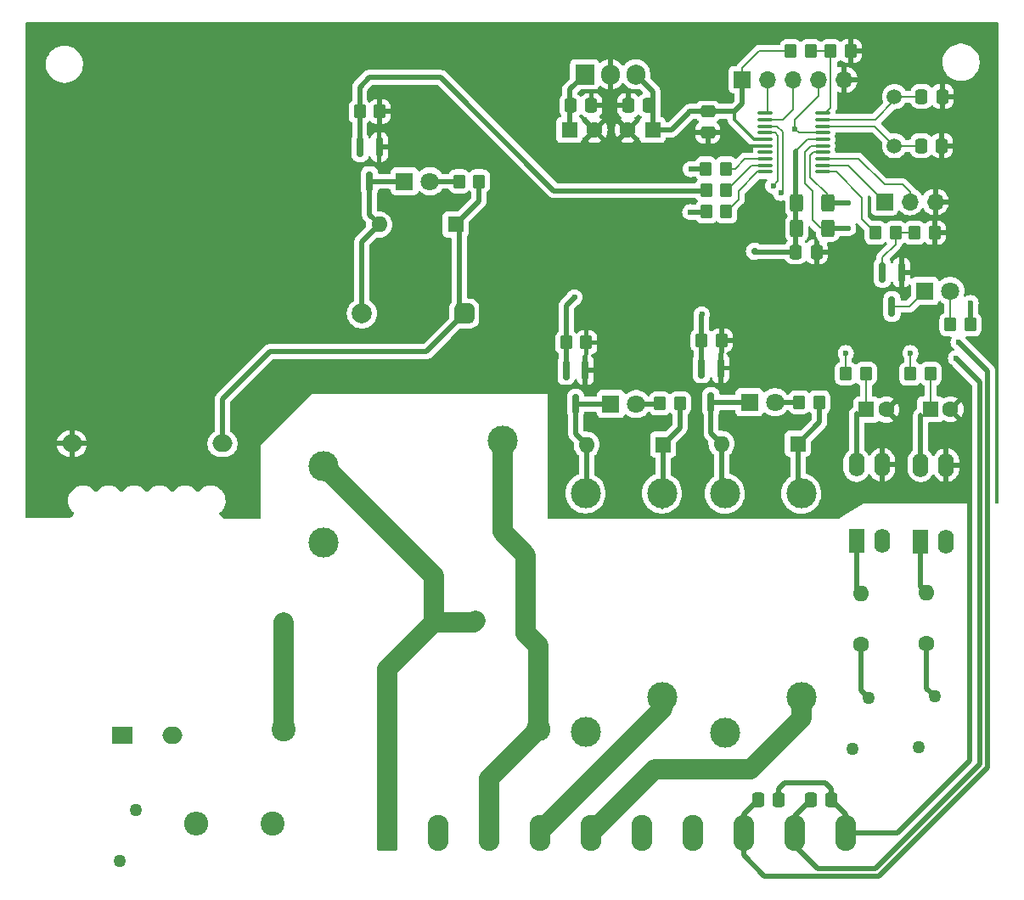
<source format=gbr>
%TF.GenerationSoftware,KiCad,Pcbnew,8.0.6*%
%TF.CreationDate,2024-12-30T11:18:50+02:00*%
%TF.ProjectId,project,70726f6a-6563-4742-9e6b-696361645f70,rev?*%
%TF.SameCoordinates,Original*%
%TF.FileFunction,Copper,L2,Bot*%
%TF.FilePolarity,Positive*%
%FSLAX46Y46*%
G04 Gerber Fmt 4.6, Leading zero omitted, Abs format (unit mm)*
G04 Created by KiCad (PCBNEW 8.0.6) date 2024-12-30 11:18:50*
%MOMM*%
%LPD*%
G01*
G04 APERTURE LIST*
G04 Aperture macros list*
%AMRoundRect*
0 Rectangle with rounded corners*
0 $1 Rounding radius*
0 $2 $3 $4 $5 $6 $7 $8 $9 X,Y pos of 4 corners*
0 Add a 4 corners polygon primitive as box body*
4,1,4,$2,$3,$4,$5,$6,$7,$8,$9,$2,$3,0*
0 Add four circle primitives for the rounded corners*
1,1,$1+$1,$2,$3*
1,1,$1+$1,$4,$5*
1,1,$1+$1,$6,$7*
1,1,$1+$1,$8,$9*
0 Add four rect primitives between the rounded corners*
20,1,$1+$1,$2,$3,$4,$5,0*
20,1,$1+$1,$4,$5,$6,$7,0*
20,1,$1+$1,$6,$7,$8,$9,0*
20,1,$1+$1,$8,$9,$2,$3,0*%
G04 Aperture macros list end*
%TA.AperFunction,ComponentPad*%
%ADD10R,1.800000X1.800000*%
%TD*%
%TA.AperFunction,ComponentPad*%
%ADD11C,1.800000*%
%TD*%
%TA.AperFunction,ComponentPad*%
%ADD12R,1.600000X1.600000*%
%TD*%
%TA.AperFunction,ComponentPad*%
%ADD13O,1.600000X1.600000*%
%TD*%
%TA.AperFunction,ComponentPad*%
%ADD14C,1.600000*%
%TD*%
%TA.AperFunction,ComponentPad*%
%ADD15C,1.270000*%
%TD*%
%TA.AperFunction,ComponentPad*%
%ADD16RoundRect,0.249999X-0.790001X-1.550001X0.790001X-1.550001X0.790001X1.550001X-0.790001X1.550001X0*%
%TD*%
%TA.AperFunction,ComponentPad*%
%ADD17O,2.080000X3.600000*%
%TD*%
%TA.AperFunction,ComponentPad*%
%ADD18C,3.000000*%
%TD*%
%TA.AperFunction,ComponentPad*%
%ADD19R,1.700000X1.700000*%
%TD*%
%TA.AperFunction,ComponentPad*%
%ADD20O,1.700000X1.700000*%
%TD*%
%TA.AperFunction,ComponentPad*%
%ADD21R,2.000000X1.700000*%
%TD*%
%TA.AperFunction,ComponentPad*%
%ADD22O,2.000000X1.700000*%
%TD*%
%TA.AperFunction,ComponentPad*%
%ADD23R,1.905000X2.000000*%
%TD*%
%TA.AperFunction,ComponentPad*%
%ADD24O,1.905000X2.000000*%
%TD*%
%TA.AperFunction,ComponentPad*%
%ADD25C,2.400000*%
%TD*%
%TA.AperFunction,ComponentPad*%
%ADD26O,2.400000X2.400000*%
%TD*%
%TA.AperFunction,ComponentPad*%
%ADD27RoundRect,0.500000X0.500000X-0.500000X0.500000X0.500000X-0.500000X0.500000X-0.500000X-0.500000X0*%
%TD*%
%TA.AperFunction,ComponentPad*%
%ADD28C,2.000000*%
%TD*%
%TA.AperFunction,ComponentPad*%
%ADD29R,1.600000X2.400000*%
%TD*%
%TA.AperFunction,ComponentPad*%
%ADD30O,1.600000X2.400000*%
%TD*%
%TA.AperFunction,ComponentPad*%
%ADD31C,1.500000*%
%TD*%
%TA.AperFunction,SMDPad,CuDef*%
%ADD32RoundRect,0.175000X-0.175000X0.825000X-0.175000X-0.825000X0.175000X-0.825000X0.175000X0.825000X0*%
%TD*%
%TA.AperFunction,SMDPad,CuDef*%
%ADD33RoundRect,0.100000X0.637500X0.100000X-0.637500X0.100000X-0.637500X-0.100000X0.637500X-0.100000X0*%
%TD*%
%TA.AperFunction,SMDPad,CuDef*%
%ADD34RoundRect,0.250000X-0.337500X-0.475000X0.337500X-0.475000X0.337500X0.475000X-0.337500X0.475000X0*%
%TD*%
%TA.AperFunction,SMDPad,CuDef*%
%ADD35RoundRect,0.250000X-0.350000X-0.450000X0.350000X-0.450000X0.350000X0.450000X-0.350000X0.450000X0*%
%TD*%
%TA.AperFunction,SMDPad,CuDef*%
%ADD36RoundRect,0.250000X0.350000X0.450000X-0.350000X0.450000X-0.350000X-0.450000X0.350000X-0.450000X0*%
%TD*%
%TA.AperFunction,SMDPad,CuDef*%
%ADD37RoundRect,0.250000X-0.400000X-0.625000X0.400000X-0.625000X0.400000X0.625000X-0.400000X0.625000X0*%
%TD*%
%TA.AperFunction,SMDPad,CuDef*%
%ADD38RoundRect,0.250000X0.337500X0.475000X-0.337500X0.475000X-0.337500X-0.475000X0.337500X-0.475000X0*%
%TD*%
%TA.AperFunction,SMDPad,CuDef*%
%ADD39RoundRect,0.250000X-0.475000X0.337500X-0.475000X-0.337500X0.475000X-0.337500X0.475000X0.337500X0*%
%TD*%
%TA.AperFunction,ViaPad*%
%ADD40C,0.600000*%
%TD*%
%TA.AperFunction,ViaPad*%
%ADD41C,0.700000*%
%TD*%
%TA.AperFunction,Conductor*%
%ADD42C,2.000000*%
%TD*%
%TA.AperFunction,Conductor*%
%ADD43C,0.500000*%
%TD*%
%TA.AperFunction,Conductor*%
%ADD44C,0.200000*%
%TD*%
%TA.AperFunction,Conductor*%
%ADD45C,0.300000*%
%TD*%
G04 APERTURE END LIST*
D10*
%TO.P,D3,1,K*%
%TO.N,Net-(D3-K)*%
X131127500Y-83282500D03*
D11*
%TO.P,D3,2,A*%
%TO.N,Net-(D3-A)*%
X133667500Y-83282500D03*
%TD*%
D12*
%TO.P,D6,1,K*%
%TO.N,+12V*%
X136337500Y-87332500D03*
D13*
%TO.P,D6,2,A*%
%TO.N,Net-(D3-K)*%
X128717500Y-87332500D03*
%TD*%
D10*
%TO.P,D2,1,K*%
%TO.N,Net-(D2-K)*%
X110558750Y-61073750D03*
D11*
%TO.P,D2,2,A*%
%TO.N,Net-(D2-A)*%
X113098750Y-61073750D03*
%TD*%
D14*
%TO.P,RV1,1*%
%TO.N,220 \u043A\u043E\u043C\u043F. \u0432\u044B\u0445\u043E\u0434 (L)*%
X122657500Y-106127500D03*
%TO.P,RV1,2*%
%TO.N,220 \u0432\u0445\u043E\u0434 (L)*%
X117657500Y-104877500D03*
%TD*%
D15*
%TO.P,F1,1*%
%TO.N,220 \u0432\u0445\u043E\u0434 (N)*%
X82150000Y-128850000D03*
%TO.P,F1,2*%
%TO.N,Net-(PS1-AC{slash}L)*%
X83750000Y-123750000D03*
%TD*%
D16*
%TO.P,J3,1,Pin_1*%
%TO.N,220 \u0432\u0445\u043E\u0434 (L)*%
X108830000Y-126050000D03*
D17*
%TO.P,J3,2,Pin_2*%
%TO.N,220 \u0432\u0445\u043E\u0434 (N)*%
X113910000Y-126050000D03*
%TO.P,J3,3,Pin_3*%
%TO.N,220 \u043A\u043E\u043C\u043F. \u0432\u044B\u0445\u043E\u0434 (L)*%
X118990000Y-126050000D03*
%TO.P,J3,4,Pin_4*%
%TO.N,220 \u0442\u0435\u043D \u043F\u043E\u0434\u0434\u043E\u043D \u0432\u044B\u0445\u043E\u0434 (L)*%
X124070000Y-126050000D03*
%TO.P,J3,5,Pin_5*%
%TO.N,220 \u0442\u0435\u043D \u043A\u043E\u043C\u043F. \u0432\u044B\u0445\u043E\u0434 (L)*%
X129150000Y-126050000D03*
%TO.P,J3,6,Pin_6*%
%TO.N,220 \u043A\u043E\u043C\u043F. \u0432\u0445\u043E\u0434 (L)*%
X134230000Y-126050000D03*
%TO.P,J3,7,Pin_7*%
%TO.N,220 4\u0445 \u0445\u043E\u0434\u043E\u0432\u043E\u0439 \u0432\u0445\u043E\u0434 (L)*%
X139310000Y-126050000D03*
%TO.P,J3,8,Pin_8*%
%TO.N,NTC \u0442\u0435\u043C\u043F. \u043A\u043E\u043C\u043F\u0440\u0435\u0441\u0441\u043E\u0440*%
X144390000Y-126050000D03*
%TO.P,J3,9,Pin_9*%
%TO.N,NTC \u0442\u0435\u043C\u043F. \u0432\u043D\u0435\u0448\u043D\u044F\u044F*%
X149470000Y-126050000D03*
%TO.P,J3,10,Pin_10*%
%TO.N,GND*%
X154550000Y-126050000D03*
%TD*%
D14*
%TO.P,R23,1*%
%TO.N,Net-(F3-Pad2)*%
X162600000Y-107182500D03*
D13*
%TO.P,R23,2*%
%TO.N,Net-(R23-Pad2)*%
X162600000Y-102102500D03*
%TD*%
D18*
%TO.P,K2,13*%
%TO.N,220 \u0442\u0435\u043D \u043F\u043E\u0434\u0434\u043E\u043D \u0432\u044B\u0445\u043E\u0434 (L)*%
X136227500Y-112502500D03*
%TO.P,K2,14*%
%TO.N,220 \u0432\u0445\u043E\u0434 (L)*%
X128607500Y-116002500D03*
%TO.P,K2,A1*%
%TO.N,+12V*%
X136227500Y-92182500D03*
%TO.P,K2,A2*%
%TO.N,Net-(D3-K)*%
X128607500Y-92182500D03*
%TD*%
D12*
%TO.P,C10,1*%
%TO.N,+3V3*%
X135300000Y-55950000D03*
D14*
%TO.P,C10,2*%
%TO.N,GND*%
X132800000Y-55950000D03*
%TD*%
D15*
%TO.P,F3,1*%
%TO.N,220 4\u0445 \u0445\u043E\u0434\u043E\u0432\u043E\u0439 \u0432\u0445\u043E\u0434 (L)*%
X161800000Y-117517500D03*
%TO.P,F3,2*%
%TO.N,Net-(F3-Pad2)*%
X163400000Y-112417500D03*
%TD*%
D19*
%TO.P,J2,1,Pin_1*%
%TO.N,+3V3*%
X144210000Y-50920000D03*
D20*
%TO.P,J2,2,Pin_2*%
%TO.N,Net-(J2-Pin_2)*%
X146750000Y-50920000D03*
%TO.P,J2,3,Pin_3*%
%TO.N,Net-(J2-Pin_3)*%
X149290000Y-50920000D03*
%TO.P,J2,4,Pin_4*%
%TO.N,Net-(J2-Pin_4)*%
X151830000Y-50920000D03*
%TO.P,J2,5,Pin_5*%
%TO.N,GND*%
X154370000Y-50920000D03*
%TD*%
D21*
%TO.P,PS1,1,AC/L*%
%TO.N,Net-(PS1-AC{slash}L)*%
X82400000Y-116302500D03*
D22*
%TO.P,PS1,2,AC/N*%
%TO.N,Net-(PS1-AC{slash}N)*%
X87400000Y-116302500D03*
%TO.P,PS1,3,-Vout*%
%TO.N,GND*%
X77400000Y-87222500D03*
%TO.P,PS1,4,+Vout*%
%TO.N,+12V*%
X92400000Y-87222500D03*
%TD*%
D23*
%TO.P,U3,1,VI*%
%TO.N,+12V*%
X128520000Y-50400000D03*
D24*
%TO.P,U3,2,GND*%
%TO.N,GND*%
X131060000Y-50400000D03*
%TO.P,U3,3,VO*%
%TO.N,+3V3*%
X133600000Y-50400000D03*
%TD*%
D12*
%TO.P,D7,1,K*%
%TO.N,+12V*%
X149782500Y-87247500D03*
D13*
%TO.P,D7,2,A*%
%TO.N,Net-(D4-K)*%
X142162500Y-87247500D03*
%TD*%
D12*
%TO.P,C13,1*%
%TO.N,\u043A\u043E\u043C\u043F\u0440\u0435\u0441\u0441\u043E\u0440 \u0441\u0442\u0430\u0442\u0443\u0441*%
X156600000Y-83835000D03*
D14*
%TO.P,C13,2*%
%TO.N,GND*%
X158600000Y-83835000D03*
%TD*%
D12*
%TO.P,D5,1,K*%
%TO.N,+12V*%
X115643750Y-65373750D03*
D13*
%TO.P,D5,2,A*%
%TO.N,Net-(D2-K)*%
X108023750Y-65373750D03*
%TD*%
D15*
%TO.P,F2,1*%
%TO.N,220 \u043A\u043E\u043C\u043F. \u0432\u0445\u043E\u0434 (L)*%
X155250000Y-117700000D03*
%TO.P,F2,2*%
%TO.N,Net-(F2-Pad2)*%
X156850000Y-112600000D03*
%TD*%
D19*
%TO.P,J1,1,Pin_1*%
%TO.N,Net-(J1-Pin_1)*%
X158410000Y-63105000D03*
D20*
%TO.P,J1,2,Pin_2*%
%TO.N,Net-(J1-Pin_2)*%
X160950000Y-63105000D03*
%TO.P,J1,3,Pin_3*%
%TO.N,GND*%
X163490000Y-63105000D03*
%TD*%
D25*
%TO.P,TH1,1*%
%TO.N,220 \u0432\u0445\u043E\u0434 (L)*%
X97370000Y-125150000D03*
D26*
%TO.P,TH1,2*%
%TO.N,Net-(PS1-AC{slash}N)*%
X89750000Y-125150000D03*
%TD*%
D14*
%TO.P,R22,1*%
%TO.N,Net-(F2-Pad2)*%
X156100000Y-107265000D03*
D13*
%TO.P,R22,2*%
%TO.N,Net-(R22-Pad2)*%
X156100000Y-102185000D03*
%TD*%
D25*
%TO.P,R21,1*%
%TO.N,Net-(C11-Pad2)*%
X98507500Y-115702500D03*
D26*
%TO.P,R21,2*%
%TO.N,220 \u043A\u043E\u043C\u043F. \u0432\u044B\u0445\u043E\u0434 (L)*%
X123907500Y-115702500D03*
%TD*%
D18*
%TO.P,K1,11*%
%TO.N,220 \u043A\u043E\u043C\u043F. \u0432\u044B\u0445\u043E\u0434 (L)*%
X120307500Y-86912500D03*
%TO.P,K1,12*%
%TO.N,unconnected-(K1-Pad12)*%
X102507500Y-97052500D03*
%TO.P,K1,14*%
%TO.N,220 \u0432\u0445\u043E\u0434 (L)*%
X102507500Y-89452500D03*
D27*
%TO.P,K1,A1*%
%TO.N,+12V*%
X116507500Y-74252500D03*
D28*
%TO.P,K1,A2*%
%TO.N,Net-(D2-K)*%
X106307500Y-74252500D03*
%TD*%
D14*
%TO.P,C11,1*%
%TO.N,220 \u0432\u0445\u043E\u0434 (L)*%
X113457500Y-105052500D03*
D13*
%TO.P,C11,2*%
%TO.N,Net-(C11-Pad2)*%
X98457500Y-105052500D03*
%TD*%
D29*
%TO.P,U5,1*%
%TO.N,Net-(R23-Pad2)*%
X162025000Y-96975000D03*
D30*
%TO.P,U5,2*%
%TO.N,220 \u0432\u0445\u043E\u0434 (N)*%
X164565000Y-96975000D03*
%TO.P,U5,3*%
%TO.N,GND*%
X164565000Y-89355000D03*
%TO.P,U5,4*%
%TO.N,4\u0445 \u0445\u043E\u0434\u043E\u0432\u043E\u0439 \u0441\u0442\u0430\u0442\u0443\u0441*%
X162025000Y-89355000D03*
%TD*%
D31*
%TO.P,Y1,1,1*%
%TO.N,Net-(U2-PF1)*%
X159410000Y-57520000D03*
%TO.P,Y1,2,2*%
%TO.N,Net-(U2-PF0)*%
X159410000Y-52620000D03*
%TD*%
D12*
%TO.P,C14,1*%
%TO.N,4\u0445 \u0445\u043E\u0434\u043E\u0432\u043E\u0439 \u0441\u0442\u0430\u0442\u0443\u0441*%
X162994888Y-83800000D03*
D14*
%TO.P,C14,2*%
%TO.N,GND*%
X164994888Y-83800000D03*
%TD*%
D12*
%TO.P,C8,1*%
%TO.N,+12V*%
X127000000Y-55950000D03*
D14*
%TO.P,C8,2*%
%TO.N,GND*%
X129500000Y-55950000D03*
%TD*%
D10*
%TO.P,D1,1,K*%
%TO.N,Net-(D1-K)*%
X162442500Y-72005000D03*
D11*
%TO.P,D1,2,A*%
%TO.N,Net-(D1-A)*%
X164982500Y-72005000D03*
%TD*%
D29*
%TO.P,U4,1*%
%TO.N,Net-(R22-Pad2)*%
X155625000Y-96960000D03*
D30*
%TO.P,U4,2*%
%TO.N,220 \u0432\u0445\u043E\u0434 (N)*%
X158165000Y-96960000D03*
%TO.P,U4,3*%
%TO.N,GND*%
X158165000Y-89340000D03*
%TO.P,U4,4*%
%TO.N,\u043A\u043E\u043C\u043F\u0440\u0435\u0441\u0441\u043E\u0440 \u0441\u0442\u0430\u0442\u0443\u0441*%
X155625000Y-89340000D03*
%TD*%
D18*
%TO.P,K3,13*%
%TO.N,220 \u0442\u0435\u043D \u043A\u043E\u043C\u043F. \u0432\u044B\u0445\u043E\u0434 (L)*%
X150120000Y-112520000D03*
%TO.P,K3,14*%
%TO.N,220 \u0432\u0445\u043E\u0434 (L)*%
X142500000Y-116020000D03*
%TO.P,K3,A1*%
%TO.N,+12V*%
X150120000Y-92200000D03*
%TO.P,K3,A2*%
%TO.N,Net-(D4-K)*%
X142500000Y-92200000D03*
%TD*%
D10*
%TO.P,D4,1,K*%
%TO.N,Net-(D4-K)*%
X144947500Y-83097500D03*
D11*
%TO.P,D4,2,A*%
%TO.N,Net-(D4-A)*%
X147487500Y-83097500D03*
%TD*%
D32*
%TO.P,Q4,1,G*%
%TO.N,Net-(Q4-G)*%
X140172500Y-79697500D03*
%TO.P,Q4,2,S*%
%TO.N,GND*%
X142072500Y-79697500D03*
%TO.P,Q4,3,D*%
%TO.N,Net-(D4-K)*%
X141122500Y-83097500D03*
%TD*%
D33*
%TO.P,U2,1,BOOT0*%
%TO.N,Net-(U2-BOOT0)*%
X152260000Y-54270000D03*
%TO.P,U2,2,PF0*%
%TO.N,Net-(U2-PF0)*%
X152260000Y-54920000D03*
%TO.P,U2,3,PF1*%
%TO.N,Net-(U2-PF1)*%
X152260000Y-55570000D03*
%TO.P,U2,4,NRST*%
%TO.N,Net-(J2-Pin_4)*%
X152260000Y-56220000D03*
%TO.P,U2,5,VDDA*%
%TO.N,VDDA*%
X152260000Y-56870000D03*
%TO.P,U2,6,PA0*%
%TO.N,NTC \u0442\u0435\u043C\u043F. \u0432\u043D\u0435\u0448\u043D\u044F\u044F*%
X152260000Y-57520000D03*
%TO.P,U2,7,PA1*%
%TO.N,NTC \u0442\u0435\u043C\u043F. \u043A\u043E\u043C\u043F\u0440\u0435\u0441\u0441\u043E\u0440*%
X152260000Y-58170000D03*
%TO.P,U2,8,PA2*%
%TO.N,Net-(J1-Pin_2)*%
X152260000Y-58820000D03*
%TO.P,U2,9,PA3*%
%TO.N,Net-(J1-Pin_1)*%
X152260000Y-59470000D03*
%TO.P,U2,10,PA4*%
%TO.N,Net-(U2-PA4)*%
X152260000Y-60120000D03*
%TO.P,U2,11,PA5*%
%TO.N,\u0422\u0415\u041D \u043F\u043E\u0434\u0434\u043E\u043D \u0443\u043F\u0440.*%
X146535000Y-60120000D03*
%TO.P,U2,12,PA6*%
%TO.N,\u043A\u043E\u043C\u043F\u0440\u0435\u0441\u0441\u043E\u0440 \u0443\u043F\u0440.*%
X146535000Y-59470000D03*
%TO.P,U2,13,PA7*%
%TO.N,\u0422\u0415\u041D \u043A\u043E\u043C\u043F\u0440\u0435\u0441\u0441\u043E\u0440 \u0443\u043F\u0440.*%
X146535000Y-58820000D03*
%TO.P,U2,14,PB1*%
%TO.N,unconnected-(U2-PB1-Pad14)*%
X146535000Y-58170000D03*
%TO.P,U2,15,VSS*%
%TO.N,GND*%
X146535000Y-57520000D03*
%TO.P,U2,16,VDD*%
%TO.N,+3V3*%
X146535000Y-56870000D03*
%TO.P,U2,17,PA9*%
%TO.N,\u043A\u043E\u043C\u043F\u0440\u0435\u0441\u0441\u043E\u0440 \u0441\u0442\u0430\u0442\u0443\u0441*%
X146535000Y-56220000D03*
%TO.P,U2,18,PA10*%
%TO.N,4\u0445 \u0445\u043E\u0434\u043E\u0432\u043E\u0439 \u0441\u0442\u0430\u0442\u0443\u0441*%
X146535000Y-55570000D03*
%TO.P,U2,19,PA13*%
%TO.N,Net-(J2-Pin_3)*%
X146535000Y-54920000D03*
%TO.P,U2,20,PA14*%
%TO.N,Net-(J2-Pin_2)*%
X146535000Y-54270000D03*
%TD*%
D34*
%TO.P,C12,1*%
%TO.N,NTC \u0442\u0435\u043C\u043F. \u0432\u043D\u0435\u0448\u043D\u044F\u044F*%
X151062500Y-122750000D03*
%TO.P,C12,2*%
%TO.N,GND*%
X153137500Y-122750000D03*
%TD*%
D35*
%TO.P,R1,1*%
%TO.N,+3V3*%
X149060000Y-48070000D03*
%TO.P,R1,2*%
%TO.N,Net-(U2-BOOT0)*%
X151060000Y-48070000D03*
%TD*%
D34*
%TO.P,C7,1*%
%TO.N,+12V*%
X127112500Y-53500000D03*
%TO.P,C7,2*%
%TO.N,GND*%
X129187500Y-53500000D03*
%TD*%
D36*
%TO.P,R11,1*%
%TO.N,+12V*%
X167000000Y-75350000D03*
%TO.P,R11,2*%
%TO.N,Net-(D1-A)*%
X165000000Y-75350000D03*
%TD*%
D34*
%TO.P,C3,1*%
%TO.N,Net-(U2-PF1)*%
X162072500Y-57520000D03*
%TO.P,C3,2*%
%TO.N,GND*%
X164147500Y-57520000D03*
%TD*%
D35*
%TO.P,R10,1*%
%TO.N,Net-(Q1-G)*%
X161410000Y-66205000D03*
%TO.P,R10,2*%
%TO.N,GND*%
X163410000Y-66205000D03*
%TD*%
%TO.P,R20,1*%
%TO.N,Net-(Q4-G)*%
X140172500Y-76947500D03*
%TO.P,R20,2*%
%TO.N,GND*%
X142172500Y-76947500D03*
%TD*%
D36*
%TO.P,R12,1*%
%TO.N,\u043A\u043E\u043C\u043F\u0440\u0435\u0441\u0441\u043E\u0440 \u0443\u043F\u0440.*%
X142650000Y-61950000D03*
%TO.P,R12,2*%
%TO.N,Net-(Q2-G)*%
X140650000Y-61950000D03*
%TD*%
D32*
%TO.P,Q1,1,G*%
%TO.N,Net-(Q1-G)*%
X158210000Y-70155000D03*
%TO.P,Q1,2,S*%
%TO.N,GND*%
X160110000Y-70155000D03*
%TO.P,Q1,3,D*%
%TO.N,Net-(D1-K)*%
X159160000Y-73555000D03*
%TD*%
D36*
%TO.P,R16,1*%
%TO.N,+12V*%
X138027500Y-83232500D03*
%TO.P,R16,2*%
%TO.N,Net-(D3-A)*%
X136027500Y-83232500D03*
%TD*%
D35*
%TO.P,R9,1*%
%TO.N,Net-(U2-PA4)*%
X157510000Y-66205000D03*
%TO.P,R9,2*%
%TO.N,Net-(Q1-G)*%
X159510000Y-66205000D03*
%TD*%
%TO.P,R25,1*%
%TO.N,+3V3*%
X161000000Y-80265000D03*
%TO.P,R25,2*%
%TO.N,4\u0445 \u0445\u043E\u0434\u043E\u0432\u043E\u0439 \u0441\u0442\u0430\u0442\u0443\u0441*%
X163000000Y-80265000D03*
%TD*%
D37*
%TO.P,R7,1*%
%TO.N,VDDA*%
X149660000Y-63255000D03*
%TO.P,R7,2*%
%TO.N,NTC \u0442\u0435\u043C\u043F. \u043A\u043E\u043C\u043F\u0440\u0435\u0441\u0441\u043E\u0440*%
X152760000Y-63255000D03*
%TD*%
D36*
%TO.P,R15,1*%
%TO.N,+12V*%
X117998750Y-61073750D03*
%TO.P,R15,2*%
%TO.N,Net-(D2-A)*%
X115998750Y-61073750D03*
%TD*%
D38*
%TO.P,C9,1*%
%TO.N,+3V3*%
X134937500Y-53500000D03*
%TO.P,C9,2*%
%TO.N,GND*%
X132862500Y-53500000D03*
%TD*%
D39*
%TO.P,C4,1*%
%TO.N,+3V3*%
X140800000Y-54112500D03*
%TO.P,C4,2*%
%TO.N,GND*%
X140800000Y-56187500D03*
%TD*%
D32*
%TO.P,Q3,1,G*%
%TO.N,Net-(Q3-G)*%
X126677500Y-79882500D03*
%TO.P,Q3,2,S*%
%TO.N,GND*%
X128577500Y-79882500D03*
%TO.P,Q3,3,D*%
%TO.N,Net-(D3-K)*%
X127627500Y-83282500D03*
%TD*%
D34*
%TO.P,C15,1*%
%TO.N,NTC \u0442\u0435\u043C\u043F. \u043A\u043E\u043C\u043F\u0440\u0435\u0441\u0441\u043E\u0440*%
X145812500Y-122750000D03*
%TO.P,C15,2*%
%TO.N,GND*%
X147887500Y-122750000D03*
%TD*%
D35*
%TO.P,R19,1*%
%TO.N,Net-(Q3-G)*%
X126677500Y-77152500D03*
%TO.P,R19,2*%
%TO.N,GND*%
X128677500Y-77152500D03*
%TD*%
D36*
%TO.P,R17,1*%
%TO.N,+12V*%
X151922500Y-83097500D03*
%TO.P,R17,2*%
%TO.N,Net-(D4-A)*%
X149922500Y-83097500D03*
%TD*%
%TO.P,R13,1*%
%TO.N,\u0422\u0415\u041D \u043F\u043E\u0434\u0434\u043E\u043D \u0443\u043F\u0440.*%
X142650000Y-64100000D03*
%TO.P,R13,2*%
%TO.N,Net-(Q3-G)*%
X140650000Y-64100000D03*
%TD*%
D35*
%TO.P,R18,1*%
%TO.N,Net-(Q2-G)*%
X106078750Y-54118750D03*
%TO.P,R18,2*%
%TO.N,GND*%
X108078750Y-54118750D03*
%TD*%
%TO.P,R2,1*%
%TO.N,Net-(U2-BOOT0)*%
X153060000Y-48070000D03*
%TO.P,R2,2*%
%TO.N,GND*%
X155060000Y-48070000D03*
%TD*%
D36*
%TO.P,R14,1*%
%TO.N,\u0422\u0415\u041D \u043A\u043E\u043C\u043F\u0440\u0435\u0441\u0441\u043E\u0440 \u0443\u043F\u0440.*%
X142610000Y-59800000D03*
%TO.P,R14,2*%
%TO.N,Net-(Q4-G)*%
X140610000Y-59800000D03*
%TD*%
D34*
%TO.P,C6,1*%
%TO.N,VDDA*%
X149572500Y-68105000D03*
%TO.P,C6,2*%
%TO.N,GND*%
X151647500Y-68105000D03*
%TD*%
D37*
%TO.P,R8,1*%
%TO.N,VDDA*%
X149660000Y-65755000D03*
%TO.P,R8,2*%
%TO.N,NTC \u0442\u0435\u043C\u043F. \u0432\u043D\u0435\u0448\u043D\u044F\u044F*%
X152760000Y-65755000D03*
%TD*%
D34*
%TO.P,C1,1*%
%TO.N,Net-(U2-PF0)*%
X162122500Y-52620000D03*
%TO.P,C1,2*%
%TO.N,GND*%
X164197500Y-52620000D03*
%TD*%
D35*
%TO.P,R24,1*%
%TO.N,+3V3*%
X154550000Y-80250000D03*
%TO.P,R24,2*%
%TO.N,\u043A\u043E\u043C\u043F\u0440\u0435\u0441\u0441\u043E\u0440 \u0441\u0442\u0430\u0442\u0443\u0441*%
X156550000Y-80250000D03*
%TD*%
D32*
%TO.P,Q2,1,G*%
%TO.N,Net-(Q2-G)*%
X106126250Y-57673750D03*
%TO.P,Q2,2,S*%
%TO.N,GND*%
X108026250Y-57673750D03*
%TO.P,Q2,3,D*%
%TO.N,Net-(D2-K)*%
X107076250Y-61073750D03*
%TD*%
D40*
%TO.N,\u043A\u043E\u043C\u043F\u0440\u0435\u0441\u0441\u043E\u0440 \u0441\u0442\u0430\u0442\u0443\u0441*%
X147325000Y-61525000D03*
%TO.N,GND*%
X135150000Y-65150000D03*
X135150000Y-68700000D03*
%TO.N,4\u0445 \u0445\u043E\u0434\u043E\u0432\u043E\u0439 \u0441\u0442\u0430\u0442\u0443\u0441*%
X148075000Y-62225000D03*
%TO.N,+3V3*%
X154550000Y-78200000D03*
X161000000Y-78200000D03*
%TO.N,+12V*%
X167000000Y-73200000D03*
D41*
%TO.N,VDDA*%
X145450000Y-68050000D03*
D40*
%TO.N,NTC \u0442\u0435\u043C\u043F. \u043A\u043E\u043C\u043F\u0440\u0435\u0441\u0441\u043E\u0440*%
X165800000Y-77100000D03*
X154800000Y-63200000D03*
%TO.N,NTC \u0442\u0435\u043C\u043F. \u0432\u043D\u0435\u0448\u043D\u044F\u044F*%
X154795000Y-65755000D03*
X165543358Y-78713778D03*
%TO.N,Net-(J2-Pin_4)*%
X149500000Y-55850000D03*
%TO.N,Net-(Q3-G)*%
X139050000Y-64150000D03*
X127500000Y-72650000D03*
%TO.N,Net-(Q4-G)*%
X139100000Y-59850000D03*
X140200000Y-74350000D03*
%TD*%
D42*
%TO.N,220 \u043A\u043E\u043C\u043F. \u0432\u044B\u0445\u043E\u0434 (L)*%
X123907500Y-115702500D02*
X123907500Y-107377500D01*
X123907500Y-107377500D02*
X122657500Y-106127500D01*
%TO.N,Net-(C11-Pad2)*%
X98507500Y-115702500D02*
X98507500Y-105102500D01*
X98507500Y-105102500D02*
X98457500Y-105052500D01*
%TO.N,220 \u043A\u043E\u043C\u043F. \u0432\u044B\u0445\u043E\u0434 (L)*%
X118990000Y-126050000D02*
X118990000Y-120620000D01*
X118990000Y-120620000D02*
X123907500Y-115702500D01*
X120307500Y-86912500D02*
X120307500Y-96032500D01*
X120307500Y-96032500D02*
X122657500Y-98382500D01*
X122657500Y-98382500D02*
X122657500Y-106127500D01*
%TO.N,220 \u0432\u0445\u043E\u0434 (L)*%
X113457500Y-105052500D02*
X117482500Y-105052500D01*
X117482500Y-105052500D02*
X117657500Y-104877500D01*
X102507500Y-89452500D02*
X113457500Y-100402500D01*
X113457500Y-100402500D02*
X113457500Y-105052500D01*
X108830000Y-126050000D02*
X108830000Y-109680000D01*
X108830000Y-109680000D02*
X113457500Y-105052500D01*
%TO.N,220 \u0442\u0435\u043D \u043F\u043E\u0434\u0434\u043E\u043D \u0432\u044B\u0445\u043E\u0434 (L)*%
X124070000Y-126050000D02*
X124070000Y-125855000D01*
X124070000Y-125855000D02*
X136227500Y-113697500D01*
X136227500Y-113697500D02*
X136227500Y-112502500D01*
%TO.N,220 \u0442\u0435\u043D \u043A\u043E\u043C\u043F. \u0432\u044B\u0445\u043E\u0434 (L)*%
X129150000Y-126050000D02*
X135525000Y-119675000D01*
X135525000Y-119675000D02*
X145045000Y-119675000D01*
X145045000Y-119675000D02*
X150120000Y-114600000D01*
X150120000Y-114600000D02*
X150120000Y-112520000D01*
D43*
%TO.N,Net-(R23-Pad2)*%
X162025000Y-96975000D02*
X162025000Y-101527500D01*
X162025000Y-101527500D02*
X162600000Y-102102500D01*
%TO.N,Net-(R22-Pad2)*%
X155625000Y-96960000D02*
X155625000Y-101710000D01*
X155625000Y-101710000D02*
X156100000Y-102185000D01*
%TO.N,GND*%
X154550000Y-126050000D02*
X159700000Y-126050000D01*
X159700000Y-126050000D02*
X166900000Y-118850000D01*
X166900000Y-118850000D02*
X166900000Y-91950000D01*
X154550000Y-126050000D02*
X154550000Y-124162500D01*
X154550000Y-124162500D02*
X153137500Y-122750000D01*
X147887500Y-122750000D02*
X147887500Y-121637500D01*
X147887500Y-121637500D02*
X148475000Y-121050000D01*
X148475000Y-121050000D02*
X152550000Y-121050000D01*
X152550000Y-121050000D02*
X153137500Y-121637500D01*
X153137500Y-121637500D02*
X153137500Y-122750000D01*
D44*
%TO.N,\u043A\u043E\u043C\u043F\u0440\u0435\u0441\u0441\u043E\u0440 \u0441\u0442\u0430\u0442\u0443\u0441*%
X147810000Y-56505000D02*
X147525000Y-56220000D01*
X147525000Y-56220000D02*
X146535000Y-56220000D01*
D43*
X156275000Y-84160000D02*
X156600000Y-83835000D01*
X155625000Y-89340000D02*
X155625000Y-84260000D01*
D44*
X147325000Y-61525000D02*
X147810000Y-61040000D01*
X147810000Y-61040000D02*
X147810000Y-56505000D01*
X156600000Y-83835000D02*
X156600000Y-80300000D01*
X156600000Y-80300000D02*
X156550000Y-80250000D01*
%TO.N,GND*%
X163490000Y-66125000D02*
X163410000Y-66205000D01*
X163490000Y-63105000D02*
X163490000Y-66125000D01*
D45*
X146535000Y-57520000D02*
X144570000Y-57520000D01*
D44*
%TO.N,4\u0445 \u0445\u043E\u0434\u043E\u0432\u043E\u0439 \u0441\u0442\u0430\u0442\u0443\u0441*%
X162994888Y-80270112D02*
X163000000Y-80265000D01*
X148310000Y-61990000D02*
X148310000Y-56155000D01*
X147725000Y-55570000D02*
X146535000Y-55570000D01*
D43*
X162675000Y-84325000D02*
X163200000Y-83800000D01*
D44*
X148075000Y-62225000D02*
X148310000Y-61990000D01*
X148310000Y-56155000D02*
X147725000Y-55570000D01*
X162994888Y-83800000D02*
X162994888Y-80270112D01*
D43*
X162025000Y-89355000D02*
X162025000Y-84425000D01*
D42*
%TO.N,220 \u0432\u0445\u043E\u0434 (L)*%
X142372500Y-115997500D02*
X142402500Y-116027500D01*
D44*
%TO.N,Net-(U2-PF0)*%
X157510000Y-54920000D02*
X159410000Y-53020000D01*
X159410000Y-53020000D02*
X159410000Y-52620000D01*
X152260000Y-54920000D02*
X157510000Y-54920000D01*
X159410000Y-52620000D02*
X162122500Y-52620000D01*
%TO.N,Net-(U2-PF1)*%
X159410000Y-57520000D02*
X162072500Y-57520000D01*
X152260000Y-55570000D02*
X157460000Y-55570000D01*
X157460000Y-55570000D02*
X159410000Y-57520000D01*
D42*
%TO.N,Net-(C11-Pad2)*%
X98457500Y-115652500D02*
X98507500Y-115702500D01*
D44*
%TO.N,+3V3*%
X154550000Y-80250000D02*
X154550000Y-78200000D01*
X144210000Y-49770000D02*
X144210000Y-50920000D01*
D43*
X143437500Y-54112500D02*
X144210000Y-53340000D01*
X137150000Y-55950000D02*
X138800000Y-54300000D01*
D44*
X145910000Y-48070000D02*
X144210000Y-49770000D01*
D43*
X140800000Y-54112500D02*
X138987500Y-54112500D01*
D45*
X145370000Y-56870000D02*
X146535000Y-56870000D01*
D43*
X144210000Y-53340000D02*
X144210000Y-50920000D01*
X135300000Y-52100000D02*
X133600000Y-50400000D01*
D45*
X143437500Y-54937500D02*
X145370000Y-56870000D01*
D43*
X140800000Y-54112500D02*
X143437500Y-54112500D01*
X138987500Y-54112500D02*
X138800000Y-54300000D01*
X135300000Y-55950000D02*
X135300000Y-52100000D01*
D45*
X143437500Y-54112500D02*
X143437500Y-54937500D01*
D44*
X161000000Y-80265000D02*
X161000000Y-78200000D01*
X149060000Y-48070000D02*
X145910000Y-48070000D01*
D43*
X135300000Y-55950000D02*
X137150000Y-55950000D01*
%TO.N,+12V*%
X151922500Y-83097500D02*
X151922500Y-85107500D01*
X97110000Y-78050000D02*
X112710000Y-78050000D01*
X127000000Y-55950000D02*
X127000000Y-51920000D01*
X117998750Y-61073750D02*
X117998750Y-63018750D01*
X127000000Y-51920000D02*
X128520000Y-50400000D01*
X167000000Y-75350000D02*
X167000000Y-73200000D01*
X136337500Y-87332500D02*
X136337500Y-92072500D01*
X149782500Y-87247500D02*
X149782500Y-91967500D01*
X138027500Y-83232500D02*
X138027500Y-85642500D01*
X116022500Y-65007500D02*
X116022500Y-73767500D01*
X112710000Y-78050000D02*
X116507500Y-74252500D01*
X92400000Y-82760000D02*
X97110000Y-78050000D01*
X117998750Y-63018750D02*
X115643750Y-65373750D01*
X151922500Y-85107500D02*
X149782500Y-87247500D01*
X116022500Y-73767500D02*
X116507500Y-74252500D01*
X92400000Y-87370000D02*
X92400000Y-82760000D01*
X138027500Y-85642500D02*
X136337500Y-87332500D01*
X149782500Y-91967500D02*
X150022500Y-92207500D01*
X136227500Y-92182500D02*
X136227500Y-93502500D01*
X136337500Y-92072500D02*
X136227500Y-92182500D01*
%TO.N,VDDA*%
X149510000Y-58070000D02*
X149510000Y-68042500D01*
X145555000Y-68105000D02*
X145500000Y-68050000D01*
D44*
X149510000Y-68042500D02*
X149572500Y-68105000D01*
X152260000Y-56870000D02*
X150710000Y-56870000D01*
D43*
X149572500Y-68105000D02*
X145555000Y-68105000D01*
D44*
X150710000Y-56870000D02*
X149510000Y-58070000D01*
D43*
%TO.N,NTC \u0442\u0435\u043C\u043F. \u043A\u043E\u043C\u043F\u0440\u0435\u0441\u0441\u043E\u0440*%
X152760000Y-63255000D02*
X154795000Y-63255000D01*
D44*
X152760000Y-62405000D02*
X151010000Y-60655000D01*
X151010000Y-58455000D02*
X151295000Y-58170000D01*
D43*
X168700000Y-119500000D02*
X157850000Y-130350000D01*
X144390000Y-128290000D02*
X144390000Y-126050000D01*
X146450000Y-130350000D02*
X144390000Y-128290000D01*
X144390000Y-124172500D02*
X145812500Y-122750000D01*
X165800000Y-77100000D02*
X168700000Y-80000000D01*
D44*
X151010000Y-60655000D02*
X151010000Y-58455000D01*
D43*
X154795000Y-63255000D02*
X154800000Y-63250000D01*
X168700000Y-80000000D02*
X168700000Y-119500000D01*
D44*
X152760000Y-63255000D02*
X152760000Y-62405000D01*
D43*
X144390000Y-126050000D02*
X144390000Y-124172500D01*
X157850000Y-130350000D02*
X146450000Y-130350000D01*
D44*
X151295000Y-58170000D02*
X152260000Y-58170000D01*
D43*
%TO.N,NTC \u0442\u0435\u043C\u043F. \u0432\u043D\u0435\u0448\u043D\u044F\u044F*%
X149470000Y-124342500D02*
X151062500Y-122750000D01*
X149470000Y-127335000D02*
X149470000Y-126050000D01*
D44*
X151108751Y-57520000D02*
X150510000Y-58118751D01*
D43*
X157500000Y-129600000D02*
X151735000Y-129600000D01*
X151735000Y-129600000D02*
X149470000Y-127335000D01*
D44*
X152260000Y-57520000D02*
X151108751Y-57520000D01*
X150510000Y-58118751D02*
X150510000Y-61305000D01*
D43*
X167900000Y-81070420D02*
X167900000Y-119200000D01*
X152760000Y-65755000D02*
X154795000Y-65755000D01*
X149470000Y-126050000D02*
X149470000Y-124342500D01*
D44*
X151260000Y-62055000D02*
X151260000Y-64955000D01*
X151260000Y-64955000D02*
X152010000Y-65705000D01*
D43*
X167900000Y-119200000D02*
X157500000Y-129600000D01*
X165543358Y-78713778D02*
X167900000Y-81070420D01*
D44*
X152010000Y-65705000D02*
X152710000Y-65705000D01*
X150510000Y-61305000D02*
X151260000Y-62055000D01*
%TO.N,Net-(J2-Pin_4)*%
X149500000Y-54900000D02*
X151830000Y-52570000D01*
X149870000Y-56220000D02*
X149500000Y-55850000D01*
X149500000Y-55850000D02*
X149500000Y-54900000D01*
X152260000Y-56220000D02*
X149870000Y-56220000D01*
X151830000Y-52570000D02*
X151830000Y-50920000D01*
%TO.N,Net-(D1-A)*%
X164982500Y-72005000D02*
X164982500Y-75290000D01*
D43*
%TO.N,Net-(D2-A)*%
X113098750Y-61073750D02*
X115998750Y-61073750D01*
%TO.N,Net-(D3-A)*%
X135977500Y-83282500D02*
X136027500Y-83232500D01*
X133667500Y-83282500D02*
X135977500Y-83282500D01*
%TO.N,Net-(D4-A)*%
X147487500Y-83097500D02*
X149922500Y-83097500D01*
%TO.N,Net-(D4-K)*%
X141122500Y-83097500D02*
X144947500Y-83097500D01*
X142162500Y-91967500D02*
X142402500Y-92207500D01*
X142162500Y-87247500D02*
X142162500Y-91967500D01*
X141122500Y-83097500D02*
X141122500Y-86207500D01*
X141122500Y-86207500D02*
X142162500Y-87247500D01*
D44*
%TO.N,Net-(D1-K)*%
X162442500Y-72005000D02*
X160892500Y-73555000D01*
X160892500Y-73555000D02*
X159160000Y-73555000D01*
D43*
%TO.N,Net-(D2-K)*%
X107076250Y-64426250D02*
X108023750Y-65373750D01*
X106307500Y-67090000D02*
X106307500Y-74252500D01*
X108023750Y-65373750D02*
X106307500Y-67090000D01*
X107076250Y-61073750D02*
X107076250Y-64426250D01*
X110558750Y-61073750D02*
X107076250Y-61073750D01*
%TO.N,Net-(D3-K)*%
X127627500Y-83282500D02*
X131127500Y-83282500D01*
X127627500Y-83282500D02*
X127627500Y-86242500D01*
X127627500Y-86242500D02*
X128717500Y-87332500D01*
X128717500Y-92072500D02*
X128607500Y-92182500D01*
X128717500Y-87332500D02*
X128717500Y-92072500D01*
%TO.N,Net-(F2-Pad2)*%
X156100000Y-111850000D02*
X156850000Y-112600000D01*
X156100000Y-107265000D02*
X156100000Y-111850000D01*
%TO.N,Net-(F3-Pad2)*%
X162600000Y-107182500D02*
X162600000Y-111617500D01*
X162600000Y-111617500D02*
X163400000Y-112417500D01*
D44*
%TO.N,Net-(J1-Pin_2)*%
X160950000Y-63105000D02*
X160950000Y-62095000D01*
X155825000Y-58820000D02*
X152260000Y-58820000D01*
X158410000Y-61405000D02*
X155825000Y-58820000D01*
X160950000Y-62095000D02*
X160260000Y-61405000D01*
X160260000Y-61405000D02*
X158410000Y-61405000D01*
%TO.N,Net-(J1-Pin_1)*%
X152260000Y-59470000D02*
X154775000Y-59470000D01*
X154775000Y-59470000D02*
X158410000Y-63105000D01*
%TO.N,Net-(J2-Pin_3)*%
X149290000Y-53940000D02*
X148310000Y-54920000D01*
X148310000Y-54920000D02*
X146535000Y-54920000D01*
X149290000Y-50920000D02*
X149290000Y-53940000D01*
%TO.N,Net-(J2-Pin_2)*%
X146750000Y-50920000D02*
X146750000Y-54055000D01*
X146750000Y-54055000D02*
X146535000Y-54270000D01*
D43*
%TO.N,Net-(PS1-AC{slash}N)*%
X89750000Y-125150000D02*
X89790000Y-125110000D01*
D44*
%TO.N,Net-(Q1-G)*%
X158210000Y-68655000D02*
X158210000Y-70155000D01*
X159510000Y-67355000D02*
X158210000Y-68655000D01*
X159510000Y-66205000D02*
X159510000Y-67355000D01*
X159510000Y-66205000D02*
X161410000Y-66205000D01*
D43*
%TO.N,Net-(Q2-G)*%
X114150000Y-50700000D02*
X107050000Y-50700000D01*
X107050000Y-50700000D02*
X106078750Y-51671250D01*
X106078750Y-54118750D02*
X106078750Y-57626250D01*
X106078750Y-51671250D02*
X106078750Y-54118750D01*
X140610000Y-62000000D02*
X125450000Y-62000000D01*
X125450000Y-62000000D02*
X114150000Y-50700000D01*
D44*
X106078750Y-57626250D02*
X106126250Y-57673750D01*
D43*
%TO.N,Net-(Q3-G)*%
X127500000Y-72650000D02*
X126677500Y-73472500D01*
X126677500Y-79882500D02*
X126677500Y-77152500D01*
X126677500Y-73472500D02*
X126677500Y-77152500D01*
X140610000Y-64150000D02*
X139050000Y-64150000D01*
%TO.N,Net-(Q4-G)*%
X140610000Y-59800000D02*
X139150000Y-59800000D01*
X139150000Y-59800000D02*
X139100000Y-59850000D01*
X140172500Y-74377500D02*
X140200000Y-74350000D01*
X140172500Y-76947500D02*
X140172500Y-74377500D01*
X140172500Y-79697500D02*
X140172500Y-76947500D01*
D44*
%TO.N,Net-(U2-BOOT0)*%
X152260000Y-54270000D02*
X152510000Y-54270000D01*
X152510000Y-54270000D02*
X153060000Y-53720000D01*
X153060000Y-53720000D02*
X153060000Y-48070000D01*
X153060000Y-48070000D02*
X151060000Y-48070000D01*
%TO.N,\u043A\u043E\u043C\u043F\u0440\u0435\u0441\u0441\u043E\u0440 \u0443\u043F\u0440.*%
X146535000Y-59470000D02*
X145140000Y-59470000D01*
X145140000Y-59470000D02*
X142610000Y-62000000D01*
%TO.N,\u0422\u0415\u041D \u043F\u043E\u0434\u0434\u043E\u043D \u0443\u043F\u0440.*%
X145780000Y-60120000D02*
X143900000Y-62000000D01*
X143900000Y-62860000D02*
X142610000Y-64150000D01*
X143900000Y-62000000D02*
X143900000Y-62860000D01*
X146535000Y-60120000D02*
X145780000Y-60120000D01*
%TO.N,\u0422\u0415\u041D \u043A\u043E\u043C\u043F\u0440\u0435\u0441\u0441\u043E\u0440 \u0443\u043F\u0440.*%
X143500000Y-59800000D02*
X144480000Y-58820000D01*
X142610000Y-59800000D02*
X143500000Y-59800000D01*
X144480000Y-58820000D02*
X146535000Y-58820000D01*
%TO.N,Net-(U2-PA4)*%
X152260000Y-60120000D02*
X153575000Y-60120000D01*
X156160000Y-64855000D02*
X157510000Y-66205000D01*
X153575000Y-60120000D02*
X156160000Y-62705000D01*
X156160000Y-62705000D02*
X156160000Y-64855000D01*
%TD*%
%TA.AperFunction,Conductor*%
%TO.N,GND*%
G36*
X128229740Y-54410234D02*
G01*
X128255829Y-54440339D01*
X128257681Y-54443341D01*
X128257683Y-54443344D01*
X128381654Y-54567315D01*
X128530875Y-54659356D01*
X128530882Y-54659359D01*
X128692584Y-54712941D01*
X128750029Y-54752713D01*
X128776853Y-54817229D01*
X128777109Y-54841454D01*
X128774526Y-54870974D01*
X129453553Y-55550000D01*
X129447339Y-55550000D01*
X129345606Y-55577259D01*
X129254394Y-55629920D01*
X129179920Y-55704394D01*
X129127259Y-55795606D01*
X129100000Y-55897339D01*
X129100000Y-55903552D01*
X128415799Y-55219351D01*
X128366805Y-55209505D01*
X128316622Y-55160889D01*
X128301981Y-55105366D01*
X128300900Y-55105423D01*
X128300854Y-55105429D01*
X128300853Y-55105426D01*
X128300676Y-55105436D01*
X128300499Y-55102141D01*
X128300499Y-55102128D01*
X128294091Y-55042517D01*
X128292758Y-55038944D01*
X128243797Y-54907671D01*
X128243793Y-54907664D01*
X128157547Y-54792455D01*
X128157544Y-54792452D01*
X128042335Y-54706206D01*
X128042326Y-54706201D01*
X128032164Y-54702411D01*
X127976231Y-54660540D01*
X127951815Y-54595075D01*
X127966667Y-54526802D01*
X127987812Y-54498555D01*
X128042712Y-54443656D01*
X128044752Y-54440347D01*
X128046745Y-54438555D01*
X128047193Y-54437989D01*
X128047289Y-54438065D01*
X128096694Y-54393623D01*
X128165656Y-54382395D01*
X128229740Y-54410234D01*
G37*
%TD.AperFunction*%
%TA.AperFunction,Conductor*%
G36*
X133979156Y-54410236D02*
G01*
X134005242Y-54440339D01*
X134007288Y-54443656D01*
X134131344Y-54567712D01*
X134146982Y-54577358D01*
X134193708Y-54629303D01*
X134204932Y-54698265D01*
X134177091Y-54762348D01*
X134156203Y-54782161D01*
X134142452Y-54792455D01*
X134056206Y-54907664D01*
X134056202Y-54907671D01*
X134005908Y-55042517D01*
X133999501Y-55102116D01*
X133999501Y-55102123D01*
X133999322Y-55105452D01*
X133997847Y-55105372D01*
X133979815Y-55166784D01*
X133927011Y-55212539D01*
X133883522Y-55220029D01*
X133200000Y-55903551D01*
X133200000Y-55897339D01*
X133172741Y-55795606D01*
X133120080Y-55704394D01*
X133045606Y-55629920D01*
X132954394Y-55577259D01*
X132852661Y-55550000D01*
X132846448Y-55550000D01*
X133525472Y-54870974D01*
X133525472Y-54870973D01*
X133516256Y-54864520D01*
X133472631Y-54809943D01*
X133465439Y-54740445D01*
X133496962Y-54678090D01*
X133522284Y-54657407D01*
X133668343Y-54567317D01*
X133792318Y-54443342D01*
X133794165Y-54440348D01*
X133795969Y-54438724D01*
X133796798Y-54437677D01*
X133796976Y-54437818D01*
X133846110Y-54393621D01*
X133915073Y-54382396D01*
X133979156Y-54410236D01*
G37*
%TD.AperFunction*%
%TA.AperFunction,Conductor*%
G36*
X169742539Y-45220185D02*
G01*
X169788294Y-45272989D01*
X169799500Y-45324500D01*
X169799500Y-93076000D01*
X169779815Y-93143039D01*
X169727011Y-93188794D01*
X169675500Y-93200000D01*
X169574500Y-93200000D01*
X169507461Y-93180315D01*
X169461706Y-93127511D01*
X169450500Y-93076000D01*
X169450500Y-79926079D01*
X169421659Y-79781092D01*
X169421658Y-79781091D01*
X169421658Y-79781087D01*
X169408778Y-79749991D01*
X169365087Y-79644511D01*
X169365080Y-79644498D01*
X169282952Y-79521585D01*
X169242030Y-79480663D01*
X169178416Y-79417049D01*
X166553305Y-76791937D01*
X166530656Y-76755864D01*
X166528812Y-76756753D01*
X166525790Y-76750479D01*
X166519501Y-76740469D01*
X166500502Y-76673231D01*
X166520871Y-76606397D01*
X166574140Y-76561184D01*
X166624491Y-76550499D01*
X167400008Y-76550499D01*
X167400016Y-76550498D01*
X167400019Y-76550498D01*
X167456302Y-76544748D01*
X167502797Y-76539999D01*
X167669334Y-76484814D01*
X167818656Y-76392712D01*
X167942712Y-76268656D01*
X168034814Y-76119334D01*
X168089999Y-75952797D01*
X168100500Y-75850009D01*
X168100499Y-74849992D01*
X168089999Y-74747203D01*
X168034814Y-74580666D01*
X167942712Y-74431344D01*
X167818656Y-74307288D01*
X167818655Y-74307287D01*
X167809402Y-74301580D01*
X167762678Y-74249632D01*
X167750500Y-74196042D01*
X167750500Y-73499972D01*
X167757458Y-73459017D01*
X167778606Y-73398579D01*
X167785368Y-73379255D01*
X167785418Y-73378813D01*
X167805565Y-73200003D01*
X167805565Y-73199996D01*
X167785369Y-73020750D01*
X167785368Y-73020745D01*
X167762188Y-72954500D01*
X167725789Y-72850478D01*
X167629816Y-72697738D01*
X167502262Y-72570184D01*
X167491973Y-72563719D01*
X167349523Y-72474211D01*
X167179254Y-72414631D01*
X167179249Y-72414630D01*
X167000004Y-72394435D01*
X166999996Y-72394435D01*
X166820750Y-72414630D01*
X166820745Y-72414631D01*
X166650476Y-72474211D01*
X166505849Y-72565087D01*
X166438612Y-72584087D01*
X166371777Y-72563719D01*
X166326563Y-72510451D01*
X166317326Y-72441195D01*
X166319671Y-72429652D01*
X166323475Y-72414631D01*
X166368634Y-72236305D01*
X166368635Y-72236297D01*
X166387800Y-72005006D01*
X166387800Y-72004993D01*
X166368635Y-71773702D01*
X166368633Y-71773691D01*
X166311657Y-71548699D01*
X166218424Y-71336151D01*
X166091483Y-71141852D01*
X166091480Y-71141849D01*
X166091479Y-71141847D01*
X165934284Y-70971087D01*
X165934279Y-70971083D01*
X165934277Y-70971081D01*
X165751134Y-70828535D01*
X165751128Y-70828531D01*
X165547004Y-70718064D01*
X165546995Y-70718061D01*
X165327484Y-70642702D01*
X165136950Y-70610908D01*
X165098549Y-70604500D01*
X164866451Y-70604500D01*
X164828050Y-70610908D01*
X164637515Y-70642702D01*
X164418004Y-70718061D01*
X164417995Y-70718064D01*
X164213871Y-70828531D01*
X164213865Y-70828535D01*
X164030722Y-70971081D01*
X164030718Y-70971085D01*
X164022366Y-70980158D01*
X163962479Y-71016148D01*
X163892641Y-71014047D01*
X163835025Y-70974522D01*
X163814955Y-70939507D01*
X163786297Y-70862671D01*
X163786293Y-70862664D01*
X163700047Y-70747455D01*
X163700044Y-70747452D01*
X163584835Y-70661206D01*
X163584828Y-70661202D01*
X163449982Y-70610908D01*
X163449983Y-70610908D01*
X163390383Y-70604501D01*
X163390381Y-70604500D01*
X163390373Y-70604500D01*
X163390364Y-70604500D01*
X161494629Y-70604500D01*
X161494623Y-70604501D01*
X161435016Y-70610908D01*
X161300171Y-70661202D01*
X161300164Y-70661206D01*
X161184955Y-70747452D01*
X161184953Y-70747454D01*
X161183265Y-70749710D01*
X161181010Y-70751397D01*
X161178683Y-70753725D01*
X161178348Y-70753390D01*
X161127330Y-70791580D01*
X161057638Y-70796562D01*
X160996316Y-70763076D01*
X160962833Y-70701752D01*
X160960000Y-70675397D01*
X160960000Y-70405000D01*
X160360000Y-70405000D01*
X160360000Y-71653141D01*
X160407561Y-71648821D01*
X160407570Y-71648819D01*
X160564060Y-71600055D01*
X160564064Y-71600053D01*
X160704337Y-71515256D01*
X160704342Y-71515252D01*
X160820250Y-71399344D01*
X160820392Y-71399164D01*
X160820528Y-71399066D01*
X160825556Y-71394039D01*
X160826392Y-71394875D01*
X160877234Y-71358534D01*
X160947018Y-71355084D01*
X161007590Y-71389911D01*
X161039717Y-71451956D01*
X161042000Y-71475641D01*
X161042000Y-72504902D01*
X161022315Y-72571941D01*
X161005681Y-72592583D01*
X160680084Y-72918181D01*
X160618761Y-72951666D01*
X160592403Y-72954500D01*
X160134500Y-72954500D01*
X160067461Y-72934815D01*
X160021706Y-72882011D01*
X160010500Y-72830500D01*
X160010500Y-72675408D01*
X160010500Y-72675406D01*
X160004315Y-72607343D01*
X159955512Y-72450730D01*
X159955511Y-72450727D01*
X159870651Y-72310351D01*
X159870648Y-72310347D01*
X159754652Y-72194351D01*
X159754648Y-72194348D01*
X159614272Y-72109488D01*
X159614263Y-72109485D01*
X159457664Y-72060687D01*
X159457662Y-72060686D01*
X159457657Y-72060685D01*
X159389594Y-72054500D01*
X158930406Y-72054500D01*
X158862343Y-72060685D01*
X158862339Y-72060686D01*
X158862335Y-72060687D01*
X158705736Y-72109485D01*
X158705727Y-72109488D01*
X158565351Y-72194348D01*
X158565347Y-72194351D01*
X158449351Y-72310347D01*
X158449348Y-72310351D01*
X158364488Y-72450727D01*
X158364485Y-72450736D01*
X158320284Y-72592583D01*
X158315685Y-72607343D01*
X158309500Y-72675406D01*
X158309500Y-74434594D01*
X158315685Y-74502657D01*
X158315686Y-74502662D01*
X158315687Y-74502664D01*
X158364485Y-74659263D01*
X158364488Y-74659272D01*
X158449348Y-74799648D01*
X158449351Y-74799652D01*
X158565347Y-74915648D01*
X158565351Y-74915651D01*
X158705727Y-75000511D01*
X158705730Y-75000512D01*
X158862343Y-75049315D01*
X158930406Y-75055500D01*
X158930409Y-75055500D01*
X159389591Y-75055500D01*
X159389594Y-75055500D01*
X159457657Y-75049315D01*
X159614270Y-75000512D01*
X159754653Y-74915648D01*
X159870648Y-74799653D01*
X159902357Y-74747200D01*
X159955511Y-74659272D01*
X159955514Y-74659263D01*
X159961433Y-74640269D01*
X160004315Y-74502657D01*
X160010500Y-74434594D01*
X160010500Y-74279500D01*
X160030185Y-74212461D01*
X160082989Y-74166706D01*
X160134500Y-74155500D01*
X160805831Y-74155500D01*
X160805847Y-74155501D01*
X160813443Y-74155501D01*
X160971554Y-74155501D01*
X160971557Y-74155501D01*
X161124285Y-74114577D01*
X161174404Y-74085639D01*
X161261216Y-74035520D01*
X161373020Y-73923716D01*
X161373020Y-73923714D01*
X161383228Y-73913507D01*
X161383230Y-73913504D01*
X161854916Y-73441818D01*
X161916239Y-73408333D01*
X161942597Y-73405499D01*
X163390371Y-73405499D01*
X163390372Y-73405499D01*
X163449983Y-73399091D01*
X163584831Y-73348796D01*
X163700046Y-73262546D01*
X163786296Y-73147331D01*
X163814619Y-73071393D01*
X163814955Y-73070493D01*
X163856826Y-73014559D01*
X163922290Y-72990141D01*
X163990563Y-73004992D01*
X164022366Y-73029843D01*
X164029802Y-73037920D01*
X164030715Y-73038912D01*
X164030722Y-73038918D01*
X164213865Y-73181464D01*
X164213872Y-73181468D01*
X164213874Y-73181470D01*
X164246433Y-73199090D01*
X164317017Y-73237288D01*
X164366608Y-73286507D01*
X164382000Y-73346343D01*
X164382000Y-74114316D01*
X164362315Y-74181355D01*
X164323098Y-74219853D01*
X164231156Y-74276563D01*
X164181342Y-74307289D01*
X164057289Y-74431342D01*
X163965187Y-74580663D01*
X163965185Y-74580668D01*
X163937349Y-74664670D01*
X163910001Y-74747203D01*
X163910001Y-74747204D01*
X163910000Y-74747204D01*
X163899500Y-74849983D01*
X163899500Y-75850001D01*
X163899501Y-75850019D01*
X163910000Y-75952796D01*
X163910001Y-75952799D01*
X163935303Y-76029154D01*
X163965186Y-76119334D01*
X164057288Y-76268656D01*
X164181344Y-76392712D01*
X164330666Y-76484814D01*
X164497203Y-76539999D01*
X164599991Y-76550500D01*
X164975505Y-76550499D01*
X165042543Y-76570183D01*
X165088298Y-76622987D01*
X165098242Y-76692146D01*
X165080499Y-76740469D01*
X165074211Y-76750475D01*
X165014631Y-76920745D01*
X165014630Y-76920750D01*
X164994435Y-77099996D01*
X164994435Y-77100003D01*
X165014630Y-77279249D01*
X165014631Y-77279254D01*
X165074211Y-77449523D01*
X165170184Y-77602262D01*
X165297737Y-77729815D01*
X165297740Y-77729817D01*
X165306462Y-77735298D01*
X165352753Y-77787633D01*
X165363400Y-77856687D01*
X165335024Y-77920535D01*
X165281444Y-77957332D01*
X165193838Y-77987987D01*
X165041095Y-78083962D01*
X164913542Y-78211515D01*
X164817569Y-78364254D01*
X164757989Y-78534523D01*
X164757988Y-78534528D01*
X164737793Y-78713774D01*
X164737793Y-78713781D01*
X164757988Y-78893027D01*
X164757989Y-78893032D01*
X164817569Y-79063301D01*
X164859596Y-79130186D01*
X164913542Y-79216040D01*
X165041096Y-79343594D01*
X165193836Y-79439567D01*
X165193838Y-79439567D01*
X165193842Y-79439570D01*
X165200114Y-79442591D01*
X165199227Y-79444431D01*
X165235297Y-79467085D01*
X167113181Y-81344969D01*
X167146666Y-81406292D01*
X167149500Y-81432650D01*
X167149500Y-93076000D01*
X167129815Y-93143039D01*
X167077011Y-93188794D01*
X167025500Y-93200000D01*
X156300000Y-93200000D01*
X156299999Y-93200000D01*
X156296270Y-93201544D01*
X156284403Y-93210947D01*
X154648836Y-94224158D01*
X153831777Y-94730315D01*
X153830006Y-94731412D01*
X153764705Y-94750000D01*
X124924000Y-94750000D01*
X124856961Y-94730315D01*
X124811206Y-94677511D01*
X124800000Y-94626000D01*
X124800000Y-92182498D01*
X126601890Y-92182498D01*
X126601890Y-92182501D01*
X126622304Y-92467933D01*
X126683128Y-92747537D01*
X126683130Y-92747543D01*
X126683131Y-92747546D01*
X126745590Y-92915005D01*
X126783135Y-93015666D01*
X126920270Y-93266809D01*
X126920275Y-93266817D01*
X127091754Y-93495887D01*
X127091770Y-93495905D01*
X127294094Y-93698229D01*
X127294112Y-93698245D01*
X127523182Y-93869724D01*
X127523190Y-93869729D01*
X127774333Y-94006864D01*
X127774332Y-94006864D01*
X127774336Y-94006865D01*
X127774339Y-94006867D01*
X128042454Y-94106869D01*
X128042460Y-94106870D01*
X128042462Y-94106871D01*
X128322066Y-94167695D01*
X128322068Y-94167695D01*
X128322072Y-94167696D01*
X128564016Y-94185000D01*
X128607499Y-94188110D01*
X128607500Y-94188110D01*
X128607501Y-94188110D01*
X128648257Y-94185195D01*
X128892928Y-94167696D01*
X128893439Y-94167585D01*
X129172537Y-94106871D01*
X129172537Y-94106870D01*
X129172546Y-94106869D01*
X129440661Y-94006867D01*
X129691815Y-93869726D01*
X129920895Y-93698239D01*
X130123239Y-93495895D01*
X130294726Y-93266815D01*
X130431867Y-93015661D01*
X130531869Y-92747546D01*
X130592696Y-92467928D01*
X130613110Y-92182500D01*
X130592696Y-91897072D01*
X130539933Y-91654526D01*
X130531871Y-91617462D01*
X130531870Y-91617460D01*
X130531869Y-91617454D01*
X130431867Y-91349339D01*
X130304284Y-91115690D01*
X130294729Y-91098190D01*
X130294724Y-91098182D01*
X130123245Y-90869112D01*
X130123229Y-90869094D01*
X129920905Y-90666770D01*
X129920887Y-90666754D01*
X129691817Y-90495275D01*
X129691809Y-90495270D01*
X129532573Y-90408320D01*
X129483168Y-90358914D01*
X129468000Y-90299488D01*
X129468000Y-88459162D01*
X129487685Y-88392123D01*
X129520879Y-88357586D01*
X129556640Y-88332546D01*
X129717545Y-88171641D01*
X129717547Y-88171639D01*
X129848068Y-87985234D01*
X129944239Y-87778996D01*
X130003135Y-87559192D01*
X130022968Y-87332500D01*
X130003135Y-87105808D01*
X129944239Y-86886004D01*
X129848068Y-86679766D01*
X129717547Y-86493361D01*
X129717545Y-86493358D01*
X129556641Y-86332454D01*
X129370234Y-86201932D01*
X129370232Y-86201931D01*
X129163997Y-86105761D01*
X129163988Y-86105758D01*
X128944197Y-86046866D01*
X128944193Y-86046865D01*
X128944192Y-86046865D01*
X128944191Y-86046864D01*
X128944186Y-86046864D01*
X128717502Y-86027032D01*
X128717497Y-86027032D01*
X128550637Y-86041629D01*
X128482137Y-86027862D01*
X128452150Y-86005782D01*
X128414319Y-85967951D01*
X128380834Y-85906628D01*
X128378000Y-85880270D01*
X128378000Y-84495796D01*
X128395882Y-84431647D01*
X128423012Y-84386770D01*
X128471815Y-84230157D01*
X128478000Y-84162094D01*
X128478000Y-84157000D01*
X128497685Y-84089961D01*
X128550489Y-84044206D01*
X128602000Y-84033000D01*
X129603001Y-84033000D01*
X129670040Y-84052685D01*
X129715795Y-84105489D01*
X129727001Y-84157000D01*
X129727001Y-84230376D01*
X129733408Y-84289983D01*
X129783702Y-84424828D01*
X129783706Y-84424835D01*
X129869952Y-84540044D01*
X129869955Y-84540047D01*
X129985164Y-84626293D01*
X129985171Y-84626297D01*
X130120017Y-84676591D01*
X130120016Y-84676591D01*
X130126944Y-84677335D01*
X130179627Y-84683000D01*
X132075372Y-84682999D01*
X132134983Y-84676591D01*
X132269831Y-84626296D01*
X132385046Y-84540046D01*
X132471296Y-84424831D01*
X132485493Y-84386767D01*
X132499955Y-84347993D01*
X132541826Y-84292059D01*
X132607290Y-84267641D01*
X132675563Y-84282492D01*
X132707366Y-84307343D01*
X132714802Y-84315420D01*
X132715715Y-84316412D01*
X132715722Y-84316418D01*
X132898865Y-84458964D01*
X132898871Y-84458968D01*
X132898874Y-84458970D01*
X133102997Y-84569436D01*
X133216987Y-84608568D01*
X133322515Y-84644797D01*
X133322517Y-84644797D01*
X133322519Y-84644798D01*
X133551451Y-84683000D01*
X133551452Y-84683000D01*
X133783548Y-84683000D01*
X133783549Y-84683000D01*
X134012481Y-84644798D01*
X134232003Y-84569436D01*
X134436126Y-84458970D01*
X134458833Y-84441297D01*
X134553886Y-84367314D01*
X134619284Y-84316413D01*
X134776479Y-84145653D01*
X134785781Y-84131415D01*
X134813377Y-84089178D01*
X134866523Y-84043822D01*
X134917185Y-84033000D01*
X134942702Y-84033000D01*
X135009741Y-84052685D01*
X135048239Y-84091901D01*
X135084788Y-84151156D01*
X135208844Y-84275212D01*
X135358166Y-84367314D01*
X135524703Y-84422499D01*
X135627491Y-84433000D01*
X136427508Y-84432999D01*
X136427516Y-84432998D01*
X136427519Y-84432998D01*
X136483802Y-84427248D01*
X136530297Y-84422499D01*
X136696834Y-84367314D01*
X136846156Y-84275212D01*
X136939819Y-84181549D01*
X137001142Y-84148064D01*
X137070834Y-84153048D01*
X137115181Y-84181549D01*
X137208844Y-84275212D01*
X137218091Y-84280916D01*
X137264818Y-84332860D01*
X137277000Y-84386457D01*
X137277000Y-85280269D01*
X137257315Y-85347308D01*
X137240681Y-85367950D01*
X136612950Y-85995681D01*
X136551627Y-86029166D01*
X136525269Y-86032000D01*
X135489629Y-86032000D01*
X135489623Y-86032001D01*
X135430016Y-86038408D01*
X135295171Y-86088702D01*
X135295164Y-86088706D01*
X135179955Y-86174952D01*
X135179952Y-86174955D01*
X135093706Y-86290164D01*
X135093702Y-86290171D01*
X135043408Y-86425017D01*
X135037001Y-86484616D01*
X135037000Y-86484635D01*
X135037000Y-88180370D01*
X135037001Y-88180376D01*
X135043408Y-88239983D01*
X135093702Y-88374828D01*
X135093706Y-88374835D01*
X135179952Y-88490044D01*
X135179955Y-88490047D01*
X135295164Y-88576293D01*
X135295171Y-88576297D01*
X135430016Y-88626591D01*
X135476257Y-88631563D01*
X135540807Y-88658301D01*
X135580655Y-88715694D01*
X135587000Y-88754852D01*
X135587000Y-90200178D01*
X135567315Y-90267217D01*
X135514511Y-90312972D01*
X135506335Y-90316359D01*
X135394344Y-90358130D01*
X135143190Y-90495270D01*
X135143182Y-90495275D01*
X134914112Y-90666754D01*
X134914094Y-90666770D01*
X134711770Y-90869094D01*
X134711754Y-90869112D01*
X134540275Y-91098182D01*
X134540270Y-91098190D01*
X134403135Y-91349333D01*
X134303128Y-91617462D01*
X134242304Y-91897066D01*
X134221890Y-92182498D01*
X134221890Y-92182501D01*
X134242304Y-92467933D01*
X134303128Y-92747537D01*
X134303130Y-92747543D01*
X134303131Y-92747546D01*
X134365590Y-92915005D01*
X134403135Y-93015666D01*
X134540270Y-93266809D01*
X134540275Y-93266817D01*
X134711754Y-93495887D01*
X134711770Y-93495905D01*
X134914094Y-93698229D01*
X134914112Y-93698245D01*
X135143182Y-93869724D01*
X135143190Y-93869729D01*
X135394333Y-94006864D01*
X135394332Y-94006864D01*
X135394336Y-94006865D01*
X135394339Y-94006867D01*
X135662454Y-94106869D01*
X135815450Y-94140151D01*
X135857981Y-94158213D01*
X135872005Y-94167584D01*
X136008587Y-94224158D01*
X136008591Y-94224158D01*
X136008592Y-94224159D01*
X136153579Y-94253000D01*
X136153582Y-94253000D01*
X136301420Y-94253000D01*
X136398962Y-94233596D01*
X136446413Y-94224158D01*
X136582995Y-94167584D01*
X136597013Y-94158216D01*
X136639549Y-94140151D01*
X136792546Y-94106869D01*
X137060661Y-94006867D01*
X137311815Y-93869726D01*
X137540895Y-93698239D01*
X137743239Y-93495895D01*
X137914726Y-93266815D01*
X138051867Y-93015661D01*
X138151869Y-92747546D01*
X138212696Y-92467928D01*
X138233110Y-92182500D01*
X138212696Y-91897072D01*
X138159933Y-91654526D01*
X138151871Y-91617462D01*
X138151870Y-91617460D01*
X138151869Y-91617454D01*
X138051867Y-91349339D01*
X137924284Y-91115690D01*
X137914729Y-91098190D01*
X137914724Y-91098182D01*
X137743245Y-90869112D01*
X137743229Y-90869094D01*
X137540905Y-90666770D01*
X137540887Y-90666754D01*
X137311817Y-90495275D01*
X137311809Y-90495270D01*
X137152573Y-90408320D01*
X137103168Y-90358914D01*
X137088000Y-90299488D01*
X137088000Y-88754851D01*
X137107685Y-88687812D01*
X137160489Y-88642057D01*
X137198747Y-88631561D01*
X137244983Y-88626591D01*
X137379831Y-88576296D01*
X137495046Y-88490046D01*
X137581296Y-88374831D01*
X137631591Y-88239983D01*
X137638000Y-88180373D01*
X137637999Y-87144729D01*
X137657683Y-87077691D01*
X137674318Y-87057049D01*
X138133373Y-86597995D01*
X138610452Y-86120916D01*
X138646178Y-86067447D01*
X138669854Y-86032014D01*
X138669856Y-86032009D01*
X138669862Y-86032001D01*
X138692584Y-85997995D01*
X138749158Y-85861413D01*
X138778000Y-85716418D01*
X138778000Y-84386457D01*
X138797685Y-84319418D01*
X138836907Y-84280916D01*
X138846156Y-84275212D01*
X138970212Y-84151156D01*
X139062314Y-84001834D01*
X139117499Y-83835297D01*
X139128000Y-83732509D01*
X139127999Y-82732492D01*
X139126822Y-82720974D01*
X139117499Y-82629703D01*
X139117498Y-82629700D01*
X139110551Y-82608735D01*
X139062314Y-82463166D01*
X138970212Y-82313844D01*
X138874274Y-82217906D01*
X140272000Y-82217906D01*
X140272000Y-83977094D01*
X140278185Y-84045157D01*
X140278186Y-84045162D01*
X140278187Y-84045164D01*
X140326985Y-84201763D01*
X140326987Y-84201767D01*
X140326988Y-84201770D01*
X140354117Y-84246647D01*
X140372000Y-84310796D01*
X140372000Y-86281418D01*
X140372000Y-86281420D01*
X140371999Y-86281420D01*
X140400840Y-86426407D01*
X140400843Y-86426417D01*
X140457413Y-86562989D01*
X140457414Y-86562991D01*
X140457416Y-86562995D01*
X140470059Y-86581917D01*
X140470117Y-86582003D01*
X140470116Y-86582003D01*
X140539546Y-86685914D01*
X140539552Y-86685921D01*
X140835782Y-86982150D01*
X140869267Y-87043473D01*
X140871629Y-87080637D01*
X140857032Y-87247496D01*
X140857032Y-87247501D01*
X140876864Y-87474186D01*
X140876866Y-87474197D01*
X140935758Y-87693988D01*
X140935761Y-87693997D01*
X141031931Y-87900232D01*
X141031932Y-87900234D01*
X141162454Y-88086641D01*
X141323359Y-88247546D01*
X141359121Y-88272586D01*
X141402747Y-88327162D01*
X141412000Y-88374162D01*
X141412000Y-90453461D01*
X141392315Y-90520500D01*
X141362311Y-90552728D01*
X141186606Y-90684260D01*
X141186594Y-90684270D01*
X140984270Y-90886594D01*
X140984254Y-90886612D01*
X140812775Y-91115682D01*
X140812770Y-91115690D01*
X140675635Y-91366833D01*
X140575628Y-91634962D01*
X140514804Y-91914566D01*
X140494390Y-92199998D01*
X140494390Y-92200001D01*
X140514804Y-92485433D01*
X140575628Y-92765037D01*
X140575630Y-92765043D01*
X140575631Y-92765046D01*
X140631559Y-92914994D01*
X140675635Y-93033166D01*
X140812770Y-93284309D01*
X140812775Y-93284317D01*
X140984254Y-93513387D01*
X140984270Y-93513405D01*
X141186594Y-93715729D01*
X141186612Y-93715745D01*
X141415682Y-93887224D01*
X141415690Y-93887229D01*
X141666833Y-94024364D01*
X141666832Y-94024364D01*
X141666836Y-94024365D01*
X141666839Y-94024367D01*
X141934954Y-94124369D01*
X141934960Y-94124370D01*
X141934962Y-94124371D01*
X142214566Y-94185195D01*
X142214568Y-94185195D01*
X142214572Y-94185196D01*
X142468220Y-94203337D01*
X142499999Y-94205610D01*
X142500000Y-94205610D01*
X142500001Y-94205610D01*
X142528595Y-94203564D01*
X142785428Y-94185196D01*
X142830120Y-94175474D01*
X143065037Y-94124371D01*
X143065037Y-94124370D01*
X143065046Y-94124369D01*
X143333161Y-94024367D01*
X143584315Y-93887226D01*
X143813395Y-93715739D01*
X144015739Y-93513395D01*
X144187226Y-93284315D01*
X144324367Y-93033161D01*
X144424369Y-92765046D01*
X144445659Y-92667179D01*
X144485195Y-92485433D01*
X144485195Y-92485432D01*
X144485196Y-92485428D01*
X144505610Y-92200000D01*
X144504358Y-92182501D01*
X144489876Y-91980010D01*
X144485196Y-91914572D01*
X144424369Y-91634954D01*
X144324367Y-91366839D01*
X144314811Y-91349339D01*
X144187229Y-91115690D01*
X144187224Y-91115682D01*
X144015745Y-90886612D01*
X144015729Y-90886594D01*
X143813405Y-90684270D01*
X143813387Y-90684254D01*
X143584317Y-90512775D01*
X143584309Y-90512770D01*
X143333166Y-90375635D01*
X143333167Y-90375635D01*
X143065038Y-90275628D01*
X143010641Y-90263795D01*
X142949318Y-90230309D01*
X142915834Y-90168986D01*
X142913000Y-90142629D01*
X142913000Y-88374162D01*
X142932685Y-88307123D01*
X142965879Y-88272586D01*
X142986159Y-88258386D01*
X143001639Y-88247547D01*
X143162547Y-88086639D01*
X143293068Y-87900234D01*
X143389239Y-87693996D01*
X143448135Y-87474192D01*
X143467968Y-87247500D01*
X143448135Y-87020808D01*
X143389239Y-86801004D01*
X143293068Y-86594766D01*
X143162547Y-86408361D01*
X143162545Y-86408358D01*
X143001641Y-86247454D01*
X142815234Y-86116932D01*
X142815232Y-86116931D01*
X142608997Y-86020761D01*
X142608988Y-86020758D01*
X142389197Y-85961866D01*
X142389193Y-85961865D01*
X142389192Y-85961865D01*
X142389191Y-85961864D01*
X142389186Y-85961864D01*
X142162502Y-85942032D01*
X142162498Y-85942032D01*
X142007807Y-85955565D01*
X141939307Y-85941798D01*
X141889124Y-85893183D01*
X141873000Y-85832037D01*
X141873000Y-84310796D01*
X141890882Y-84246647D01*
X141918012Y-84201770D01*
X141966815Y-84045157D01*
X141973000Y-83977094D01*
X141973000Y-83972000D01*
X141992685Y-83904961D01*
X142045489Y-83859206D01*
X142097000Y-83848000D01*
X143423001Y-83848000D01*
X143490040Y-83867685D01*
X143535795Y-83920489D01*
X143547001Y-83972000D01*
X143547001Y-84045376D01*
X143553408Y-84104983D01*
X143603702Y-84239828D01*
X143603706Y-84239835D01*
X143689952Y-84355044D01*
X143689955Y-84355047D01*
X143805164Y-84441293D01*
X143805171Y-84441297D01*
X143940017Y-84491591D01*
X143940016Y-84491591D01*
X143946944Y-84492335D01*
X143999627Y-84498000D01*
X145895372Y-84497999D01*
X145954983Y-84491591D01*
X146089831Y-84441296D01*
X146205046Y-84355046D01*
X146291296Y-84239831D01*
X146294100Y-84232314D01*
X146319955Y-84162993D01*
X146361826Y-84107059D01*
X146427290Y-84082641D01*
X146495563Y-84097492D01*
X146527366Y-84122343D01*
X146534802Y-84130420D01*
X146535715Y-84131412D01*
X146535722Y-84131418D01*
X146718865Y-84273964D01*
X146718871Y-84273968D01*
X146718874Y-84273970D01*
X146922997Y-84384436D01*
X147033868Y-84422498D01*
X147142515Y-84459797D01*
X147142517Y-84459797D01*
X147142519Y-84459798D01*
X147371451Y-84498000D01*
X147371452Y-84498000D01*
X147603548Y-84498000D01*
X147603549Y-84498000D01*
X147832481Y-84459798D01*
X148052003Y-84384436D01*
X148256126Y-84273970D01*
X148439284Y-84131413D01*
X148596479Y-83960653D01*
X148620899Y-83923276D01*
X148633377Y-83904178D01*
X148686523Y-83858822D01*
X148737185Y-83848000D01*
X148806862Y-83848000D01*
X148873901Y-83867685D01*
X148912399Y-83906901D01*
X148979788Y-84016156D01*
X149103844Y-84140212D01*
X149253166Y-84232314D01*
X149419703Y-84287499D01*
X149522491Y-84298000D01*
X150322508Y-84297999D01*
X150322516Y-84297998D01*
X150322519Y-84297998D01*
X150400980Y-84289983D01*
X150425297Y-84287499D01*
X150591834Y-84232314D01*
X150741156Y-84140212D01*
X150834819Y-84046549D01*
X150896142Y-84013064D01*
X150965834Y-84018048D01*
X151010181Y-84046549D01*
X151103844Y-84140212D01*
X151113091Y-84145916D01*
X151159818Y-84197860D01*
X151172000Y-84251457D01*
X151172000Y-84745269D01*
X151152315Y-84812308D01*
X151135681Y-84832950D01*
X150057949Y-85910681D01*
X149996626Y-85944166D01*
X149970268Y-85947000D01*
X148934629Y-85947000D01*
X148934623Y-85947001D01*
X148875016Y-85953408D01*
X148740171Y-86003702D01*
X148740164Y-86003706D01*
X148624955Y-86089952D01*
X148624952Y-86089955D01*
X148538706Y-86205164D01*
X148538702Y-86205171D01*
X148488408Y-86340017D01*
X148482001Y-86399616D01*
X148482000Y-86399635D01*
X148482000Y-88095370D01*
X148482001Y-88095376D01*
X148488408Y-88154983D01*
X148538702Y-88289828D01*
X148538706Y-88289835D01*
X148624952Y-88405044D01*
X148624955Y-88405047D01*
X148740164Y-88491293D01*
X148740171Y-88491297D01*
X148875016Y-88541591D01*
X148921257Y-88546563D01*
X148985807Y-88573301D01*
X149025655Y-88630694D01*
X149032000Y-88669852D01*
X149032000Y-90453461D01*
X149012315Y-90520500D01*
X148982311Y-90552728D01*
X148806606Y-90684260D01*
X148806594Y-90684270D01*
X148604270Y-90886594D01*
X148604254Y-90886612D01*
X148432775Y-91115682D01*
X148432770Y-91115690D01*
X148295635Y-91366833D01*
X148195628Y-91634962D01*
X148134804Y-91914566D01*
X148114390Y-92199998D01*
X148114390Y-92200001D01*
X148134804Y-92485433D01*
X148195628Y-92765037D01*
X148195630Y-92765043D01*
X148195631Y-92765046D01*
X148251559Y-92914994D01*
X148295635Y-93033166D01*
X148432770Y-93284309D01*
X148432775Y-93284317D01*
X148604254Y-93513387D01*
X148604270Y-93513405D01*
X148806594Y-93715729D01*
X148806612Y-93715745D01*
X149035682Y-93887224D01*
X149035690Y-93887229D01*
X149286833Y-94024364D01*
X149286832Y-94024364D01*
X149286836Y-94024365D01*
X149286839Y-94024367D01*
X149554954Y-94124369D01*
X149554960Y-94124370D01*
X149554962Y-94124371D01*
X149834566Y-94185195D01*
X149834568Y-94185195D01*
X149834572Y-94185196D01*
X150088220Y-94203337D01*
X150119999Y-94205610D01*
X150120000Y-94205610D01*
X150120001Y-94205610D01*
X150148595Y-94203564D01*
X150405428Y-94185196D01*
X150450120Y-94175474D01*
X150685037Y-94124371D01*
X150685037Y-94124370D01*
X150685046Y-94124369D01*
X150953161Y-94024367D01*
X151204315Y-93887226D01*
X151433395Y-93715739D01*
X151635739Y-93513395D01*
X151807226Y-93284315D01*
X151944367Y-93033161D01*
X152044369Y-92765046D01*
X152065659Y-92667179D01*
X152105195Y-92485433D01*
X152105195Y-92485432D01*
X152105196Y-92485428D01*
X152125610Y-92200000D01*
X152124358Y-92182501D01*
X152109876Y-91980010D01*
X152105196Y-91914572D01*
X152044369Y-91634954D01*
X151944367Y-91366839D01*
X151934811Y-91349339D01*
X151807229Y-91115690D01*
X151807224Y-91115682D01*
X151635745Y-90886612D01*
X151635729Y-90886594D01*
X151433405Y-90684270D01*
X151433387Y-90684254D01*
X151204317Y-90512775D01*
X151204309Y-90512770D01*
X150953166Y-90375635D01*
X150953167Y-90375635D01*
X150685038Y-90275628D01*
X150630641Y-90263795D01*
X150569318Y-90230309D01*
X150535834Y-90168986D01*
X150533000Y-90142629D01*
X150533000Y-88669851D01*
X150552685Y-88602812D01*
X150605489Y-88557057D01*
X150643747Y-88546561D01*
X150689983Y-88541591D01*
X150824831Y-88491296D01*
X150940046Y-88405046D01*
X151026296Y-88289831D01*
X151076591Y-88154983D01*
X151083000Y-88095373D01*
X151082999Y-87059728D01*
X151102683Y-86992690D01*
X151119313Y-86972053D01*
X152505452Y-85585916D01*
X152554686Y-85512229D01*
X152587584Y-85462995D01*
X152644158Y-85326413D01*
X152657468Y-85259499D01*
X152673000Y-85181420D01*
X152673000Y-84251457D01*
X152692685Y-84184418D01*
X152731907Y-84145916D01*
X152741156Y-84140212D01*
X152865212Y-84016156D01*
X152957314Y-83866834D01*
X153012499Y-83700297D01*
X153023000Y-83597509D01*
X153022999Y-82597492D01*
X153022356Y-82591202D01*
X153012499Y-82494703D01*
X153012498Y-82494700D01*
X153001666Y-82462011D01*
X152957314Y-82328166D01*
X152865212Y-82178844D01*
X152741156Y-82054788D01*
X152591834Y-81962686D01*
X152425297Y-81907501D01*
X152425295Y-81907500D01*
X152322510Y-81897000D01*
X151522498Y-81897000D01*
X151522480Y-81897001D01*
X151419703Y-81907500D01*
X151419700Y-81907501D01*
X151253168Y-81962685D01*
X151253163Y-81962687D01*
X151103842Y-82054789D01*
X151010181Y-82148451D01*
X150948858Y-82181936D01*
X150879166Y-82176952D01*
X150834819Y-82148451D01*
X150741157Y-82054789D01*
X150741156Y-82054788D01*
X150591834Y-81962686D01*
X150425297Y-81907501D01*
X150425295Y-81907500D01*
X150322510Y-81897000D01*
X149522498Y-81897000D01*
X149522480Y-81897001D01*
X149419703Y-81907500D01*
X149419700Y-81907501D01*
X149253168Y-81962685D01*
X149253163Y-81962687D01*
X149103842Y-82054789D01*
X148979789Y-82178842D01*
X148955693Y-82217908D01*
X148915267Y-82283451D01*
X148912401Y-82288097D01*
X148860453Y-82334821D01*
X148806862Y-82347000D01*
X148737185Y-82347000D01*
X148670146Y-82327315D01*
X148633377Y-82290822D01*
X148596484Y-82234354D01*
X148596482Y-82234352D01*
X148596479Y-82234347D01*
X148439284Y-82063587D01*
X148439279Y-82063583D01*
X148439277Y-82063581D01*
X148256134Y-81921035D01*
X148256128Y-81921031D01*
X148052004Y-81810564D01*
X148051995Y-81810561D01*
X147832484Y-81735202D01*
X147641950Y-81703408D01*
X147603549Y-81697000D01*
X147371451Y-81697000D01*
X147333050Y-81703408D01*
X147142515Y-81735202D01*
X146923004Y-81810561D01*
X146922995Y-81810564D01*
X146718871Y-81921031D01*
X146718865Y-81921035D01*
X146535722Y-82063581D01*
X146535718Y-82063585D01*
X146527366Y-82072658D01*
X146467479Y-82108648D01*
X146397641Y-82106547D01*
X146340025Y-82067022D01*
X146319955Y-82032007D01*
X146291297Y-81955171D01*
X146291293Y-81955164D01*
X146205047Y-81839955D01*
X146205044Y-81839952D01*
X146089835Y-81753706D01*
X146089828Y-81753702D01*
X145954982Y-81703408D01*
X145954983Y-81703408D01*
X145895383Y-81697001D01*
X145895381Y-81697000D01*
X145895373Y-81697000D01*
X145895364Y-81697000D01*
X143999629Y-81697000D01*
X143999623Y-81697001D01*
X143940016Y-81703408D01*
X143805171Y-81753702D01*
X143805164Y-81753706D01*
X143689955Y-81839952D01*
X143689952Y-81839955D01*
X143603706Y-81955164D01*
X143603702Y-81955171D01*
X143553408Y-82090017D01*
X143547001Y-82149616D01*
X143547000Y-82149635D01*
X143547000Y-82223000D01*
X143527315Y-82290039D01*
X143474511Y-82335794D01*
X143423000Y-82347000D01*
X142097000Y-82347000D01*
X142029961Y-82327315D01*
X141984206Y-82274511D01*
X141973000Y-82223000D01*
X141973000Y-82217908D01*
X141972918Y-82217007D01*
X141966815Y-82149843D01*
X141918012Y-81993230D01*
X141918011Y-81993227D01*
X141833151Y-81852851D01*
X141833148Y-81852847D01*
X141717152Y-81736851D01*
X141717148Y-81736848D01*
X141576772Y-81651988D01*
X141576763Y-81651985D01*
X141420164Y-81603187D01*
X141420162Y-81603186D01*
X141420157Y-81603185D01*
X141352094Y-81597000D01*
X140892906Y-81597000D01*
X140824843Y-81603185D01*
X140824839Y-81603186D01*
X140824835Y-81603187D01*
X140668236Y-81651985D01*
X140668227Y-81651988D01*
X140527851Y-81736848D01*
X140527847Y-81736851D01*
X140411851Y-81852847D01*
X140411848Y-81852851D01*
X140326988Y-81993227D01*
X140326985Y-81993236D01*
X140278187Y-82149835D01*
X140278185Y-82149843D01*
X140272000Y-82217906D01*
X138874274Y-82217906D01*
X138846156Y-82189788D01*
X138753388Y-82132569D01*
X138696836Y-82097687D01*
X138696831Y-82097685D01*
X138695362Y-82097198D01*
X138530297Y-82042501D01*
X138530295Y-82042500D01*
X138427510Y-82032000D01*
X137627498Y-82032000D01*
X137627480Y-82032001D01*
X137524703Y-82042500D01*
X137524700Y-82042501D01*
X137358168Y-82097685D01*
X137358163Y-82097687D01*
X137208842Y-82189789D01*
X137115181Y-82283451D01*
X137053858Y-82316936D01*
X136984166Y-82311952D01*
X136939819Y-82283451D01*
X136846157Y-82189789D01*
X136846156Y-82189788D01*
X136753388Y-82132569D01*
X136696836Y-82097687D01*
X136696831Y-82097685D01*
X136695362Y-82097198D01*
X136530297Y-82042501D01*
X136530295Y-82042500D01*
X136427510Y-82032000D01*
X135627498Y-82032000D01*
X135627480Y-82032001D01*
X135524703Y-82042500D01*
X135524700Y-82042501D01*
X135358168Y-82097685D01*
X135358163Y-82097687D01*
X135208842Y-82189789D01*
X135084789Y-82313842D01*
X135004122Y-82444625D01*
X134952174Y-82491349D01*
X134883211Y-82502572D01*
X134819129Y-82474728D01*
X134794774Y-82447350D01*
X134776481Y-82419350D01*
X134776480Y-82419349D01*
X134776479Y-82419347D01*
X134619284Y-82248587D01*
X134619279Y-82248583D01*
X134619277Y-82248581D01*
X134436134Y-82106035D01*
X134436128Y-82106031D01*
X134232004Y-81995564D01*
X134231995Y-81995561D01*
X134012484Y-81920202D01*
X133821950Y-81888408D01*
X133783549Y-81882000D01*
X133551451Y-81882000D01*
X133513050Y-81888408D01*
X133322515Y-81920202D01*
X133103004Y-81995561D01*
X133102995Y-81995564D01*
X132898871Y-82106031D01*
X132898865Y-82106035D01*
X132715722Y-82248581D01*
X132715718Y-82248585D01*
X132707366Y-82257658D01*
X132647479Y-82293648D01*
X132577641Y-82291547D01*
X132520025Y-82252022D01*
X132499955Y-82217007D01*
X132471297Y-82140171D01*
X132471293Y-82140164D01*
X132385047Y-82024955D01*
X132385044Y-82024952D01*
X132269835Y-81938706D01*
X132269828Y-81938702D01*
X132134982Y-81888408D01*
X132134983Y-81888408D01*
X132075383Y-81882001D01*
X132075381Y-81882000D01*
X132075373Y-81882000D01*
X132075364Y-81882000D01*
X130179629Y-81882000D01*
X130179623Y-81882001D01*
X130120016Y-81888408D01*
X129985171Y-81938702D01*
X129985164Y-81938706D01*
X129869955Y-82024952D01*
X129869952Y-82024955D01*
X129783706Y-82140164D01*
X129783702Y-82140171D01*
X129733408Y-82275017D01*
X129727001Y-82334616D01*
X129727000Y-82334635D01*
X129727000Y-82408000D01*
X129707315Y-82475039D01*
X129654511Y-82520794D01*
X129603000Y-82532000D01*
X128602000Y-82532000D01*
X128534961Y-82512315D01*
X128489206Y-82459511D01*
X128478000Y-82408000D01*
X128478000Y-82402908D01*
X128478000Y-82402906D01*
X128471815Y-82334843D01*
X128423012Y-82178230D01*
X128423011Y-82178227D01*
X128338151Y-82037851D01*
X128338148Y-82037847D01*
X128222152Y-81921851D01*
X128222148Y-81921848D01*
X128081772Y-81836988D01*
X128081763Y-81836985D01*
X127925164Y-81788187D01*
X127925162Y-81788186D01*
X127925157Y-81788185D01*
X127857094Y-81782000D01*
X127397906Y-81782000D01*
X127329843Y-81788185D01*
X127329839Y-81788186D01*
X127329835Y-81788187D01*
X127173236Y-81836985D01*
X127173227Y-81836988D01*
X127032851Y-81921848D01*
X127032847Y-81921851D01*
X126916851Y-82037847D01*
X126916848Y-82037851D01*
X126831988Y-82178227D01*
X126831985Y-82178236D01*
X126783187Y-82334835D01*
X126783185Y-82334843D01*
X126777000Y-82402906D01*
X126777000Y-84162094D01*
X126783185Y-84230157D01*
X126783186Y-84230162D01*
X126783187Y-84230164D01*
X126831985Y-84386763D01*
X126831987Y-84386767D01*
X126831988Y-84386770D01*
X126859117Y-84431647D01*
X126877000Y-84495796D01*
X126877000Y-86316418D01*
X126877000Y-86316420D01*
X126876999Y-86316420D01*
X126905840Y-86461407D01*
X126905843Y-86461417D01*
X126962413Y-86597990D01*
X126962416Y-86597995D01*
X126981845Y-86627074D01*
X127044544Y-86720910D01*
X127044550Y-86720918D01*
X127390782Y-87067150D01*
X127424267Y-87128473D01*
X127426629Y-87165637D01*
X127412032Y-87332496D01*
X127412032Y-87332501D01*
X127431864Y-87559186D01*
X127431866Y-87559197D01*
X127490758Y-87778988D01*
X127490761Y-87778997D01*
X127586931Y-87985232D01*
X127586932Y-87985234D01*
X127717454Y-88171641D01*
X127878359Y-88332546D01*
X127914121Y-88357586D01*
X127957747Y-88412162D01*
X127967000Y-88459162D01*
X127967000Y-90200178D01*
X127947315Y-90267217D01*
X127894511Y-90312972D01*
X127886335Y-90316359D01*
X127774344Y-90358130D01*
X127523190Y-90495270D01*
X127523182Y-90495275D01*
X127294112Y-90666754D01*
X127294094Y-90666770D01*
X127091770Y-90869094D01*
X127091754Y-90869112D01*
X126920275Y-91098182D01*
X126920270Y-91098190D01*
X126783135Y-91349333D01*
X126683128Y-91617462D01*
X126622304Y-91897066D01*
X126601890Y-92182498D01*
X124800000Y-92182498D01*
X124800000Y-82300000D01*
X101250000Y-82300000D01*
X101249999Y-82300000D01*
X96200000Y-87349999D01*
X96200000Y-94575479D01*
X96180315Y-94642518D01*
X96127511Y-94688273D01*
X96075481Y-94699478D01*
X92563235Y-94684783D01*
X92496279Y-94664818D01*
X92459945Y-94628605D01*
X92395668Y-94530220D01*
X92395665Y-94530217D01*
X92395664Y-94530215D01*
X92227244Y-94347262D01*
X92144491Y-94282852D01*
X92103679Y-94226143D01*
X92100004Y-94156370D01*
X92134636Y-94095687D01*
X92144485Y-94087151D01*
X92227244Y-94022738D01*
X92395664Y-93839785D01*
X92531673Y-93631607D01*
X92631563Y-93403881D01*
X92692608Y-93162821D01*
X92699802Y-93076000D01*
X92713143Y-92915005D01*
X92713143Y-92914994D01*
X92692609Y-92667187D01*
X92692607Y-92667175D01*
X92631563Y-92426118D01*
X92531673Y-92198393D01*
X92395666Y-91990217D01*
X92374057Y-91966744D01*
X92227244Y-91807262D01*
X92031009Y-91654526D01*
X92031007Y-91654525D01*
X92031006Y-91654524D01*
X91812311Y-91536172D01*
X91812302Y-91536169D01*
X91577116Y-91455429D01*
X91331835Y-91414500D01*
X91083165Y-91414500D01*
X90837883Y-91455429D01*
X90602697Y-91536169D01*
X90602688Y-91536172D01*
X90383993Y-91654524D01*
X90187757Y-91807261D01*
X90028730Y-91980010D01*
X89968842Y-92016001D01*
X89899004Y-92013900D01*
X89846270Y-91980010D01*
X89769914Y-91897066D01*
X89687244Y-91807262D01*
X89491009Y-91654526D01*
X89491007Y-91654525D01*
X89491006Y-91654524D01*
X89272311Y-91536172D01*
X89272302Y-91536169D01*
X89037116Y-91455429D01*
X88791835Y-91414500D01*
X88543165Y-91414500D01*
X88297883Y-91455429D01*
X88062697Y-91536169D01*
X88062688Y-91536172D01*
X87843993Y-91654524D01*
X87647757Y-91807261D01*
X87488730Y-91980010D01*
X87428842Y-92016001D01*
X87359004Y-92013900D01*
X87306270Y-91980010D01*
X87229914Y-91897066D01*
X87147244Y-91807262D01*
X86951009Y-91654526D01*
X86951007Y-91654525D01*
X86951006Y-91654524D01*
X86732311Y-91536172D01*
X86732302Y-91536169D01*
X86497116Y-91455429D01*
X86251835Y-91414500D01*
X86003165Y-91414500D01*
X85757883Y-91455429D01*
X85522697Y-91536169D01*
X85522688Y-91536172D01*
X85303993Y-91654524D01*
X85107757Y-91807261D01*
X84948730Y-91980010D01*
X84888842Y-92016001D01*
X84819004Y-92013900D01*
X84766270Y-91980010D01*
X84689914Y-91897066D01*
X84607244Y-91807262D01*
X84411009Y-91654526D01*
X84411007Y-91654525D01*
X84411006Y-91654524D01*
X84192311Y-91536172D01*
X84192302Y-91536169D01*
X83957116Y-91455429D01*
X83711835Y-91414500D01*
X83463165Y-91414500D01*
X83217883Y-91455429D01*
X82982697Y-91536169D01*
X82982688Y-91536172D01*
X82763993Y-91654524D01*
X82567757Y-91807261D01*
X82408730Y-91980010D01*
X82348842Y-92016001D01*
X82279004Y-92013900D01*
X82226270Y-91980010D01*
X82149914Y-91897066D01*
X82067244Y-91807262D01*
X81871009Y-91654526D01*
X81871007Y-91654525D01*
X81871006Y-91654524D01*
X81652311Y-91536172D01*
X81652302Y-91536169D01*
X81417116Y-91455429D01*
X81171835Y-91414500D01*
X80923165Y-91414500D01*
X80677883Y-91455429D01*
X80442697Y-91536169D01*
X80442688Y-91536172D01*
X80223993Y-91654524D01*
X80027757Y-91807261D01*
X79868730Y-91980010D01*
X79808842Y-92016001D01*
X79739004Y-92013900D01*
X79686270Y-91980010D01*
X79609914Y-91897066D01*
X79527244Y-91807262D01*
X79331009Y-91654526D01*
X79331007Y-91654525D01*
X79331006Y-91654524D01*
X79112311Y-91536172D01*
X79112302Y-91536169D01*
X78877116Y-91455429D01*
X78631835Y-91414500D01*
X78383165Y-91414500D01*
X78137883Y-91455429D01*
X77902697Y-91536169D01*
X77902688Y-91536172D01*
X77683993Y-91654524D01*
X77487757Y-91807261D01*
X77319333Y-91990217D01*
X77183326Y-92198393D01*
X77083436Y-92426118D01*
X77022392Y-92667175D01*
X77022390Y-92667187D01*
X77001857Y-92914994D01*
X77001857Y-92915005D01*
X77022390Y-93162812D01*
X77022392Y-93162824D01*
X77083436Y-93403881D01*
X77183326Y-93631606D01*
X77319333Y-93839782D01*
X77319336Y-93839785D01*
X77487756Y-94022738D01*
X77570508Y-94087147D01*
X77611321Y-94143857D01*
X77614996Y-94213630D01*
X77580364Y-94274313D01*
X77570514Y-94282848D01*
X77511900Y-94328469D01*
X77487757Y-94347261D01*
X77319333Y-94530217D01*
X77277780Y-94593821D01*
X77224634Y-94639178D01*
X77173971Y-94650000D01*
X72874500Y-94650000D01*
X72807461Y-94630315D01*
X72761706Y-94577511D01*
X72750500Y-94526000D01*
X72750500Y-86972500D01*
X75922769Y-86972500D01*
X76966988Y-86972500D01*
X76934075Y-87029507D01*
X76900000Y-87156674D01*
X76900000Y-87288326D01*
X76934075Y-87415493D01*
X76966988Y-87472500D01*
X75922769Y-87472500D01*
X75933242Y-87538626D01*
X75933242Y-87538629D01*
X75998904Y-87740717D01*
X76095379Y-87930057D01*
X76220272Y-88101959D01*
X76220276Y-88101964D01*
X76370535Y-88252223D01*
X76370540Y-88252227D01*
X76542442Y-88377120D01*
X76731782Y-88473595D01*
X76933870Y-88539257D01*
X77143754Y-88572500D01*
X77150000Y-88572500D01*
X77150000Y-87655512D01*
X77207007Y-87688425D01*
X77334174Y-87722500D01*
X77465826Y-87722500D01*
X77592993Y-87688425D01*
X77650000Y-87655512D01*
X77650000Y-88572500D01*
X77656246Y-88572500D01*
X77866127Y-88539257D01*
X77866130Y-88539257D01*
X78068217Y-88473595D01*
X78257557Y-88377120D01*
X78429459Y-88252227D01*
X78429464Y-88252223D01*
X78579723Y-88101964D01*
X78579727Y-88101959D01*
X78704620Y-87930057D01*
X78801095Y-87740717D01*
X78866757Y-87538629D01*
X78866757Y-87538626D01*
X78877231Y-87472500D01*
X77833012Y-87472500D01*
X77865925Y-87415493D01*
X77900000Y-87288326D01*
X77900000Y-87156674D01*
X77889158Y-87116213D01*
X90899500Y-87116213D01*
X90899500Y-87328787D01*
X90932754Y-87538743D01*
X90996601Y-87735244D01*
X90998444Y-87740914D01*
X91094951Y-87930320D01*
X91219890Y-88102286D01*
X91370213Y-88252609D01*
X91542179Y-88377548D01*
X91542181Y-88377549D01*
X91542184Y-88377551D01*
X91731588Y-88474057D01*
X91933757Y-88539746D01*
X92143713Y-88573000D01*
X92143714Y-88573000D01*
X92656286Y-88573000D01*
X92656287Y-88573000D01*
X92866243Y-88539746D01*
X93068412Y-88474057D01*
X93257816Y-88377551D01*
X93378548Y-88289835D01*
X93429786Y-88252609D01*
X93429788Y-88252606D01*
X93429792Y-88252604D01*
X93580104Y-88102292D01*
X93580106Y-88102288D01*
X93580109Y-88102286D01*
X93705048Y-87930320D01*
X93705047Y-87930320D01*
X93705051Y-87930316D01*
X93801557Y-87740912D01*
X93867246Y-87538743D01*
X93900500Y-87328787D01*
X93900500Y-87116213D01*
X93867246Y-86906257D01*
X93801557Y-86704088D01*
X93705051Y-86514684D01*
X93705049Y-86514681D01*
X93705048Y-86514679D01*
X93580109Y-86342713D01*
X93429786Y-86192390D01*
X93257815Y-86067448D01*
X93257814Y-86067447D01*
X93218205Y-86047265D01*
X93167409Y-85999291D01*
X93150500Y-85936781D01*
X93150500Y-83122230D01*
X93170185Y-83055191D01*
X93186819Y-83034549D01*
X97384549Y-78836819D01*
X97445872Y-78803334D01*
X97472230Y-78800500D01*
X112783920Y-78800500D01*
X112894823Y-78778439D01*
X112928913Y-78771658D01*
X113065495Y-78715084D01*
X113114729Y-78682186D01*
X113188416Y-78632952D01*
X115168884Y-76652483D01*
X125577000Y-76652483D01*
X125577000Y-77652501D01*
X125577001Y-77652519D01*
X125587500Y-77755296D01*
X125587501Y-77755299D01*
X125619040Y-77850476D01*
X125642686Y-77921834D01*
X125734788Y-78071156D01*
X125858844Y-78195212D01*
X125868091Y-78200916D01*
X125914818Y-78252860D01*
X125927000Y-78306457D01*
X125927000Y-78669203D01*
X125909117Y-78733352D01*
X125881988Y-78778228D01*
X125881987Y-78778230D01*
X125833186Y-78934838D01*
X125833185Y-78934841D01*
X125833185Y-78934843D01*
X125827000Y-79002906D01*
X125827000Y-80762094D01*
X125833185Y-80830157D01*
X125833186Y-80830162D01*
X125833187Y-80830164D01*
X125881985Y-80986763D01*
X125881988Y-80986772D01*
X125966848Y-81127148D01*
X125966851Y-81127152D01*
X126082847Y-81243148D01*
X126082851Y-81243151D01*
X126223227Y-81328011D01*
X126223230Y-81328012D01*
X126379843Y-81376815D01*
X126447906Y-81383000D01*
X126447909Y-81383000D01*
X126907091Y-81383000D01*
X126907094Y-81383000D01*
X126975157Y-81376815D01*
X127131770Y-81328012D01*
X127132530Y-81327553D01*
X127272148Y-81243151D01*
X127272147Y-81243151D01*
X127272153Y-81243148D01*
X127388148Y-81127153D01*
X127453325Y-81019336D01*
X127473011Y-80986772D01*
X127473014Y-80986764D01*
X127509376Y-80870075D01*
X127548113Y-80811927D01*
X127612138Y-80783953D01*
X127681124Y-80795034D01*
X127733167Y-80841653D01*
X127746146Y-80870074D01*
X127782445Y-80986562D01*
X127782446Y-80986564D01*
X127867243Y-81126837D01*
X127867247Y-81126842D01*
X127983157Y-81242752D01*
X127983162Y-81242756D01*
X128123434Y-81327552D01*
X128279942Y-81376321D01*
X128279940Y-81376321D01*
X128327499Y-81380642D01*
X128327500Y-81380642D01*
X128327500Y-81380641D01*
X128827500Y-81380641D01*
X128875061Y-81376321D01*
X128875070Y-81376319D01*
X129031560Y-81327555D01*
X129031564Y-81327553D01*
X129171837Y-81242756D01*
X129171842Y-81242752D01*
X129287752Y-81126842D01*
X129287756Y-81126837D01*
X129372552Y-80986565D01*
X129421320Y-80830062D01*
X129427500Y-80762056D01*
X129427500Y-80132500D01*
X128827500Y-80132500D01*
X128827500Y-81380641D01*
X128327500Y-81380641D01*
X128327500Y-78463500D01*
X128347185Y-78396461D01*
X128348294Y-78395500D01*
X128827500Y-78395500D01*
X128827500Y-79632500D01*
X129427499Y-79632500D01*
X129427499Y-79002933D01*
X129421321Y-78934938D01*
X129421318Y-78934927D01*
X129372555Y-78778439D01*
X129372553Y-78778435D01*
X129287756Y-78638162D01*
X129287752Y-78638157D01*
X129180693Y-78531098D01*
X129147208Y-78469775D01*
X129152192Y-78400083D01*
X129194064Y-78344150D01*
X129229370Y-78325711D01*
X129346619Y-78286858D01*
X129346624Y-78286856D01*
X129495845Y-78194815D01*
X129619815Y-78070845D01*
X129711856Y-77921624D01*
X129711858Y-77921619D01*
X129767005Y-77755197D01*
X129767006Y-77755190D01*
X129777499Y-77652486D01*
X129777500Y-77652473D01*
X129777500Y-77402500D01*
X128927500Y-77402500D01*
X128927500Y-78271500D01*
X128907815Y-78338539D01*
X128855011Y-78384294D01*
X128834172Y-78388827D01*
X128827500Y-78395500D01*
X128348294Y-78395500D01*
X128399989Y-78350706D01*
X128420827Y-78346172D01*
X128427500Y-78339500D01*
X128427500Y-76902500D01*
X128927500Y-76902500D01*
X129777499Y-76902500D01*
X129777499Y-76652528D01*
X129777498Y-76652513D01*
X129767005Y-76549802D01*
X129733100Y-76447483D01*
X139072000Y-76447483D01*
X139072000Y-77447501D01*
X139072001Y-77447519D01*
X139082500Y-77550296D01*
X139082501Y-77550299D01*
X139137685Y-77716831D01*
X139137687Y-77716836D01*
X139161344Y-77755190D01*
X139229788Y-77866156D01*
X139353844Y-77990212D01*
X139363091Y-77995916D01*
X139409818Y-78047860D01*
X139422000Y-78101457D01*
X139422000Y-78484203D01*
X139404117Y-78548352D01*
X139376988Y-78593228D01*
X139376987Y-78593230D01*
X139328186Y-78749838D01*
X139328185Y-78749841D01*
X139328185Y-78749843D01*
X139322000Y-78817906D01*
X139322000Y-80577094D01*
X139328185Y-80645157D01*
X139328186Y-80645162D01*
X139328187Y-80645164D01*
X139376985Y-80801763D01*
X139376988Y-80801772D01*
X139461848Y-80942148D01*
X139461851Y-80942152D01*
X139577847Y-81058148D01*
X139577851Y-81058151D01*
X139718227Y-81143011D01*
X139718230Y-81143012D01*
X139874843Y-81191815D01*
X139942906Y-81198000D01*
X139942909Y-81198000D01*
X140402091Y-81198000D01*
X140402094Y-81198000D01*
X140470157Y-81191815D01*
X140626770Y-81143012D01*
X140627530Y-81142553D01*
X140767148Y-81058151D01*
X140767147Y-81058151D01*
X140767153Y-81058148D01*
X140883148Y-80942153D01*
X140891426Y-80928458D01*
X140968011Y-80801772D01*
X140968014Y-80801764D01*
X141004376Y-80685075D01*
X141043113Y-80626927D01*
X141107138Y-80598953D01*
X141176124Y-80610034D01*
X141228167Y-80656653D01*
X141241146Y-80685074D01*
X141277445Y-80801562D01*
X141277446Y-80801564D01*
X141362243Y-80941837D01*
X141362247Y-80941842D01*
X141478157Y-81057752D01*
X141478162Y-81057756D01*
X141618434Y-81142552D01*
X141774942Y-81191321D01*
X141774940Y-81191321D01*
X141822499Y-81195642D01*
X141822500Y-81195642D01*
X141822500Y-81195641D01*
X142322500Y-81195641D01*
X142370061Y-81191321D01*
X142370070Y-81191319D01*
X142526560Y-81142555D01*
X142526564Y-81142553D01*
X142666837Y-81057756D01*
X142666842Y-81057752D01*
X142782752Y-80941842D01*
X142782756Y-80941837D01*
X142867552Y-80801565D01*
X142916320Y-80645062D01*
X142922500Y-80577056D01*
X142922500Y-79947500D01*
X142322500Y-79947500D01*
X142322500Y-81195641D01*
X141822500Y-81195641D01*
X141822500Y-79749983D01*
X153449500Y-79749983D01*
X153449500Y-80750001D01*
X153449501Y-80750019D01*
X153460000Y-80852796D01*
X153460001Y-80852799D01*
X153515185Y-81019331D01*
X153515187Y-81019336D01*
X153539128Y-81058151D01*
X153607288Y-81168656D01*
X153731344Y-81292712D01*
X153880666Y-81384814D01*
X154047203Y-81439999D01*
X154149991Y-81450500D01*
X154950008Y-81450499D01*
X154950016Y-81450498D01*
X154950019Y-81450498D01*
X155006302Y-81444748D01*
X155052797Y-81439999D01*
X155219334Y-81384814D01*
X155368656Y-81292712D01*
X155462319Y-81199049D01*
X155523642Y-81165564D01*
X155593334Y-81170548D01*
X155637681Y-81199049D01*
X155731344Y-81292712D01*
X155880666Y-81384814D01*
X155914500Y-81396025D01*
X155971947Y-81435796D01*
X155998772Y-81500311D01*
X155999500Y-81513732D01*
X155999500Y-82410500D01*
X155979815Y-82477539D01*
X155927011Y-82523294D01*
X155875501Y-82534500D01*
X155752130Y-82534500D01*
X155752123Y-82534501D01*
X155692516Y-82540908D01*
X155557671Y-82591202D01*
X155557664Y-82591206D01*
X155442455Y-82677452D01*
X155442452Y-82677455D01*
X155356206Y-82792664D01*
X155356202Y-82792671D01*
X155305908Y-82927517D01*
X155299501Y-82987116D01*
X155299500Y-82987135D01*
X155299500Y-83508594D01*
X155279815Y-83575633D01*
X155244391Y-83611696D01*
X155146584Y-83677048D01*
X155146580Y-83677051D01*
X155042051Y-83781580D01*
X155042048Y-83781584D01*
X154959919Y-83904498D01*
X154959912Y-83904511D01*
X154903343Y-84041082D01*
X154903340Y-84041092D01*
X154874500Y-84186079D01*
X154874500Y-87814582D01*
X154854815Y-87881621D01*
X154823385Y-87914900D01*
X154777787Y-87948028D01*
X154777782Y-87948032D01*
X154633028Y-88092786D01*
X154512715Y-88258386D01*
X154419781Y-88440776D01*
X154356522Y-88635465D01*
X154324500Y-88837648D01*
X154324500Y-89842351D01*
X154356522Y-90044534D01*
X154419781Y-90239223D01*
X154480368Y-90358130D01*
X154505941Y-90408320D01*
X154512715Y-90421613D01*
X154633028Y-90587213D01*
X154777786Y-90731971D01*
X154932749Y-90844556D01*
X154943390Y-90852287D01*
X155010757Y-90886612D01*
X155125776Y-90945218D01*
X155125778Y-90945218D01*
X155125781Y-90945220D01*
X155230137Y-90979127D01*
X155320465Y-91008477D01*
X155412083Y-91022988D01*
X155522648Y-91040500D01*
X155522649Y-91040500D01*
X155727351Y-91040500D01*
X155727352Y-91040500D01*
X155929534Y-91008477D01*
X156124219Y-90945220D01*
X156306610Y-90852287D01*
X156399590Y-90784732D01*
X156472213Y-90731971D01*
X156472215Y-90731968D01*
X156472219Y-90731966D01*
X156616966Y-90587219D01*
X156616968Y-90587215D01*
X156616971Y-90587213D01*
X156737284Y-90421614D01*
X156737285Y-90421613D01*
X156737287Y-90421610D01*
X156784795Y-90328369D01*
X156832770Y-90277574D01*
X156900591Y-90260779D01*
X156966725Y-90283316D01*
X157005765Y-90328370D01*
X157053140Y-90421349D01*
X157173417Y-90586894D01*
X157173417Y-90586895D01*
X157318104Y-90731582D01*
X157483650Y-90851859D01*
X157665968Y-90944754D01*
X157860578Y-91007988D01*
X157915000Y-91016607D01*
X157915000Y-89655686D01*
X157919394Y-89660080D01*
X158010606Y-89712741D01*
X158112339Y-89740000D01*
X158217661Y-89740000D01*
X158319394Y-89712741D01*
X158410606Y-89660080D01*
X158415000Y-89655686D01*
X158415000Y-91016606D01*
X158469421Y-91007988D01*
X158664031Y-90944754D01*
X158846349Y-90851859D01*
X159011894Y-90731582D01*
X159011895Y-90731582D01*
X159156582Y-90586895D01*
X159156582Y-90586894D01*
X159276859Y-90421349D01*
X159369755Y-90239031D01*
X159432990Y-90044417D01*
X159465000Y-89842317D01*
X159465000Y-89590000D01*
X158480686Y-89590000D01*
X158485080Y-89585606D01*
X158537741Y-89494394D01*
X158565000Y-89392661D01*
X158565000Y-89287339D01*
X158537741Y-89185606D01*
X158485080Y-89094394D01*
X158480686Y-89090000D01*
X159465000Y-89090000D01*
X159465000Y-88837682D01*
X159432990Y-88635582D01*
X159369755Y-88440968D01*
X159276859Y-88258650D01*
X159156582Y-88093105D01*
X159156582Y-88093104D01*
X159011895Y-87948417D01*
X158846349Y-87828140D01*
X158664029Y-87735244D01*
X158469413Y-87672009D01*
X158415000Y-87663390D01*
X158415000Y-89024314D01*
X158410606Y-89019920D01*
X158319394Y-88967259D01*
X158217661Y-88940000D01*
X158112339Y-88940000D01*
X158010606Y-88967259D01*
X157919394Y-89019920D01*
X157915000Y-89024314D01*
X157915000Y-87663390D01*
X157860586Y-87672009D01*
X157665970Y-87735244D01*
X157483650Y-87828140D01*
X157318105Y-87948417D01*
X157318104Y-87948417D01*
X157173417Y-88093104D01*
X157173417Y-88093105D01*
X157053140Y-88258650D01*
X157005765Y-88351629D01*
X156957790Y-88402425D01*
X156889969Y-88419220D01*
X156823834Y-88396682D01*
X156784795Y-88351629D01*
X156763386Y-88309612D01*
X156737287Y-88258390D01*
X156723913Y-88239982D01*
X156616971Y-88092786D01*
X156472217Y-87948032D01*
X156472212Y-87948028D01*
X156426615Y-87914900D01*
X156383949Y-87859571D01*
X156375500Y-87814582D01*
X156375500Y-85259499D01*
X156395185Y-85192460D01*
X156447989Y-85146705D01*
X156499500Y-85135499D01*
X157447871Y-85135499D01*
X157447872Y-85135499D01*
X157507483Y-85129091D01*
X157642331Y-85078796D01*
X157757546Y-84992546D01*
X157764350Y-84983455D01*
X157820280Y-84941584D01*
X157889971Y-84936597D01*
X157934740Y-84956188D01*
X157947512Y-84965130D01*
X157947518Y-84965134D01*
X158153673Y-85061265D01*
X158153682Y-85061269D01*
X158373389Y-85120139D01*
X158373400Y-85120141D01*
X158599998Y-85139966D01*
X158600002Y-85139966D01*
X158826599Y-85120141D01*
X158826610Y-85120139D01*
X159046317Y-85061269D01*
X159046331Y-85061264D01*
X159252478Y-84965136D01*
X159325471Y-84914024D01*
X158646447Y-84235000D01*
X158652661Y-84235000D01*
X158754394Y-84207741D01*
X158845606Y-84155080D01*
X158920080Y-84080606D01*
X158972741Y-83989394D01*
X159000000Y-83887661D01*
X159000000Y-83881447D01*
X159679024Y-84560471D01*
X159730136Y-84487478D01*
X159826264Y-84281331D01*
X159826269Y-84281317D01*
X159885139Y-84061610D01*
X159885141Y-84061599D01*
X159904966Y-83835002D01*
X159904966Y-83834997D01*
X159885141Y-83608400D01*
X159885139Y-83608389D01*
X159826269Y-83388682D01*
X159826264Y-83388668D01*
X159730136Y-83182521D01*
X159730132Y-83182513D01*
X159679025Y-83109526D01*
X159000000Y-83788551D01*
X159000000Y-83782339D01*
X158972741Y-83680606D01*
X158920080Y-83589394D01*
X158845606Y-83514920D01*
X158754394Y-83462259D01*
X158652661Y-83435000D01*
X158646447Y-83435000D01*
X159325472Y-82755974D01*
X159252478Y-82704863D01*
X159046331Y-82608735D01*
X159046317Y-82608730D01*
X158826610Y-82549860D01*
X158826599Y-82549858D01*
X158600002Y-82530034D01*
X158599998Y-82530034D01*
X158373400Y-82549858D01*
X158373389Y-82549860D01*
X158153682Y-82608730D01*
X158153673Y-82608734D01*
X157947512Y-82704868D01*
X157947507Y-82704871D01*
X157934736Y-82713813D01*
X157868529Y-82736138D01*
X157800763Y-82719124D01*
X157764352Y-82686546D01*
X157757546Y-82677454D01*
X157757544Y-82677453D01*
X157757544Y-82677452D01*
X157642335Y-82591206D01*
X157642328Y-82591202D01*
X157507482Y-82540908D01*
X157507483Y-82540908D01*
X157447883Y-82534501D01*
X157447881Y-82534500D01*
X157447873Y-82534500D01*
X157447865Y-82534500D01*
X157324500Y-82534500D01*
X157257461Y-82514815D01*
X157211706Y-82462011D01*
X157200500Y-82410500D01*
X157200500Y-81465638D01*
X157220185Y-81398599D01*
X157259401Y-81360100D01*
X157368656Y-81292712D01*
X157492712Y-81168656D01*
X157584814Y-81019334D01*
X157639999Y-80852797D01*
X157650500Y-80750009D01*
X157650499Y-79764983D01*
X159899500Y-79764983D01*
X159899500Y-80765001D01*
X159899501Y-80765019D01*
X159910000Y-80867796D01*
X159910001Y-80867799D01*
X159965185Y-81034331D01*
X159965187Y-81034336D01*
X159979876Y-81058151D01*
X160057288Y-81183656D01*
X160181344Y-81307712D01*
X160330666Y-81399814D01*
X160497203Y-81454999D01*
X160599991Y-81465500D01*
X161400008Y-81465499D01*
X161400016Y-81465498D01*
X161400019Y-81465498D01*
X161456302Y-81459748D01*
X161502797Y-81454999D01*
X161669334Y-81399814D01*
X161818656Y-81307712D01*
X161912319Y-81214049D01*
X161973642Y-81180564D01*
X162043334Y-81185548D01*
X162087681Y-81214049D01*
X162181344Y-81307712D01*
X162330666Y-81399814D01*
X162330668Y-81399814D01*
X162335484Y-81402785D01*
X162382209Y-81454732D01*
X162394388Y-81508324D01*
X162394388Y-82375500D01*
X162374703Y-82442539D01*
X162321899Y-82488294D01*
X162270389Y-82499500D01*
X162147018Y-82499500D01*
X162147011Y-82499501D01*
X162087404Y-82505908D01*
X161952559Y-82556202D01*
X161952552Y-82556206D01*
X161837343Y-82642452D01*
X161837340Y-82642455D01*
X161751094Y-82757664D01*
X161751090Y-82757671D01*
X161700796Y-82892517D01*
X161694389Y-82952116D01*
X161694388Y-82952135D01*
X161694388Y-83677009D01*
X161674703Y-83744048D01*
X161639279Y-83780111D01*
X161546584Y-83842048D01*
X161546580Y-83842051D01*
X161442051Y-83946580D01*
X161442048Y-83946584D01*
X161359919Y-84069498D01*
X161359912Y-84069511D01*
X161303343Y-84206082D01*
X161303340Y-84206092D01*
X161274500Y-84351079D01*
X161274500Y-87829582D01*
X161254815Y-87896621D01*
X161223385Y-87929900D01*
X161177787Y-87963028D01*
X161177782Y-87963032D01*
X161033028Y-88107786D01*
X160912715Y-88273386D01*
X160819781Y-88455776D01*
X160756522Y-88650465D01*
X160724500Y-88852648D01*
X160724500Y-89857351D01*
X160756522Y-90059534D01*
X160819781Y-90254223D01*
X160912715Y-90436613D01*
X161033028Y-90602213D01*
X161177786Y-90746971D01*
X161322155Y-90851859D01*
X161343390Y-90867287D01*
X161459607Y-90926503D01*
X161525776Y-90960218D01*
X161525778Y-90960218D01*
X161525781Y-90960220D01*
X161630137Y-90994127D01*
X161720465Y-91023477D01*
X161821557Y-91039488D01*
X161922648Y-91055500D01*
X161922649Y-91055500D01*
X162127351Y-91055500D01*
X162127352Y-91055500D01*
X162329534Y-91023477D01*
X162524219Y-90960220D01*
X162706610Y-90867287D01*
X162799590Y-90799732D01*
X162872213Y-90746971D01*
X162872215Y-90746968D01*
X162872219Y-90746966D01*
X163016966Y-90602219D01*
X163016968Y-90602215D01*
X163016971Y-90602213D01*
X163137284Y-90436614D01*
X163137285Y-90436613D01*
X163137287Y-90436610D01*
X163184795Y-90343369D01*
X163232770Y-90292574D01*
X163300591Y-90275779D01*
X163366725Y-90298316D01*
X163405765Y-90343370D01*
X163453140Y-90436349D01*
X163573417Y-90601894D01*
X163573417Y-90601895D01*
X163718104Y-90746582D01*
X163883650Y-90866859D01*
X164065968Y-90959754D01*
X164260578Y-91022988D01*
X164315000Y-91031607D01*
X164315000Y-89670686D01*
X164319394Y-89675080D01*
X164410606Y-89727741D01*
X164512339Y-89755000D01*
X164617661Y-89755000D01*
X164719394Y-89727741D01*
X164810606Y-89675080D01*
X164815000Y-89670686D01*
X164815000Y-91031606D01*
X164869421Y-91022988D01*
X165064031Y-90959754D01*
X165246349Y-90866859D01*
X165411894Y-90746582D01*
X165411895Y-90746582D01*
X165556582Y-90601895D01*
X165556582Y-90601894D01*
X165676859Y-90436349D01*
X165769755Y-90254031D01*
X165832990Y-90059417D01*
X165865000Y-89857317D01*
X165865000Y-89605000D01*
X164880686Y-89605000D01*
X164885080Y-89600606D01*
X164937741Y-89509394D01*
X164965000Y-89407661D01*
X164965000Y-89302339D01*
X164937741Y-89200606D01*
X164885080Y-89109394D01*
X164880686Y-89105000D01*
X165865000Y-89105000D01*
X165865000Y-88852682D01*
X165832990Y-88650582D01*
X165769755Y-88455968D01*
X165676859Y-88273650D01*
X165556582Y-88108105D01*
X165556582Y-88108104D01*
X165411895Y-87963417D01*
X165246349Y-87843140D01*
X165064029Y-87750244D01*
X164869413Y-87687009D01*
X164815000Y-87678390D01*
X164815000Y-89039314D01*
X164810606Y-89034920D01*
X164719394Y-88982259D01*
X164617661Y-88955000D01*
X164512339Y-88955000D01*
X164410606Y-88982259D01*
X164319394Y-89034920D01*
X164315000Y-89039314D01*
X164315000Y-87678390D01*
X164260586Y-87687009D01*
X164065970Y-87750244D01*
X163883650Y-87843140D01*
X163718105Y-87963417D01*
X163718104Y-87963417D01*
X163573417Y-88108104D01*
X163573417Y-88108105D01*
X163453140Y-88273650D01*
X163405765Y-88366629D01*
X163357790Y-88417425D01*
X163289969Y-88434220D01*
X163223834Y-88411682D01*
X163184795Y-88366629D01*
X163167429Y-88332547D01*
X163137287Y-88273390D01*
X163118511Y-88247547D01*
X163016971Y-88107786D01*
X162872217Y-87963032D01*
X162872212Y-87963028D01*
X162826615Y-87929900D01*
X162783949Y-87874571D01*
X162775500Y-87829582D01*
X162775500Y-85224499D01*
X162795185Y-85157460D01*
X162847989Y-85111705D01*
X162899500Y-85100499D01*
X163842759Y-85100499D01*
X163842760Y-85100499D01*
X163902371Y-85094091D01*
X164037219Y-85043796D01*
X164152434Y-84957546D01*
X164159238Y-84948455D01*
X164215168Y-84906584D01*
X164284859Y-84901597D01*
X164329628Y-84921188D01*
X164342400Y-84930130D01*
X164342406Y-84930134D01*
X164548561Y-85026265D01*
X164548570Y-85026269D01*
X164768277Y-85085139D01*
X164768288Y-85085141D01*
X164994886Y-85104966D01*
X164994890Y-85104966D01*
X165221487Y-85085141D01*
X165221498Y-85085139D01*
X165441205Y-85026269D01*
X165441219Y-85026264D01*
X165647366Y-84930136D01*
X165720359Y-84879024D01*
X165041335Y-84200000D01*
X165047549Y-84200000D01*
X165149282Y-84172741D01*
X165240494Y-84120080D01*
X165314968Y-84045606D01*
X165367629Y-83954394D01*
X165394888Y-83852661D01*
X165394888Y-83846447D01*
X166073912Y-84525471D01*
X166125024Y-84452478D01*
X166221152Y-84246331D01*
X166221157Y-84246317D01*
X166280027Y-84026610D01*
X166280029Y-84026599D01*
X166299854Y-83800002D01*
X166299854Y-83799997D01*
X166280029Y-83573400D01*
X166280027Y-83573389D01*
X166221157Y-83353682D01*
X166221152Y-83353668D01*
X166125024Y-83147521D01*
X166125020Y-83147513D01*
X166073913Y-83074526D01*
X165394888Y-83753551D01*
X165394888Y-83747339D01*
X165367629Y-83645606D01*
X165314968Y-83554394D01*
X165240494Y-83479920D01*
X165149282Y-83427259D01*
X165047549Y-83400000D01*
X165041335Y-83400000D01*
X165720360Y-82720974D01*
X165647366Y-82669863D01*
X165441219Y-82573735D01*
X165441205Y-82573730D01*
X165221498Y-82514860D01*
X165221487Y-82514858D01*
X164994890Y-82495034D01*
X164994886Y-82495034D01*
X164768288Y-82514858D01*
X164768277Y-82514860D01*
X164548570Y-82573730D01*
X164548561Y-82573734D01*
X164342400Y-82669868D01*
X164342395Y-82669871D01*
X164329624Y-82678813D01*
X164263417Y-82701138D01*
X164195651Y-82684124D01*
X164159240Y-82651546D01*
X164152434Y-82642454D01*
X164152432Y-82642453D01*
X164152432Y-82642452D01*
X164037223Y-82556206D01*
X164037216Y-82556202D01*
X163902370Y-82505908D01*
X163902371Y-82505908D01*
X163842771Y-82499501D01*
X163842769Y-82499500D01*
X163842761Y-82499500D01*
X163842753Y-82499500D01*
X163719388Y-82499500D01*
X163652349Y-82479815D01*
X163606594Y-82427011D01*
X163595388Y-82375500D01*
X163595388Y-81513291D01*
X163615073Y-81446252D01*
X163663437Y-81404011D01*
X163663187Y-81403605D01*
X163665625Y-81402101D01*
X163666997Y-81400903D01*
X163669323Y-81399817D01*
X163669334Y-81399814D01*
X163818656Y-81307712D01*
X163942712Y-81183656D01*
X164034814Y-81034334D01*
X164089999Y-80867797D01*
X164100500Y-80765009D01*
X164100499Y-79764992D01*
X164098967Y-79749998D01*
X164089999Y-79662203D01*
X164089998Y-79662200D01*
X164080156Y-79632500D01*
X164034814Y-79495666D01*
X163942712Y-79346344D01*
X163818656Y-79222288D01*
X163669334Y-79130186D01*
X163502797Y-79075001D01*
X163502795Y-79075000D01*
X163400010Y-79064500D01*
X162599998Y-79064500D01*
X162599980Y-79064501D01*
X162497203Y-79075000D01*
X162497200Y-79075001D01*
X162330668Y-79130185D01*
X162330663Y-79130187D01*
X162181342Y-79222289D01*
X162087681Y-79315951D01*
X162026358Y-79349436D01*
X161956666Y-79344452D01*
X161912319Y-79315951D01*
X161818657Y-79222289D01*
X161818656Y-79222288D01*
X161669334Y-79130186D01*
X161669332Y-79130185D01*
X161663187Y-79126395D01*
X161664290Y-79124605D01*
X161619649Y-79085290D01*
X161600500Y-79019091D01*
X161600500Y-78782412D01*
X161620185Y-78715373D01*
X161627555Y-78705097D01*
X161629810Y-78702267D01*
X161629816Y-78702262D01*
X161725789Y-78549522D01*
X161785368Y-78379255D01*
X161787058Y-78364256D01*
X161805565Y-78200003D01*
X161805565Y-78199996D01*
X161785369Y-78020750D01*
X161785368Y-78020745D01*
X161763179Y-77957332D01*
X161725789Y-77850478D01*
X161629816Y-77697738D01*
X161502262Y-77570184D01*
X161470612Y-77550297D01*
X161349523Y-77474211D01*
X161179254Y-77414631D01*
X161179249Y-77414630D01*
X161000004Y-77394435D01*
X160999996Y-77394435D01*
X160820750Y-77414630D01*
X160820745Y-77414631D01*
X160650476Y-77474211D01*
X160497737Y-77570184D01*
X160370184Y-77697737D01*
X160274211Y-77850476D01*
X160214631Y-78020745D01*
X160214630Y-78020750D01*
X160194435Y-78199996D01*
X160194435Y-78200003D01*
X160214630Y-78379249D01*
X160214631Y-78379254D01*
X160274211Y-78549523D01*
X160301803Y-78593435D01*
X160357571Y-78682189D01*
X160370185Y-78702263D01*
X160372445Y-78705097D01*
X160373334Y-78707275D01*
X160373889Y-78708158D01*
X160373734Y-78708255D01*
X160398855Y-78769783D01*
X160399500Y-78782412D01*
X160399500Y-79019091D01*
X160379815Y-79086130D01*
X160335731Y-79124641D01*
X160336813Y-79126395D01*
X160330667Y-79130185D01*
X160330666Y-79130186D01*
X160232419Y-79190784D01*
X160181342Y-79222289D01*
X160057289Y-79346342D01*
X159965187Y-79495663D01*
X159965185Y-79495668D01*
X159956597Y-79521585D01*
X159910001Y-79662203D01*
X159910001Y-79662204D01*
X159910000Y-79662204D01*
X159899500Y-79764983D01*
X157650499Y-79764983D01*
X157650499Y-79749992D01*
X157639999Y-79647203D01*
X157584814Y-79480666D01*
X157492712Y-79331344D01*
X157368656Y-79207288D01*
X157243653Y-79130186D01*
X157219336Y-79115187D01*
X157219331Y-79115185D01*
X157217862Y-79114698D01*
X157052797Y-79060001D01*
X157052795Y-79060000D01*
X156950010Y-79049500D01*
X156149998Y-79049500D01*
X156149980Y-79049501D01*
X156047203Y-79060000D01*
X156047200Y-79060001D01*
X155880668Y-79115185D01*
X155880663Y-79115187D01*
X155731342Y-79207289D01*
X155637681Y-79300951D01*
X155576358Y-79334436D01*
X155506666Y-79329452D01*
X155462319Y-79300951D01*
X155368657Y-79207289D01*
X155368656Y-79207288D01*
X155219334Y-79115186D01*
X155219332Y-79115185D01*
X155213187Y-79111395D01*
X155214290Y-79109605D01*
X155169649Y-79070290D01*
X155150500Y-79004091D01*
X155150500Y-78782412D01*
X155170185Y-78715373D01*
X155177555Y-78705097D01*
X155179810Y-78702267D01*
X155179816Y-78702262D01*
X155275789Y-78549522D01*
X155335368Y-78379255D01*
X155337058Y-78364256D01*
X155355565Y-78200003D01*
X155355565Y-78199996D01*
X155335369Y-78020750D01*
X155335368Y-78020745D01*
X155313179Y-77957332D01*
X155275789Y-77850478D01*
X155179816Y-77697738D01*
X155052262Y-77570184D01*
X155020612Y-77550297D01*
X154899523Y-77474211D01*
X154729254Y-77414631D01*
X154729249Y-77414630D01*
X154550004Y-77394435D01*
X154549996Y-77394435D01*
X154370750Y-77414630D01*
X154370745Y-77414631D01*
X154200476Y-77474211D01*
X154047737Y-77570184D01*
X153920184Y-77697737D01*
X153824211Y-77850476D01*
X153764631Y-78020745D01*
X153764630Y-78020750D01*
X153744435Y-78199996D01*
X153744435Y-78200003D01*
X153764630Y-78379249D01*
X153764631Y-78379254D01*
X153824211Y-78549523D01*
X153851803Y-78593435D01*
X153907571Y-78682189D01*
X153920185Y-78702263D01*
X153922445Y-78705097D01*
X153923334Y-78707275D01*
X153923889Y-78708158D01*
X153923734Y-78708255D01*
X153948855Y-78769783D01*
X153949500Y-78782412D01*
X153949500Y-79004091D01*
X153929815Y-79071130D01*
X153885731Y-79109641D01*
X153886813Y-79111395D01*
X153880667Y-79115185D01*
X153880666Y-79115186D01*
X153782419Y-79175784D01*
X153731342Y-79207289D01*
X153607289Y-79331342D01*
X153515187Y-79480663D01*
X153515186Y-79480666D01*
X153460001Y-79647203D01*
X153460001Y-79647204D01*
X153460000Y-79647204D01*
X153449500Y-79749983D01*
X141822500Y-79749983D01*
X141822500Y-78271499D01*
X141842185Y-78204460D01*
X141848075Y-78199356D01*
X142322500Y-78199356D01*
X142322500Y-79447500D01*
X142922499Y-79447500D01*
X142922499Y-78817933D01*
X142916321Y-78749938D01*
X142916318Y-78749927D01*
X142867555Y-78593439D01*
X142867553Y-78593435D01*
X142782756Y-78453162D01*
X142782752Y-78453157D01*
X142661539Y-78331944D01*
X142663672Y-78329810D01*
X142631088Y-78284253D01*
X142627617Y-78214469D01*
X142662426Y-78153887D01*
X142709179Y-78125745D01*
X142841619Y-78081858D01*
X142841624Y-78081856D01*
X142990845Y-77989815D01*
X143114815Y-77865845D01*
X143206856Y-77716624D01*
X143206858Y-77716619D01*
X143262005Y-77550197D01*
X143262006Y-77550190D01*
X143272499Y-77447486D01*
X143272500Y-77447473D01*
X143272500Y-77197500D01*
X142422500Y-77197500D01*
X142422500Y-78072664D01*
X142402815Y-78139703D01*
X142350011Y-78185458D01*
X142334896Y-78188035D01*
X142322500Y-78199356D01*
X141848075Y-78199356D01*
X141894989Y-78158705D01*
X141915826Y-78154171D01*
X141922500Y-78147498D01*
X141922500Y-76697500D01*
X142422500Y-76697500D01*
X143272499Y-76697500D01*
X143272499Y-76447528D01*
X143272498Y-76447513D01*
X143262005Y-76344802D01*
X143206858Y-76178380D01*
X143206856Y-76178375D01*
X143114815Y-76029154D01*
X142990845Y-75905184D01*
X142841624Y-75813143D01*
X142841619Y-75813141D01*
X142675197Y-75757994D01*
X142675190Y-75757993D01*
X142572486Y-75747500D01*
X142422500Y-75747500D01*
X142422500Y-76697500D01*
X141922500Y-76697500D01*
X141922500Y-75747500D01*
X141772527Y-75747500D01*
X141772512Y-75747501D01*
X141669802Y-75757994D01*
X141503380Y-75813141D01*
X141503375Y-75813143D01*
X141354157Y-75905182D01*
X141260534Y-75998805D01*
X141199210Y-76032289D01*
X141129519Y-76027305D01*
X141085172Y-75998804D01*
X140991155Y-75904787D01*
X140981902Y-75899080D01*
X140935178Y-75847132D01*
X140923000Y-75793542D01*
X140923000Y-74728561D01*
X140929959Y-74687606D01*
X140985366Y-74529262D01*
X140985369Y-74529249D01*
X141005565Y-74350003D01*
X141005565Y-74349996D01*
X140985369Y-74170750D01*
X140985368Y-74170745D01*
X140955588Y-74085639D01*
X140925789Y-74000478D01*
X140829816Y-73847738D01*
X140702262Y-73720184D01*
X140661332Y-73694466D01*
X140549523Y-73624211D01*
X140379254Y-73564631D01*
X140379249Y-73564630D01*
X140200004Y-73544435D01*
X140199996Y-73544435D01*
X140020750Y-73564630D01*
X140020745Y-73564631D01*
X139850476Y-73624211D01*
X139697737Y-73720184D01*
X139570184Y-73847737D01*
X139474211Y-74000476D01*
X139414631Y-74170745D01*
X139414630Y-74170750D01*
X139394435Y-74349996D01*
X139394435Y-74350003D01*
X139414630Y-74529249D01*
X139414631Y-74529254D01*
X139414632Y-74529255D01*
X139415042Y-74530428D01*
X139415458Y-74532877D01*
X139416180Y-74536037D01*
X139416002Y-74536077D01*
X139422000Y-74571379D01*
X139422000Y-75793542D01*
X139402315Y-75860581D01*
X139363098Y-75899080D01*
X139353844Y-75904787D01*
X139229789Y-76028842D01*
X139137687Y-76178163D01*
X139137685Y-76178168D01*
X139109849Y-76262170D01*
X139082501Y-76344703D01*
X139082501Y-76344704D01*
X139082500Y-76344704D01*
X139072000Y-76447483D01*
X129733100Y-76447483D01*
X129711858Y-76383380D01*
X129711856Y-76383375D01*
X129619815Y-76234154D01*
X129495845Y-76110184D01*
X129346624Y-76018143D01*
X129346619Y-76018141D01*
X129180197Y-75962994D01*
X129180190Y-75962993D01*
X129077486Y-75952500D01*
X128927500Y-75952500D01*
X128927500Y-76902500D01*
X128427500Y-76902500D01*
X128427500Y-75952500D01*
X128277527Y-75952500D01*
X128277512Y-75952501D01*
X128174802Y-75962994D01*
X128008380Y-76018141D01*
X128008375Y-76018143D01*
X127859157Y-76110182D01*
X127765534Y-76203805D01*
X127704210Y-76237289D01*
X127634519Y-76232305D01*
X127590172Y-76203804D01*
X127496155Y-76109787D01*
X127486902Y-76104080D01*
X127440178Y-76052132D01*
X127428000Y-75998542D01*
X127428000Y-73834728D01*
X127447685Y-73767689D01*
X127464315Y-73747051D01*
X127808059Y-73403306D01*
X127844132Y-73380657D01*
X127843244Y-73378813D01*
X127849515Y-73375792D01*
X127849516Y-73375790D01*
X127849522Y-73375789D01*
X128002262Y-73279816D01*
X128129816Y-73152262D01*
X128225789Y-72999522D01*
X128285368Y-72829255D01*
X128292877Y-72762613D01*
X128305565Y-72650003D01*
X128305565Y-72649996D01*
X128285369Y-72470750D01*
X128285368Y-72470745D01*
X128265733Y-72414631D01*
X128225789Y-72300478D01*
X128129816Y-72147738D01*
X128002262Y-72020184D01*
X127849523Y-71924211D01*
X127679254Y-71864631D01*
X127679249Y-71864630D01*
X127500004Y-71844435D01*
X127499996Y-71844435D01*
X127320750Y-71864630D01*
X127320745Y-71864631D01*
X127150476Y-71924211D01*
X126997737Y-72020184D01*
X126870184Y-72147737D01*
X126774208Y-72300483D01*
X126771186Y-72306758D01*
X126769361Y-72305878D01*
X126746692Y-72341939D01*
X126094545Y-72994086D01*
X126061745Y-73043179D01*
X126061743Y-73043182D01*
X126012419Y-73116999D01*
X126012412Y-73117011D01*
X125955843Y-73253582D01*
X125955840Y-73253592D01*
X125927000Y-73398579D01*
X125927000Y-75998542D01*
X125907315Y-76065581D01*
X125868098Y-76104080D01*
X125858844Y-76109787D01*
X125734789Y-76233842D01*
X125642687Y-76383163D01*
X125642685Y-76383168D01*
X125614849Y-76467170D01*
X125587501Y-76549703D01*
X125587501Y-76549704D01*
X125587500Y-76549704D01*
X125577000Y-76652483D01*
X115168884Y-76652483D01*
X116032049Y-75789317D01*
X116093372Y-75755833D01*
X116119730Y-75752999D01*
X117065528Y-75752999D01*
X117065536Y-75752999D01*
X117184918Y-75742386D01*
X117380549Y-75686409D01*
X117560907Y-75592198D01*
X117718609Y-75463609D01*
X117847198Y-75305907D01*
X117941409Y-75125549D01*
X117997386Y-74929918D01*
X118008000Y-74810537D01*
X118007999Y-73694464D01*
X117997386Y-73575082D01*
X117941409Y-73379451D01*
X117847198Y-73199093D01*
X117761666Y-73094196D01*
X117718609Y-73041390D01*
X117587904Y-72934815D01*
X117560907Y-72912802D01*
X117380549Y-72818591D01*
X117380548Y-72818590D01*
X117380545Y-72818589D01*
X117263329Y-72785050D01*
X117184918Y-72762614D01*
X117184915Y-72762613D01*
X117184913Y-72762613D01*
X117112131Y-72756142D01*
X117065537Y-72752000D01*
X117065533Y-72752000D01*
X116897000Y-72752000D01*
X116829961Y-72732315D01*
X116784206Y-72679511D01*
X116773000Y-72628000D01*
X116773000Y-66610366D01*
X116792685Y-66543327D01*
X116797733Y-66536055D01*
X116815398Y-66512458D01*
X116887546Y-66416081D01*
X116937841Y-66281233D01*
X116944250Y-66221623D01*
X116944249Y-65185978D01*
X116963933Y-65118940D01*
X116980563Y-65098303D01*
X118581702Y-63497166D01*
X118660486Y-63379255D01*
X118663834Y-63374245D01*
X118720408Y-63237663D01*
X118749250Y-63092668D01*
X118749250Y-62227707D01*
X118768935Y-62160668D01*
X118808157Y-62122166D01*
X118817406Y-62116462D01*
X118941462Y-61992406D01*
X119033564Y-61843084D01*
X119088749Y-61676547D01*
X119099250Y-61573759D01*
X119099249Y-60573742D01*
X119088749Y-60470953D01*
X119033564Y-60304416D01*
X118941462Y-60155094D01*
X118817406Y-60031038D01*
X118668084Y-59938936D01*
X118501547Y-59883751D01*
X118501545Y-59883750D01*
X118398760Y-59873250D01*
X117598748Y-59873250D01*
X117598730Y-59873251D01*
X117495953Y-59883750D01*
X117495950Y-59883751D01*
X117329418Y-59938935D01*
X117329413Y-59938937D01*
X117180092Y-60031039D01*
X117086431Y-60124701D01*
X117025108Y-60158186D01*
X116955416Y-60153202D01*
X116911069Y-60124701D01*
X116817407Y-60031039D01*
X116817406Y-60031038D01*
X116668084Y-59938936D01*
X116501547Y-59883751D01*
X116501545Y-59883750D01*
X116398760Y-59873250D01*
X115598748Y-59873250D01*
X115598730Y-59873251D01*
X115495953Y-59883750D01*
X115495950Y-59883751D01*
X115329418Y-59938935D01*
X115329413Y-59938937D01*
X115180092Y-60031039D01*
X115056039Y-60155092D01*
X115031943Y-60194158D01*
X114997031Y-60250761D01*
X114988651Y-60264347D01*
X114936703Y-60311071D01*
X114883112Y-60323250D01*
X114348435Y-60323250D01*
X114281396Y-60303565D01*
X114244627Y-60267072D01*
X114207734Y-60210604D01*
X114207732Y-60210602D01*
X114207729Y-60210597D01*
X114050534Y-60039837D01*
X114050529Y-60039833D01*
X114050527Y-60039831D01*
X113867384Y-59897285D01*
X113867378Y-59897281D01*
X113663254Y-59786814D01*
X113663245Y-59786811D01*
X113443734Y-59711452D01*
X113253200Y-59679658D01*
X113214799Y-59673250D01*
X112982701Y-59673250D01*
X112944300Y-59679658D01*
X112753765Y-59711452D01*
X112534254Y-59786811D01*
X112534245Y-59786814D01*
X112330121Y-59897281D01*
X112330115Y-59897285D01*
X112146972Y-60039831D01*
X112146968Y-60039835D01*
X112138616Y-60048908D01*
X112078729Y-60084898D01*
X112008891Y-60082797D01*
X111951275Y-60043272D01*
X111931205Y-60008257D01*
X111902547Y-59931421D01*
X111902543Y-59931414D01*
X111816297Y-59816205D01*
X111816294Y-59816202D01*
X111701085Y-59729956D01*
X111701078Y-59729952D01*
X111566232Y-59679658D01*
X111566233Y-59679658D01*
X111506633Y-59673251D01*
X111506631Y-59673250D01*
X111506623Y-59673250D01*
X111506614Y-59673250D01*
X109610879Y-59673250D01*
X109610873Y-59673251D01*
X109551266Y-59679658D01*
X109416421Y-59729952D01*
X109416414Y-59729956D01*
X109301205Y-59816202D01*
X109301202Y-59816205D01*
X109214956Y-59931414D01*
X109214952Y-59931421D01*
X109164658Y-60066267D01*
X109158251Y-60125866D01*
X109158250Y-60125885D01*
X109158250Y-60199250D01*
X109138565Y-60266289D01*
X109085761Y-60312044D01*
X109034250Y-60323250D01*
X108050750Y-60323250D01*
X107983711Y-60303565D01*
X107937956Y-60250761D01*
X107926750Y-60199250D01*
X107926750Y-60194158D01*
X107923200Y-60155094D01*
X107920565Y-60126093D01*
X107871762Y-59969480D01*
X107871761Y-59969477D01*
X107786901Y-59829101D01*
X107786898Y-59829097D01*
X107670902Y-59713101D01*
X107670898Y-59713098D01*
X107530522Y-59628238D01*
X107530513Y-59628235D01*
X107373914Y-59579437D01*
X107373912Y-59579436D01*
X107373907Y-59579435D01*
X107305844Y-59573250D01*
X106846656Y-59573250D01*
X106778593Y-59579435D01*
X106778589Y-59579436D01*
X106778585Y-59579437D01*
X106621986Y-59628235D01*
X106621977Y-59628238D01*
X106481601Y-59713098D01*
X106481597Y-59713101D01*
X106365601Y-59829097D01*
X106365598Y-59829101D01*
X106280738Y-59969477D01*
X106280735Y-59969486D01*
X106231937Y-60126085D01*
X106231935Y-60126093D01*
X106225750Y-60194156D01*
X106225750Y-61953344D01*
X106231935Y-62021407D01*
X106231936Y-62021412D01*
X106231937Y-62021414D01*
X106280735Y-62178013D01*
X106280737Y-62178017D01*
X106280738Y-62178020D01*
X106307867Y-62222897D01*
X106325750Y-62287046D01*
X106325750Y-64500168D01*
X106325750Y-64500170D01*
X106325749Y-64500170D01*
X106354590Y-64645157D01*
X106354593Y-64645167D01*
X106411164Y-64781742D01*
X106411165Y-64781744D01*
X106411166Y-64781745D01*
X106430490Y-64810666D01*
X106444062Y-64830977D01*
X106444063Y-64830980D01*
X106493296Y-64904664D01*
X106493302Y-64904671D01*
X106697032Y-65108400D01*
X106730517Y-65169723D01*
X106732879Y-65206887D01*
X106718282Y-65373746D01*
X106718282Y-65373753D01*
X106732879Y-65540611D01*
X106719112Y-65609110D01*
X106697032Y-65639098D01*
X105724549Y-66611581D01*
X105675312Y-66685271D01*
X105642421Y-66734496D01*
X105642414Y-66734508D01*
X105585842Y-66871086D01*
X105585840Y-66871092D01*
X105557000Y-67016079D01*
X105557000Y-72878628D01*
X105537315Y-72945667D01*
X105492022Y-72987679D01*
X105483991Y-72992026D01*
X105353167Y-73093850D01*
X105287757Y-73144761D01*
X105119333Y-73327717D01*
X104983326Y-73535893D01*
X104883436Y-73763618D01*
X104822392Y-74004675D01*
X104822390Y-74004687D01*
X104801857Y-74252494D01*
X104801857Y-74252505D01*
X104822390Y-74500312D01*
X104822392Y-74500324D01*
X104883436Y-74741381D01*
X104983326Y-74969106D01*
X105119333Y-75177282D01*
X105119336Y-75177285D01*
X105287756Y-75360238D01*
X105483991Y-75512974D01*
X105702690Y-75631328D01*
X105937886Y-75712071D01*
X106183165Y-75753000D01*
X106431835Y-75753000D01*
X106677114Y-75712071D01*
X106912310Y-75631328D01*
X107131009Y-75512974D01*
X107327244Y-75360238D01*
X107495664Y-75177285D01*
X107631673Y-74969107D01*
X107731563Y-74741381D01*
X107792608Y-74500321D01*
X107792609Y-74500312D01*
X107813143Y-74252505D01*
X107813143Y-74252494D01*
X107792609Y-74004687D01*
X107792607Y-74004675D01*
X107731563Y-73763618D01*
X107631673Y-73535893D01*
X107495666Y-73327717D01*
X107451569Y-73279815D01*
X107327244Y-73144762D01*
X107131009Y-72992026D01*
X107122977Y-72987679D01*
X107073391Y-72938461D01*
X107058000Y-72878628D01*
X107058000Y-67452229D01*
X107077685Y-67385190D01*
X107094315Y-67364552D01*
X107758402Y-66700464D01*
X107819723Y-66666981D01*
X107856885Y-66664619D01*
X108000116Y-66677150D01*
X108023749Y-66679218D01*
X108023750Y-66679218D01*
X108023752Y-66679218D01*
X108080546Y-66674249D01*
X108250442Y-66659385D01*
X108470246Y-66600489D01*
X108676484Y-66504318D01*
X108862889Y-66373797D01*
X109023797Y-66212889D01*
X109154318Y-66026484D01*
X109250489Y-65820246D01*
X109309385Y-65600442D01*
X109329218Y-65373750D01*
X109327554Y-65354735D01*
X109317467Y-65239435D01*
X109309385Y-65147058D01*
X109256432Y-64949435D01*
X109250491Y-64927261D01*
X109250488Y-64927252D01*
X109205594Y-64830977D01*
X109154318Y-64721016D01*
X109047268Y-64568132D01*
X109023795Y-64534608D01*
X108862891Y-64373704D01*
X108676484Y-64243182D01*
X108676482Y-64243181D01*
X108470247Y-64147011D01*
X108470238Y-64147008D01*
X108250447Y-64088116D01*
X108250443Y-64088115D01*
X108250442Y-64088115D01*
X108250441Y-64088114D01*
X108250436Y-64088114D01*
X108023752Y-64068282D01*
X108023745Y-64068282D01*
X107961555Y-64073722D01*
X107893056Y-64059955D01*
X107842873Y-64011339D01*
X107826750Y-63950194D01*
X107826750Y-62287046D01*
X107844632Y-62222897D01*
X107871762Y-62178020D01*
X107920565Y-62021407D01*
X107926750Y-61953344D01*
X107926750Y-61948250D01*
X107946435Y-61881211D01*
X107999239Y-61835456D01*
X108050750Y-61824250D01*
X109034251Y-61824250D01*
X109101290Y-61843935D01*
X109147045Y-61896739D01*
X109158251Y-61948250D01*
X109158251Y-62021626D01*
X109164658Y-62081233D01*
X109214952Y-62216078D01*
X109214956Y-62216085D01*
X109301202Y-62331294D01*
X109301205Y-62331297D01*
X109416414Y-62417543D01*
X109416421Y-62417547D01*
X109551267Y-62467841D01*
X109551266Y-62467841D01*
X109558194Y-62468585D01*
X109610877Y-62474250D01*
X111506622Y-62474249D01*
X111566233Y-62467841D01*
X111701081Y-62417546D01*
X111816296Y-62331296D01*
X111902546Y-62216081D01*
X111905350Y-62208564D01*
X111931205Y-62139243D01*
X111973076Y-62083309D01*
X112038540Y-62058891D01*
X112106813Y-62073742D01*
X112138616Y-62098593D01*
X112146052Y-62106670D01*
X112146965Y-62107662D01*
X112146972Y-62107668D01*
X112330115Y-62250214D01*
X112330121Y-62250218D01*
X112330124Y-62250220D01*
X112534247Y-62360686D01*
X112642016Y-62397683D01*
X112753765Y-62436047D01*
X112753767Y-62436047D01*
X112753769Y-62436048D01*
X112982701Y-62474250D01*
X112982702Y-62474250D01*
X113214798Y-62474250D01*
X113214799Y-62474250D01*
X113443731Y-62436048D01*
X113663253Y-62360686D01*
X113867376Y-62250220D01*
X113888319Y-62233920D01*
X113960148Y-62178013D01*
X114050534Y-62107663D01*
X114207729Y-61936903D01*
X114227697Y-61906340D01*
X114244627Y-61880428D01*
X114297773Y-61835072D01*
X114348435Y-61824250D01*
X114883112Y-61824250D01*
X114950151Y-61843935D01*
X114988649Y-61883151D01*
X115056038Y-61992406D01*
X115180094Y-62116462D01*
X115329416Y-62208564D01*
X115495953Y-62263749D01*
X115598741Y-62274250D01*
X116398758Y-62274249D01*
X116398766Y-62274248D01*
X116398769Y-62274248D01*
X116455052Y-62268498D01*
X116501547Y-62263749D01*
X116668084Y-62208564D01*
X116817406Y-62116462D01*
X116911069Y-62022799D01*
X116972392Y-61989314D01*
X117042084Y-61994298D01*
X117086431Y-62022799D01*
X117180094Y-62116462D01*
X117189341Y-62122166D01*
X117236068Y-62174110D01*
X117248250Y-62227707D01*
X117248250Y-62656519D01*
X117228565Y-62723558D01*
X117211931Y-62744200D01*
X115919199Y-64036931D01*
X115857876Y-64070416D01*
X115831518Y-64073250D01*
X114795879Y-64073250D01*
X114795873Y-64073251D01*
X114736266Y-64079658D01*
X114601421Y-64129952D01*
X114601414Y-64129956D01*
X114486205Y-64216202D01*
X114486202Y-64216205D01*
X114399956Y-64331414D01*
X114399952Y-64331421D01*
X114349658Y-64466267D01*
X114343251Y-64525866D01*
X114343250Y-64525885D01*
X114343250Y-66221620D01*
X114343251Y-66221626D01*
X114349658Y-66281233D01*
X114399952Y-66416078D01*
X114399956Y-66416085D01*
X114486202Y-66531294D01*
X114486205Y-66531297D01*
X114601414Y-66617543D01*
X114601421Y-66617547D01*
X114646368Y-66634311D01*
X114736267Y-66667841D01*
X114795877Y-66674250D01*
X115148000Y-66674249D01*
X115215039Y-66693933D01*
X115260794Y-66746737D01*
X115272000Y-66798249D01*
X115272000Y-73027157D01*
X115252315Y-73094196D01*
X115244102Y-73105517D01*
X115167805Y-73199087D01*
X115073589Y-73379454D01*
X115028832Y-73535876D01*
X115020605Y-73564631D01*
X115017614Y-73575083D01*
X115017613Y-73575086D01*
X115007000Y-73694466D01*
X115007000Y-74640269D01*
X114987315Y-74707308D01*
X114970681Y-74727950D01*
X112435451Y-77263181D01*
X112374128Y-77296666D01*
X112347770Y-77299500D01*
X97036080Y-77299500D01*
X96891092Y-77328340D01*
X96891082Y-77328343D01*
X96754510Y-77384913D01*
X96754506Y-77384915D01*
X96754505Y-77384916D01*
X96740259Y-77394435D01*
X96740258Y-77394436D01*
X96740257Y-77394435D01*
X96631585Y-77467046D01*
X96631578Y-77467052D01*
X91817050Y-82281580D01*
X91817044Y-82281588D01*
X91767812Y-82355268D01*
X91767813Y-82355269D01*
X91734921Y-82404496D01*
X91734914Y-82404508D01*
X91678342Y-82541086D01*
X91678340Y-82541092D01*
X91649500Y-82686079D01*
X91649500Y-85936781D01*
X91629815Y-86003820D01*
X91581795Y-86047265D01*
X91542185Y-86067447D01*
X91542184Y-86067448D01*
X91370213Y-86192390D01*
X91219890Y-86342713D01*
X91094951Y-86514679D01*
X90998444Y-86704085D01*
X90932753Y-86906260D01*
X90914611Y-87020808D01*
X90899500Y-87116213D01*
X77889158Y-87116213D01*
X77865925Y-87029507D01*
X77833012Y-86972500D01*
X78877231Y-86972500D01*
X78866757Y-86906373D01*
X78866757Y-86906370D01*
X78801095Y-86704282D01*
X78704620Y-86514942D01*
X78579727Y-86343040D01*
X78579723Y-86343035D01*
X78429464Y-86192776D01*
X78429459Y-86192772D01*
X78257557Y-86067879D01*
X78068217Y-85971404D01*
X77866129Y-85905742D01*
X77656246Y-85872500D01*
X77650000Y-85872500D01*
X77650000Y-86789488D01*
X77592993Y-86756575D01*
X77465826Y-86722500D01*
X77334174Y-86722500D01*
X77207007Y-86756575D01*
X77150000Y-86789488D01*
X77150000Y-85872500D01*
X77143754Y-85872500D01*
X76933872Y-85905742D01*
X76933869Y-85905742D01*
X76731782Y-85971404D01*
X76542442Y-86067879D01*
X76370540Y-86192772D01*
X76370535Y-86192776D01*
X76220276Y-86343035D01*
X76220272Y-86343040D01*
X76095379Y-86514942D01*
X75998904Y-86704282D01*
X75933242Y-86906370D01*
X75933242Y-86906373D01*
X75922769Y-86972500D01*
X72750500Y-86972500D01*
X72750500Y-53618733D01*
X104978250Y-53618733D01*
X104978250Y-54618751D01*
X104978251Y-54618769D01*
X104988750Y-54721546D01*
X104988751Y-54721549D01*
X105028484Y-54841454D01*
X105043936Y-54888084D01*
X105136038Y-55037406D01*
X105260094Y-55161462D01*
X105269341Y-55167166D01*
X105316068Y-55219110D01*
X105328250Y-55272707D01*
X105328250Y-56558592D01*
X105322635Y-56595482D01*
X105281935Y-56726091D01*
X105281935Y-56726093D01*
X105275750Y-56794156D01*
X105275750Y-58553344D01*
X105281935Y-58621407D01*
X105281936Y-58621412D01*
X105281937Y-58621414D01*
X105330735Y-58778013D01*
X105330738Y-58778022D01*
X105415598Y-58918398D01*
X105415601Y-58918402D01*
X105531597Y-59034398D01*
X105531601Y-59034401D01*
X105671977Y-59119261D01*
X105671980Y-59119262D01*
X105828593Y-59168065D01*
X105896656Y-59174250D01*
X105896659Y-59174250D01*
X106355841Y-59174250D01*
X106355844Y-59174250D01*
X106423907Y-59168065D01*
X106580520Y-59119262D01*
X106581280Y-59118803D01*
X106720898Y-59034401D01*
X106720897Y-59034401D01*
X106720903Y-59034398D01*
X106836898Y-58918403D01*
X106890026Y-58830518D01*
X106921761Y-58778022D01*
X106921764Y-58778014D01*
X106958126Y-58661325D01*
X106996863Y-58603177D01*
X107060888Y-58575203D01*
X107129874Y-58586284D01*
X107181917Y-58632903D01*
X107194896Y-58661324D01*
X107231195Y-58777812D01*
X107231196Y-58777814D01*
X107315993Y-58918087D01*
X107315997Y-58918092D01*
X107431907Y-59034002D01*
X107431912Y-59034006D01*
X107572184Y-59118802D01*
X107728692Y-59167571D01*
X107728690Y-59167571D01*
X107776249Y-59171892D01*
X107776250Y-59171892D01*
X107776250Y-59171891D01*
X108276250Y-59171891D01*
X108323811Y-59167571D01*
X108323820Y-59167569D01*
X108480310Y-59118805D01*
X108480314Y-59118803D01*
X108620587Y-59034006D01*
X108620592Y-59034002D01*
X108736502Y-58918092D01*
X108736506Y-58918087D01*
X108821302Y-58777815D01*
X108870070Y-58621312D01*
X108876250Y-58553306D01*
X108876250Y-57923750D01*
X108276250Y-57923750D01*
X108276250Y-59171891D01*
X107776250Y-59171891D01*
X107776250Y-57423750D01*
X108276250Y-57423750D01*
X108876249Y-57423750D01*
X108876249Y-56794183D01*
X108870071Y-56726188D01*
X108870068Y-56726177D01*
X108821305Y-56569689D01*
X108821303Y-56569685D01*
X108736506Y-56429412D01*
X108736502Y-56429407D01*
X108620592Y-56313497D01*
X108620587Y-56313493D01*
X108480315Y-56228697D01*
X108323812Y-56179929D01*
X108276250Y-56175606D01*
X108276250Y-57423750D01*
X107776250Y-57423750D01*
X107776250Y-56175607D01*
X107776249Y-56175607D01*
X107728691Y-56179928D01*
X107572184Y-56228697D01*
X107431912Y-56313493D01*
X107431907Y-56313497D01*
X107315997Y-56429407D01*
X107315993Y-56429412D01*
X107231196Y-56569685D01*
X107231195Y-56569687D01*
X107194896Y-56686176D01*
X107156158Y-56744323D01*
X107092133Y-56772297D01*
X107023148Y-56761215D01*
X106971105Y-56714596D01*
X106958126Y-56686175D01*
X106921764Y-56569485D01*
X106921760Y-56569477D01*
X106847133Y-56446026D01*
X106829250Y-56381877D01*
X106829250Y-55272707D01*
X106848935Y-55205668D01*
X106888157Y-55167166D01*
X106897406Y-55161462D01*
X106991425Y-55067442D01*
X107052744Y-55033960D01*
X107122436Y-55038944D01*
X107166784Y-55067445D01*
X107260404Y-55161065D01*
X107409625Y-55253106D01*
X107409630Y-55253108D01*
X107576052Y-55308255D01*
X107576059Y-55308256D01*
X107678769Y-55318749D01*
X107828749Y-55318749D01*
X108328750Y-55318749D01*
X108478722Y-55318749D01*
X108478736Y-55318748D01*
X108581447Y-55308255D01*
X108747869Y-55253108D01*
X108747874Y-55253106D01*
X108897095Y-55161065D01*
X109021065Y-55037095D01*
X109113106Y-54887874D01*
X109113108Y-54887869D01*
X109168255Y-54721447D01*
X109168256Y-54721440D01*
X109178749Y-54618736D01*
X109178750Y-54618723D01*
X109178750Y-54368750D01*
X108328750Y-54368750D01*
X108328750Y-55318749D01*
X107828749Y-55318749D01*
X107828750Y-55318748D01*
X107828750Y-53868750D01*
X108328750Y-53868750D01*
X109178749Y-53868750D01*
X109178749Y-53618778D01*
X109178748Y-53618763D01*
X109168255Y-53516052D01*
X109113108Y-53349630D01*
X109113106Y-53349625D01*
X109021065Y-53200404D01*
X108897095Y-53076434D01*
X108747874Y-52984393D01*
X108747869Y-52984391D01*
X108581447Y-52929244D01*
X108581440Y-52929243D01*
X108478736Y-52918750D01*
X108328750Y-52918750D01*
X108328750Y-53868750D01*
X107828750Y-53868750D01*
X107828750Y-52918750D01*
X107678777Y-52918750D01*
X107678762Y-52918751D01*
X107576052Y-52929244D01*
X107409630Y-52984391D01*
X107409625Y-52984393D01*
X107260407Y-53076432D01*
X107166784Y-53170055D01*
X107105460Y-53203539D01*
X107035769Y-53198555D01*
X106991422Y-53170054D01*
X106897405Y-53076037D01*
X106888152Y-53070330D01*
X106841428Y-53018382D01*
X106829250Y-52964792D01*
X106829250Y-52033480D01*
X106848935Y-51966441D01*
X106865569Y-51945799D01*
X107324549Y-51486819D01*
X107385872Y-51453334D01*
X107412230Y-51450500D01*
X113787770Y-51450500D01*
X113854809Y-51470185D01*
X113875451Y-51486819D01*
X124971580Y-62582948D01*
X124971584Y-62582951D01*
X125094498Y-62665080D01*
X125094511Y-62665087D01*
X125231082Y-62721656D01*
X125231087Y-62721658D01*
X125231091Y-62721658D01*
X125231092Y-62721659D01*
X125376079Y-62750500D01*
X125376082Y-62750500D01*
X125523917Y-62750500D01*
X139565202Y-62750500D01*
X139632241Y-62770185D01*
X139670739Y-62809401D01*
X139698865Y-62855000D01*
X139707289Y-62868657D01*
X139775951Y-62937319D01*
X139809436Y-62998642D01*
X139804452Y-63068334D01*
X139775951Y-63112681D01*
X139707289Y-63181342D01*
X139611395Y-63336813D01*
X139609600Y-63335706D01*
X139570313Y-63380337D01*
X139504092Y-63399500D01*
X139349972Y-63399500D01*
X139309017Y-63392542D01*
X139229254Y-63364631D01*
X139229249Y-63364630D01*
X139050004Y-63344435D01*
X139049996Y-63344435D01*
X138870750Y-63364630D01*
X138870745Y-63364631D01*
X138700476Y-63424211D01*
X138547737Y-63520184D01*
X138420184Y-63647737D01*
X138324211Y-63800476D01*
X138264631Y-63970745D01*
X138264630Y-63970750D01*
X138244435Y-64149996D01*
X138244435Y-64150003D01*
X138264630Y-64329249D01*
X138264631Y-64329254D01*
X138324211Y-64499523D01*
X138391282Y-64606265D01*
X138420184Y-64652262D01*
X138547738Y-64779816D01*
X138700478Y-64875789D01*
X138843333Y-64925776D01*
X138870745Y-64935368D01*
X138870750Y-64935369D01*
X139049996Y-64955565D01*
X139050000Y-64955565D01*
X139050004Y-64955565D01*
X139229249Y-64935369D01*
X139229252Y-64935368D01*
X139229255Y-64935368D01*
X139309017Y-64907457D01*
X139349972Y-64900500D01*
X139565202Y-64900500D01*
X139632241Y-64920185D01*
X139670739Y-64959401D01*
X139707288Y-65018656D01*
X139831344Y-65142712D01*
X139980666Y-65234814D01*
X140147203Y-65289999D01*
X140249991Y-65300500D01*
X141050008Y-65300499D01*
X141050016Y-65300498D01*
X141050019Y-65300498D01*
X141106302Y-65294748D01*
X141152797Y-65289999D01*
X141319334Y-65234814D01*
X141468656Y-65142712D01*
X141562319Y-65049049D01*
X141623642Y-65015564D01*
X141693334Y-65020548D01*
X141737681Y-65049049D01*
X141831344Y-65142712D01*
X141980666Y-65234814D01*
X142147203Y-65289999D01*
X142249991Y-65300500D01*
X143050008Y-65300499D01*
X143050016Y-65300498D01*
X143050019Y-65300498D01*
X143106302Y-65294748D01*
X143152797Y-65289999D01*
X143319334Y-65234814D01*
X143468656Y-65142712D01*
X143592712Y-65018656D01*
X143684814Y-64869334D01*
X143739999Y-64702797D01*
X143750500Y-64600009D01*
X143750499Y-63910095D01*
X143770183Y-63843057D01*
X143786813Y-63822420D01*
X144258506Y-63350728D01*
X144258511Y-63350724D01*
X144268714Y-63340520D01*
X144268716Y-63340520D01*
X144380520Y-63228716D01*
X144459577Y-63091784D01*
X144493662Y-62964577D01*
X144500500Y-62939058D01*
X144500500Y-62780943D01*
X144500500Y-62300096D01*
X144520185Y-62233057D01*
X144536814Y-62212420D01*
X145892416Y-60856817D01*
X145953739Y-60823333D01*
X145980097Y-60820499D01*
X146598976Y-60820499D01*
X146666015Y-60840184D01*
X146711770Y-60892988D01*
X146721714Y-60962146D01*
X146698245Y-61016437D01*
X146698889Y-61016842D01*
X146696265Y-61021017D01*
X146695921Y-61021814D01*
X146695184Y-61022736D01*
X146599211Y-61175476D01*
X146539631Y-61345745D01*
X146539630Y-61345750D01*
X146519435Y-61524996D01*
X146519435Y-61525003D01*
X146539630Y-61704249D01*
X146539631Y-61704254D01*
X146599211Y-61874523D01*
X146673283Y-61992407D01*
X146695184Y-62027262D01*
X146822738Y-62154816D01*
X146859656Y-62178013D01*
X146974562Y-62250214D01*
X146975478Y-62250789D01*
X147012513Y-62263748D01*
X147145745Y-62310368D01*
X147145750Y-62310369D01*
X147184004Y-62314679D01*
X147248418Y-62341745D01*
X147286932Y-62397823D01*
X147287333Y-62397683D01*
X147287848Y-62399156D01*
X147287974Y-62399339D01*
X147288209Y-62400188D01*
X147349210Y-62574521D01*
X147441663Y-62721658D01*
X147445184Y-62727262D01*
X147572738Y-62854816D01*
X147594766Y-62868657D01*
X147706806Y-62939057D01*
X147725478Y-62950789D01*
X147845287Y-62992712D01*
X147895745Y-63010368D01*
X147895750Y-63010369D01*
X148074996Y-63030565D01*
X148075000Y-63030565D01*
X148075004Y-63030565D01*
X148254249Y-63010369D01*
X148254251Y-63010368D01*
X148254255Y-63010368D01*
X148254258Y-63010366D01*
X148254262Y-63010366D01*
X148344545Y-62978775D01*
X148414324Y-62975213D01*
X148474951Y-63009941D01*
X148507179Y-63071935D01*
X148509500Y-63095816D01*
X148509500Y-63930001D01*
X148509501Y-63930019D01*
X148520000Y-64032796D01*
X148520001Y-64032799D01*
X148575185Y-64199331D01*
X148575187Y-64199336D01*
X148610069Y-64255888D01*
X148660499Y-64337650D01*
X148667289Y-64348657D01*
X148723181Y-64404549D01*
X148756666Y-64465872D01*
X148759500Y-64492230D01*
X148759500Y-64517770D01*
X148739815Y-64584809D01*
X148723181Y-64605451D01*
X148667289Y-64661342D01*
X148575187Y-64810663D01*
X148575185Y-64810668D01*
X148555746Y-64869331D01*
X148520001Y-64977203D01*
X148520001Y-64977204D01*
X148520000Y-64977204D01*
X148509500Y-65079983D01*
X148509500Y-66430001D01*
X148509501Y-66430018D01*
X148520000Y-66532796D01*
X148520001Y-66532799D01*
X148575185Y-66699331D01*
X148575187Y-66699336D01*
X148596881Y-66734508D01*
X148642087Y-66807799D01*
X148667289Y-66848657D01*
X148723181Y-66904549D01*
X148756666Y-66965872D01*
X148759500Y-66992230D01*
X148759500Y-66992770D01*
X148739815Y-67059809D01*
X148723181Y-67080451D01*
X148642289Y-67161342D01*
X148612764Y-67209209D01*
X148589018Y-67247710D01*
X148559481Y-67295597D01*
X148507533Y-67342321D01*
X148453942Y-67354500D01*
X145979975Y-67354500D01*
X145912936Y-67334815D01*
X145907090Y-67330818D01*
X145877597Y-67309390D01*
X145877593Y-67309388D01*
X145714267Y-67236671D01*
X145714265Y-67236670D01*
X145560792Y-67204049D01*
X145539391Y-67199500D01*
X145360609Y-67199500D01*
X145339208Y-67204049D01*
X145185733Y-67236670D01*
X145185728Y-67236672D01*
X145022408Y-67309387D01*
X144877768Y-67414475D01*
X144758140Y-67547336D01*
X144668750Y-67702164D01*
X144668747Y-67702170D01*
X144613504Y-67872192D01*
X144613503Y-67872194D01*
X144594815Y-68050000D01*
X144613503Y-68227805D01*
X144613504Y-68227807D01*
X144668747Y-68397829D01*
X144668750Y-68397835D01*
X144758141Y-68552665D01*
X144799812Y-68598946D01*
X144877764Y-68685521D01*
X144877767Y-68685523D01*
X144877770Y-68685526D01*
X145022407Y-68790612D01*
X145185733Y-68863329D01*
X145360609Y-68900500D01*
X145360610Y-68900500D01*
X145539389Y-68900500D01*
X145539391Y-68900500D01*
X145714267Y-68863329D01*
X145714269Y-68863327D01*
X145719689Y-68861568D01*
X145758003Y-68855500D01*
X148453942Y-68855500D01*
X148520981Y-68875185D01*
X148559479Y-68914401D01*
X148642288Y-69048656D01*
X148766344Y-69172712D01*
X148915666Y-69264814D01*
X149082203Y-69319999D01*
X149184991Y-69330500D01*
X149960008Y-69330499D01*
X149960016Y-69330498D01*
X149960019Y-69330498D01*
X150016302Y-69324748D01*
X150062797Y-69319999D01*
X150229334Y-69264814D01*
X150378656Y-69172712D01*
X150502712Y-69048656D01*
X150504752Y-69045347D01*
X150506745Y-69043555D01*
X150507193Y-69042989D01*
X150507289Y-69043065D01*
X150556694Y-68998623D01*
X150625656Y-68987395D01*
X150689740Y-69015234D01*
X150715829Y-69045339D01*
X150717681Y-69048341D01*
X150717683Y-69048344D01*
X150841654Y-69172315D01*
X150990875Y-69264356D01*
X150990880Y-69264358D01*
X151157302Y-69319505D01*
X151157309Y-69319506D01*
X151260019Y-69329999D01*
X151397499Y-69329999D01*
X151897500Y-69329999D01*
X152034972Y-69329999D01*
X152034986Y-69329998D01*
X152137697Y-69319505D01*
X152304119Y-69264358D01*
X152304124Y-69264356D01*
X152453345Y-69172315D01*
X152577315Y-69048345D01*
X152669356Y-68899124D01*
X152669358Y-68899119D01*
X152724505Y-68732697D01*
X152724506Y-68732690D01*
X152734999Y-68629986D01*
X152735000Y-68629973D01*
X152735000Y-68355000D01*
X151897500Y-68355000D01*
X151897500Y-69329999D01*
X151397499Y-69329999D01*
X151397500Y-69329998D01*
X151397500Y-66880000D01*
X151260027Y-66880000D01*
X151260012Y-66880001D01*
X151157302Y-66890494D01*
X150990880Y-66945641D01*
X150990875Y-66945643D01*
X150841654Y-67037684D01*
X150717683Y-67161655D01*
X150717679Y-67161660D01*
X150715826Y-67164665D01*
X150714018Y-67166290D01*
X150713202Y-67167323D01*
X150713025Y-67167183D01*
X150663874Y-67211385D01*
X150594911Y-67222601D01*
X150530831Y-67194752D01*
X150504753Y-67164653D01*
X150504737Y-67164628D01*
X150502712Y-67161344D01*
X150502708Y-67161340D01*
X150498234Y-67155681D01*
X150500507Y-67153883D01*
X150473346Y-67104140D01*
X150478330Y-67034448D01*
X150520202Y-66978515D01*
X150528212Y-66973062D01*
X150528654Y-66972713D01*
X150528653Y-66972713D01*
X150528656Y-66972712D01*
X150652712Y-66848656D01*
X150744814Y-66699334D01*
X150799999Y-66532797D01*
X150810500Y-66430009D01*
X150810499Y-65654095D01*
X150830183Y-65587057D01*
X150882987Y-65541302D01*
X150952146Y-65531358D01*
X151015702Y-65560383D01*
X151022180Y-65566415D01*
X151525139Y-66069374D01*
X151525160Y-66069397D01*
X151573180Y-66117416D01*
X151606666Y-66178739D01*
X151609500Y-66205097D01*
X151609500Y-66430000D01*
X151609501Y-66430019D01*
X151620000Y-66532796D01*
X151620001Y-66532799D01*
X151675185Y-66699331D01*
X151675187Y-66699336D01*
X151696881Y-66734508D01*
X151742087Y-66807799D01*
X151767289Y-66848657D01*
X151861181Y-66942549D01*
X151894666Y-67003872D01*
X151897500Y-67030230D01*
X151897500Y-67855000D01*
X152734999Y-67855000D01*
X152734999Y-67580028D01*
X152734998Y-67580013D01*
X152724505Y-67477302D01*
X152669355Y-67310872D01*
X152667503Y-67306899D01*
X152657014Y-67237821D01*
X152685536Y-67174038D01*
X152744015Y-67135801D01*
X152779883Y-67130499D01*
X153210008Y-67130499D01*
X153312797Y-67119999D01*
X153479334Y-67064814D01*
X153628656Y-66972712D01*
X153752712Y-66848656D01*
X153844814Y-66699334D01*
X153880879Y-66590494D01*
X153920652Y-66533051D01*
X153985167Y-66506228D01*
X153998585Y-66505500D01*
X154495028Y-66505500D01*
X154535982Y-66512457D01*
X154594108Y-66532797D01*
X154615745Y-66540368D01*
X154615750Y-66540369D01*
X154794996Y-66560565D01*
X154795000Y-66560565D01*
X154795004Y-66560565D01*
X154974249Y-66540369D01*
X154974252Y-66540368D01*
X154974255Y-66540368D01*
X155144522Y-66480789D01*
X155297262Y-66384816D01*
X155424816Y-66257262D01*
X155520789Y-66104522D01*
X155580368Y-65934255D01*
X155580369Y-65934249D01*
X155600565Y-65755003D01*
X155600565Y-65754996D01*
X155580369Y-65575750D01*
X155580368Y-65575745D01*
X155531352Y-65435666D01*
X155520789Y-65405478D01*
X155520788Y-65405477D01*
X155518489Y-65398905D01*
X155519890Y-65398414D01*
X155509837Y-65337373D01*
X155537557Y-65273238D01*
X155595551Y-65234270D01*
X155665406Y-65232842D01*
X155720591Y-65264827D01*
X155798349Y-65342585D01*
X155798355Y-65342590D01*
X156373181Y-65917416D01*
X156406666Y-65978739D01*
X156409500Y-66005097D01*
X156409500Y-66705001D01*
X156409501Y-66705019D01*
X156420000Y-66807796D01*
X156420001Y-66807799D01*
X156475115Y-66974119D01*
X156475186Y-66974334D01*
X156567288Y-67123656D01*
X156691344Y-67247712D01*
X156840666Y-67339814D01*
X157007203Y-67394999D01*
X157109991Y-67405500D01*
X157910008Y-67405499D01*
X157910016Y-67405498D01*
X157910019Y-67405498D01*
X157966302Y-67399748D01*
X158012797Y-67394999D01*
X158179334Y-67339814D01*
X158328656Y-67247712D01*
X158422319Y-67154049D01*
X158483642Y-67120564D01*
X158553334Y-67125548D01*
X158597681Y-67154049D01*
X158642016Y-67198384D01*
X158675501Y-67259707D01*
X158670517Y-67329399D01*
X158642016Y-67373746D01*
X157841286Y-68174478D01*
X157729481Y-68286282D01*
X157729480Y-68286284D01*
X157700324Y-68336784D01*
X157650423Y-68423215D01*
X157609499Y-68575943D01*
X157609499Y-68575945D01*
X157609499Y-68744046D01*
X157609500Y-68744059D01*
X157609500Y-68748837D01*
X157589815Y-68815876D01*
X157573181Y-68836518D01*
X157499351Y-68910347D01*
X157499348Y-68910351D01*
X157414488Y-69050727D01*
X157414485Y-69050736D01*
X157365687Y-69207335D01*
X157365685Y-69207343D01*
X157359500Y-69275406D01*
X157359500Y-71034594D01*
X157365685Y-71102657D01*
X157365686Y-71102662D01*
X157365687Y-71102664D01*
X157414485Y-71259263D01*
X157414488Y-71259272D01*
X157499348Y-71399648D01*
X157499351Y-71399652D01*
X157615347Y-71515648D01*
X157615351Y-71515651D01*
X157755727Y-71600511D01*
X157755730Y-71600512D01*
X157912343Y-71649315D01*
X157980406Y-71655500D01*
X157980409Y-71655500D01*
X158439591Y-71655500D01*
X158439594Y-71655500D01*
X158507657Y-71649315D01*
X158664270Y-71600512D01*
X158665030Y-71600053D01*
X158804648Y-71515651D01*
X158804647Y-71515651D01*
X158804653Y-71515648D01*
X158920648Y-71399653D01*
X159005512Y-71259270D01*
X159041876Y-71142575D01*
X159080613Y-71084427D01*
X159144638Y-71056453D01*
X159213624Y-71067534D01*
X159265667Y-71114153D01*
X159278646Y-71142574D01*
X159314945Y-71259062D01*
X159314946Y-71259064D01*
X159399743Y-71399337D01*
X159399747Y-71399342D01*
X159515657Y-71515252D01*
X159515662Y-71515256D01*
X159655934Y-71600052D01*
X159812442Y-71648821D01*
X159812440Y-71648821D01*
X159859999Y-71653142D01*
X159860000Y-71653142D01*
X159860000Y-69905000D01*
X160360000Y-69905000D01*
X160959999Y-69905000D01*
X160959999Y-69275433D01*
X160953821Y-69207438D01*
X160953818Y-69207427D01*
X160905055Y-69050939D01*
X160905053Y-69050935D01*
X160820256Y-68910662D01*
X160820252Y-68910657D01*
X160704342Y-68794747D01*
X160704337Y-68794743D01*
X160564065Y-68709947D01*
X160407562Y-68661179D01*
X160360000Y-68656856D01*
X160360000Y-69905000D01*
X159860000Y-69905000D01*
X159860000Y-68656857D01*
X159859999Y-68656857D01*
X159812441Y-68661178D01*
X159655934Y-68709947D01*
X159515662Y-68794743D01*
X159515657Y-68794747D01*
X159399747Y-68910657D01*
X159399743Y-68910662D01*
X159314946Y-69050935D01*
X159314945Y-69050937D01*
X159278646Y-69167426D01*
X159239908Y-69225573D01*
X159175883Y-69253547D01*
X159106898Y-69242465D01*
X159054855Y-69195846D01*
X159041876Y-69167425D01*
X159005514Y-69050735D01*
X159005511Y-69050728D01*
X158926915Y-68920713D01*
X158909079Y-68853159D01*
X158930597Y-68786685D01*
X158945345Y-68768889D01*
X159990520Y-67723716D01*
X160069577Y-67586784D01*
X160110501Y-67434057D01*
X160110501Y-67434055D01*
X160112604Y-67426207D01*
X160114171Y-67426627D01*
X160138601Y-67371400D01*
X160173760Y-67344534D01*
X160173187Y-67343605D01*
X160179332Y-67339814D01*
X160179334Y-67339814D01*
X160328656Y-67247712D01*
X160372319Y-67204049D01*
X160433642Y-67170564D01*
X160503334Y-67175548D01*
X160547681Y-67204049D01*
X160591344Y-67247712D01*
X160740666Y-67339814D01*
X160907203Y-67394999D01*
X161009991Y-67405500D01*
X161810008Y-67405499D01*
X161810016Y-67405498D01*
X161810019Y-67405498D01*
X161866302Y-67399748D01*
X161912797Y-67394999D01*
X162079334Y-67339814D01*
X162228656Y-67247712D01*
X162322675Y-67153692D01*
X162383994Y-67120210D01*
X162453686Y-67125194D01*
X162498034Y-67153695D01*
X162591654Y-67247315D01*
X162740875Y-67339356D01*
X162740880Y-67339358D01*
X162907302Y-67394505D01*
X162907309Y-67394506D01*
X163010019Y-67404999D01*
X163159999Y-67404999D01*
X163660000Y-67404999D01*
X163809972Y-67404999D01*
X163809986Y-67404998D01*
X163912697Y-67394505D01*
X164079119Y-67339358D01*
X164079124Y-67339356D01*
X164228345Y-67247315D01*
X164352315Y-67123345D01*
X164444356Y-66974124D01*
X164444358Y-66974119D01*
X164499505Y-66807697D01*
X164499506Y-66807690D01*
X164509999Y-66704986D01*
X164510000Y-66704973D01*
X164510000Y-66455000D01*
X163660000Y-66455000D01*
X163660000Y-67404999D01*
X163159999Y-67404999D01*
X163160000Y-67404998D01*
X163160000Y-65955000D01*
X163660000Y-65955000D01*
X164509999Y-65955000D01*
X164509999Y-65705028D01*
X164509998Y-65705013D01*
X164499505Y-65602302D01*
X164444358Y-65435880D01*
X164444356Y-65435875D01*
X164352315Y-65286654D01*
X164228345Y-65162684D01*
X164079124Y-65070643D01*
X164079119Y-65070641D01*
X163912697Y-65015494D01*
X163912690Y-65015493D01*
X163809986Y-65005000D01*
X163660000Y-65005000D01*
X163660000Y-65955000D01*
X163160000Y-65955000D01*
X163160000Y-65005000D01*
X163010027Y-65005000D01*
X163010012Y-65005001D01*
X162907302Y-65015494D01*
X162740880Y-65070641D01*
X162740875Y-65070643D01*
X162591657Y-65162682D01*
X162498034Y-65256305D01*
X162436710Y-65289789D01*
X162367019Y-65284805D01*
X162322672Y-65256304D01*
X162228657Y-65162289D01*
X162228656Y-65162288D01*
X162106249Y-65086787D01*
X162079336Y-65070187D01*
X162079331Y-65070185D01*
X162077862Y-65069698D01*
X161912797Y-65015001D01*
X161912795Y-65015000D01*
X161810010Y-65004500D01*
X161009998Y-65004500D01*
X161009980Y-65004501D01*
X160907203Y-65015000D01*
X160907200Y-65015001D01*
X160740668Y-65070185D01*
X160740663Y-65070187D01*
X160591342Y-65162289D01*
X160547680Y-65205951D01*
X160486357Y-65239435D01*
X160416665Y-65234450D01*
X160372320Y-65205951D01*
X160328657Y-65162289D01*
X160328656Y-65162288D01*
X160206249Y-65086787D01*
X160179336Y-65070187D01*
X160179331Y-65070185D01*
X160177862Y-65069698D01*
X160012797Y-65015001D01*
X160012795Y-65015000D01*
X159910010Y-65004500D01*
X159109998Y-65004500D01*
X159109980Y-65004501D01*
X159007203Y-65015000D01*
X159007200Y-65015001D01*
X158840668Y-65070185D01*
X158840663Y-65070187D01*
X158691342Y-65162289D01*
X158597681Y-65255951D01*
X158536358Y-65289436D01*
X158466666Y-65284452D01*
X158422319Y-65255951D01*
X158328657Y-65162289D01*
X158328656Y-65162288D01*
X158206249Y-65086787D01*
X158179336Y-65070187D01*
X158179331Y-65070185D01*
X158177862Y-65069698D01*
X158012797Y-65015001D01*
X158012795Y-65015000D01*
X157910016Y-65004500D01*
X157910009Y-65004500D01*
X157210097Y-65004500D01*
X157143058Y-64984815D01*
X157122416Y-64968181D01*
X156796819Y-64642584D01*
X156763334Y-64581261D01*
X156760500Y-64554903D01*
X156760500Y-62625944D01*
X156759481Y-62618208D01*
X156770243Y-62549172D01*
X156816620Y-62496914D01*
X156883888Y-62478025D01*
X156950689Y-62498502D01*
X156970100Y-62514335D01*
X157023181Y-62567416D01*
X157056666Y-62628739D01*
X157059500Y-62655097D01*
X157059500Y-64002870D01*
X157059501Y-64002876D01*
X157065908Y-64062483D01*
X157116202Y-64197328D01*
X157116206Y-64197335D01*
X157202452Y-64312544D01*
X157202455Y-64312547D01*
X157317664Y-64398793D01*
X157317671Y-64398797D01*
X157452517Y-64449091D01*
X157452516Y-64449091D01*
X157459444Y-64449835D01*
X157512127Y-64455500D01*
X159307872Y-64455499D01*
X159367483Y-64449091D01*
X159502331Y-64398796D01*
X159617546Y-64312546D01*
X159703796Y-64197331D01*
X159752810Y-64065916D01*
X159794681Y-64009984D01*
X159860145Y-63985566D01*
X159928418Y-64000417D01*
X159956673Y-64021569D01*
X160078599Y-64143495D01*
X160158341Y-64199331D01*
X160272165Y-64279032D01*
X160272167Y-64279033D01*
X160272170Y-64279035D01*
X160486337Y-64378903D01*
X160714592Y-64440063D01*
X160891034Y-64455500D01*
X160949999Y-64460659D01*
X160950000Y-64460659D01*
X160950001Y-64460659D01*
X161008966Y-64455500D01*
X161185408Y-64440063D01*
X161413663Y-64378903D01*
X161627830Y-64279035D01*
X161821401Y-64143495D01*
X161988495Y-63976401D01*
X162118730Y-63790405D01*
X162173307Y-63746781D01*
X162242805Y-63739587D01*
X162305160Y-63771110D01*
X162321879Y-63790405D01*
X162451890Y-63976078D01*
X162618917Y-64143105D01*
X162812421Y-64278600D01*
X163026507Y-64378429D01*
X163026516Y-64378433D01*
X163240000Y-64435634D01*
X163240000Y-63538012D01*
X163297007Y-63570925D01*
X163424174Y-63605000D01*
X163555826Y-63605000D01*
X163682993Y-63570925D01*
X163740000Y-63538012D01*
X163740000Y-64435633D01*
X163953483Y-64378433D01*
X163953492Y-64378429D01*
X164167578Y-64278600D01*
X164361082Y-64143105D01*
X164528105Y-63976082D01*
X164663600Y-63782578D01*
X164763429Y-63568492D01*
X164763432Y-63568486D01*
X164820636Y-63355000D01*
X163923012Y-63355000D01*
X163955925Y-63297993D01*
X163990000Y-63170826D01*
X163990000Y-63039174D01*
X163955925Y-62912007D01*
X163923012Y-62855000D01*
X164820636Y-62855000D01*
X164820635Y-62854999D01*
X164763432Y-62641513D01*
X164763429Y-62641507D01*
X164663600Y-62427422D01*
X164663599Y-62427420D01*
X164528113Y-62233926D01*
X164528108Y-62233920D01*
X164361082Y-62066894D01*
X164167578Y-61931399D01*
X163953492Y-61831570D01*
X163953486Y-61831567D01*
X163740000Y-61774364D01*
X163740000Y-62671988D01*
X163682993Y-62639075D01*
X163555826Y-62605000D01*
X163424174Y-62605000D01*
X163297007Y-62639075D01*
X163240000Y-62671988D01*
X163240000Y-61774364D01*
X163239999Y-61774364D01*
X163026513Y-61831567D01*
X163026507Y-61831570D01*
X162812422Y-61931399D01*
X162812420Y-61931400D01*
X162618926Y-62066886D01*
X162618920Y-62066891D01*
X162451891Y-62233920D01*
X162451890Y-62233922D01*
X162321880Y-62419595D01*
X162267303Y-62463219D01*
X162197804Y-62470412D01*
X162135450Y-62438890D01*
X162118730Y-62419594D01*
X161988494Y-62233597D01*
X161821402Y-62066506D01*
X161821395Y-62066501D01*
X161627831Y-61930965D01*
X161627829Y-61930964D01*
X161554970Y-61896989D01*
X161502531Y-61850816D01*
X161499988Y-61846606D01*
X161430524Y-61726290D01*
X161430521Y-61726286D01*
X161430520Y-61726284D01*
X161318716Y-61614480D01*
X161318715Y-61614479D01*
X161314385Y-61610149D01*
X161314374Y-61610139D01*
X160747590Y-61043355D01*
X160747588Y-61043352D01*
X160628717Y-60924481D01*
X160628709Y-60924475D01*
X160508091Y-60854837D01*
X160508088Y-60854836D01*
X160491785Y-60845423D01*
X160491072Y-60845232D01*
X160339057Y-60804499D01*
X160180943Y-60804499D01*
X160173347Y-60804499D01*
X160173331Y-60804500D01*
X158710097Y-60804500D01*
X158643058Y-60784815D01*
X158622416Y-60768181D01*
X156312590Y-58458355D01*
X156312588Y-58458352D01*
X156193717Y-58339481D01*
X156193716Y-58339480D01*
X156106904Y-58289360D01*
X156106904Y-58289359D01*
X156106900Y-58289358D01*
X156056785Y-58260423D01*
X155904057Y-58219499D01*
X155745943Y-58219499D01*
X155738347Y-58219499D01*
X155738331Y-58219500D01*
X153621999Y-58219500D01*
X153554960Y-58199815D01*
X153509205Y-58147011D01*
X153497999Y-58095500D01*
X153497999Y-58030638D01*
X153487294Y-57949322D01*
X153482544Y-57913238D01*
X153473934Y-57892454D01*
X153466465Y-57822986D01*
X153473935Y-57797545D01*
X153474204Y-57796895D01*
X153482544Y-57776762D01*
X153498000Y-57659361D01*
X153497999Y-57380640D01*
X153482544Y-57263238D01*
X153473934Y-57242454D01*
X153466465Y-57172986D01*
X153473935Y-57147545D01*
X153482544Y-57126762D01*
X153498000Y-57009361D01*
X153497999Y-56730640D01*
X153497411Y-56726177D01*
X153492322Y-56687514D01*
X153482544Y-56613238D01*
X153473934Y-56592454D01*
X153466465Y-56522986D01*
X153473935Y-56497545D01*
X153482544Y-56476762D01*
X153498000Y-56359361D01*
X153498000Y-56294500D01*
X153517685Y-56227461D01*
X153570489Y-56181706D01*
X153622000Y-56170500D01*
X157159903Y-56170500D01*
X157226942Y-56190185D01*
X157247584Y-56206819D01*
X158158882Y-57118117D01*
X158192367Y-57179440D01*
X158190976Y-57237889D01*
X158173795Y-57302011D01*
X158173792Y-57302029D01*
X158154723Y-57519997D01*
X158154723Y-57520002D01*
X158173793Y-57737975D01*
X158173793Y-57737979D01*
X158230422Y-57949322D01*
X158230424Y-57949326D01*
X158230425Y-57949330D01*
X158275024Y-58044973D01*
X158322897Y-58147638D01*
X158333331Y-58162539D01*
X158448402Y-58326877D01*
X158603123Y-58481598D01*
X158782361Y-58607102D01*
X158980670Y-58699575D01*
X159192023Y-58756207D01*
X159374926Y-58772208D01*
X159409998Y-58775277D01*
X159410000Y-58775277D01*
X159410002Y-58775277D01*
X159438254Y-58772805D01*
X159627977Y-58756207D01*
X159839330Y-58699575D01*
X160037639Y-58607102D01*
X160216877Y-58481598D01*
X160371598Y-58326877D01*
X160479081Y-58173374D01*
X160533657Y-58129751D01*
X160580655Y-58120500D01*
X160896415Y-58120500D01*
X160963454Y-58140185D01*
X161009209Y-58192989D01*
X161014118Y-58205489D01*
X161041911Y-58289361D01*
X161050185Y-58314331D01*
X161050187Y-58314336D01*
X161057925Y-58326881D01*
X161142288Y-58463656D01*
X161266344Y-58587712D01*
X161415666Y-58679814D01*
X161582203Y-58734999D01*
X161684991Y-58745500D01*
X162460008Y-58745499D01*
X162460016Y-58745498D01*
X162460019Y-58745498D01*
X162516302Y-58739748D01*
X162562797Y-58734999D01*
X162729334Y-58679814D01*
X162878656Y-58587712D01*
X163002712Y-58463656D01*
X163004752Y-58460347D01*
X163006745Y-58458555D01*
X163007193Y-58457989D01*
X163007289Y-58458065D01*
X163056694Y-58413623D01*
X163125656Y-58402395D01*
X163189740Y-58430234D01*
X163215829Y-58460339D01*
X163217681Y-58463341D01*
X163217683Y-58463344D01*
X163341654Y-58587315D01*
X163490875Y-58679356D01*
X163490880Y-58679358D01*
X163657302Y-58734505D01*
X163657309Y-58734506D01*
X163760019Y-58744999D01*
X163897499Y-58744999D01*
X164397500Y-58744999D01*
X164534972Y-58744999D01*
X164534986Y-58744998D01*
X164637697Y-58734505D01*
X164804119Y-58679358D01*
X164804124Y-58679356D01*
X164953345Y-58587315D01*
X165077315Y-58463345D01*
X165169356Y-58314124D01*
X165169358Y-58314119D01*
X165224505Y-58147697D01*
X165224506Y-58147690D01*
X165234999Y-58044986D01*
X165235000Y-58044973D01*
X165235000Y-57770000D01*
X164397500Y-57770000D01*
X164397500Y-58744999D01*
X163897499Y-58744999D01*
X163897500Y-58744998D01*
X163897500Y-57270000D01*
X164397500Y-57270000D01*
X165234999Y-57270000D01*
X165234999Y-56995028D01*
X165234998Y-56995013D01*
X165224505Y-56892302D01*
X165169358Y-56725880D01*
X165169356Y-56725875D01*
X165077315Y-56576654D01*
X164953345Y-56452684D01*
X164804124Y-56360643D01*
X164804119Y-56360641D01*
X164637697Y-56305494D01*
X164637690Y-56305493D01*
X164534986Y-56295000D01*
X164397500Y-56295000D01*
X164397500Y-57270000D01*
X163897500Y-57270000D01*
X163897500Y-56295000D01*
X163760027Y-56295000D01*
X163760012Y-56295001D01*
X163657302Y-56305494D01*
X163490880Y-56360641D01*
X163490875Y-56360643D01*
X163341654Y-56452684D01*
X163217683Y-56576655D01*
X163217679Y-56576660D01*
X163215826Y-56579665D01*
X163214018Y-56581290D01*
X163213202Y-56582323D01*
X163213025Y-56582183D01*
X163163874Y-56626385D01*
X163094911Y-56637601D01*
X163030831Y-56609752D01*
X163004753Y-56579653D01*
X163004737Y-56579628D01*
X163002712Y-56576344D01*
X162878656Y-56452288D01*
X162729334Y-56360186D01*
X162562797Y-56305001D01*
X162562795Y-56305000D01*
X162460010Y-56294500D01*
X161684998Y-56294500D01*
X161684980Y-56294501D01*
X161582203Y-56305000D01*
X161582200Y-56305001D01*
X161415668Y-56360185D01*
X161415663Y-56360187D01*
X161266342Y-56452289D01*
X161142289Y-56576342D01*
X161050187Y-56725663D01*
X161050185Y-56725668D01*
X161038406Y-56761215D01*
X161027352Y-56794576D01*
X161014121Y-56834504D01*
X160974348Y-56891949D01*
X160909833Y-56918772D01*
X160896415Y-56919500D01*
X160580655Y-56919500D01*
X160513616Y-56899815D01*
X160479080Y-56866623D01*
X160371599Y-56713124D01*
X160296076Y-56637601D01*
X160216877Y-56558402D01*
X160056388Y-56446026D01*
X160037638Y-56432897D01*
X159928224Y-56381877D01*
X159839330Y-56340425D01*
X159839326Y-56340424D01*
X159839322Y-56340422D01*
X159627977Y-56283793D01*
X159410002Y-56264723D01*
X159409998Y-56264723D01*
X159192029Y-56283792D01*
X159192011Y-56283795D01*
X159127889Y-56300976D01*
X159058039Y-56299312D01*
X159008117Y-56268882D01*
X158096915Y-55357680D01*
X158063430Y-55296357D01*
X158068414Y-55226665D01*
X158096911Y-55182323D01*
X159371466Y-53907767D01*
X159432787Y-53874284D01*
X159448323Y-53871924D01*
X159627977Y-53856207D01*
X159839330Y-53799575D01*
X160037639Y-53707102D01*
X160216877Y-53581598D01*
X160371598Y-53426877D01*
X160479081Y-53273374D01*
X160533657Y-53229751D01*
X160580655Y-53220500D01*
X160946415Y-53220500D01*
X161013454Y-53240185D01*
X161059209Y-53292989D01*
X161064118Y-53305489D01*
X161085412Y-53369748D01*
X161100185Y-53414331D01*
X161100187Y-53414336D01*
X161119409Y-53445500D01*
X161192288Y-53563656D01*
X161316344Y-53687712D01*
X161465666Y-53779814D01*
X161632203Y-53834999D01*
X161734991Y-53845500D01*
X162510008Y-53845499D01*
X162510016Y-53845498D01*
X162510019Y-53845498D01*
X162566302Y-53839748D01*
X162612797Y-53834999D01*
X162779334Y-53779814D01*
X162928656Y-53687712D01*
X163052712Y-53563656D01*
X163054752Y-53560347D01*
X163056745Y-53558555D01*
X163057193Y-53557989D01*
X163057289Y-53558065D01*
X163106694Y-53513623D01*
X163175656Y-53502395D01*
X163239740Y-53530234D01*
X163265829Y-53560339D01*
X163267681Y-53563341D01*
X163267683Y-53563344D01*
X163391654Y-53687315D01*
X163540875Y-53779356D01*
X163540880Y-53779358D01*
X163707302Y-53834505D01*
X163707309Y-53834506D01*
X163810019Y-53844999D01*
X163947499Y-53844999D01*
X164447500Y-53844999D01*
X164584972Y-53844999D01*
X164584986Y-53844998D01*
X164687697Y-53834505D01*
X164854119Y-53779358D01*
X164854124Y-53779356D01*
X165003345Y-53687315D01*
X165127315Y-53563345D01*
X165219356Y-53414124D01*
X165219358Y-53414119D01*
X165274505Y-53247697D01*
X165274506Y-53247690D01*
X165284999Y-53144986D01*
X165285000Y-53144973D01*
X165285000Y-52870000D01*
X164447500Y-52870000D01*
X164447500Y-53844999D01*
X163947499Y-53844999D01*
X163947500Y-53844998D01*
X163947500Y-52370000D01*
X164447500Y-52370000D01*
X165284999Y-52370000D01*
X165284999Y-52095028D01*
X165284998Y-52095013D01*
X165274505Y-51992302D01*
X165219358Y-51825880D01*
X165219356Y-51825875D01*
X165127315Y-51676654D01*
X165003345Y-51552684D01*
X164854124Y-51460643D01*
X164854119Y-51460641D01*
X164687697Y-51405494D01*
X164687690Y-51405493D01*
X164584986Y-51395000D01*
X164447500Y-51395000D01*
X164447500Y-52370000D01*
X163947500Y-52370000D01*
X163947500Y-51395000D01*
X163810027Y-51395000D01*
X163810012Y-51395001D01*
X163707302Y-51405494D01*
X163540880Y-51460641D01*
X163540875Y-51460643D01*
X163391654Y-51552684D01*
X163267683Y-51676655D01*
X163267679Y-51676660D01*
X163265826Y-51679665D01*
X163264018Y-51681290D01*
X163263202Y-51682323D01*
X163263025Y-51682183D01*
X163213874Y-51726385D01*
X163144911Y-51737601D01*
X163080831Y-51709752D01*
X163054753Y-51679653D01*
X163054737Y-51679628D01*
X163052712Y-51676344D01*
X162928656Y-51552288D01*
X162779334Y-51460186D01*
X162612797Y-51405001D01*
X162612795Y-51405000D01*
X162510010Y-51394500D01*
X161734998Y-51394500D01*
X161734980Y-51394501D01*
X161632203Y-51405000D01*
X161632200Y-51405001D01*
X161465668Y-51460185D01*
X161465663Y-51460187D01*
X161316342Y-51552289D01*
X161192289Y-51676342D01*
X161100187Y-51825663D01*
X161100185Y-51825668D01*
X161100115Y-51825880D01*
X161075389Y-51900500D01*
X161064121Y-51934504D01*
X161024348Y-51991949D01*
X160959833Y-52018772D01*
X160946415Y-52019500D01*
X160580655Y-52019500D01*
X160513616Y-51999815D01*
X160479080Y-51966623D01*
X160371599Y-51813124D01*
X160296076Y-51737601D01*
X160216877Y-51658402D01*
X160037639Y-51532898D01*
X160037640Y-51532898D01*
X160037638Y-51532897D01*
X159938484Y-51486661D01*
X159839330Y-51440425D01*
X159839326Y-51440424D01*
X159839322Y-51440422D01*
X159627977Y-51383793D01*
X159410002Y-51364723D01*
X159409998Y-51364723D01*
X159264682Y-51377436D01*
X159192023Y-51383793D01*
X159192020Y-51383793D01*
X158980677Y-51440422D01*
X158980668Y-51440426D01*
X158782361Y-51532898D01*
X158782357Y-51532900D01*
X158603121Y-51658402D01*
X158448402Y-51813121D01*
X158322900Y-51992357D01*
X158322898Y-51992361D01*
X158230426Y-52190668D01*
X158230422Y-52190677D01*
X158173793Y-52402020D01*
X158173793Y-52402024D01*
X158154723Y-52619997D01*
X158154723Y-52620002D01*
X158173793Y-52837975D01*
X158173793Y-52837979D01*
X158230422Y-53049322D01*
X158230424Y-53049326D01*
X158230425Y-53049330D01*
X158249477Y-53090187D01*
X158289456Y-53175922D01*
X158299948Y-53245000D01*
X158271428Y-53308784D01*
X158264755Y-53316008D01*
X157297584Y-54283181D01*
X157236261Y-54316666D01*
X157209903Y-54319500D01*
X153621999Y-54319500D01*
X153554960Y-54299815D01*
X153509205Y-54247011D01*
X153497999Y-54195500D01*
X153497999Y-54182599D01*
X153517684Y-54115560D01*
X153534317Y-54094918D01*
X153540520Y-54088716D01*
X153619577Y-53951784D01*
X153660500Y-53799057D01*
X153660500Y-52273356D01*
X153680185Y-52206317D01*
X153732989Y-52160562D01*
X153802147Y-52150618D01*
X153836905Y-52160974D01*
X153906507Y-52193429D01*
X153906516Y-52193433D01*
X154120000Y-52250634D01*
X154120000Y-51353012D01*
X154177007Y-51385925D01*
X154304174Y-51420000D01*
X154435826Y-51420000D01*
X154562993Y-51385925D01*
X154620000Y-51353012D01*
X154620000Y-52250633D01*
X154833483Y-52193433D01*
X154833492Y-52193429D01*
X155047578Y-52093600D01*
X155241082Y-51958105D01*
X155408105Y-51791082D01*
X155543600Y-51597578D01*
X155643429Y-51383492D01*
X155643432Y-51383486D01*
X155700636Y-51170000D01*
X154803012Y-51170000D01*
X154835925Y-51112993D01*
X154870000Y-50985826D01*
X154870000Y-50854174D01*
X154835925Y-50727007D01*
X154803012Y-50670000D01*
X155700636Y-50670000D01*
X155700635Y-50669999D01*
X155643432Y-50456513D01*
X155643429Y-50456507D01*
X155543600Y-50242422D01*
X155543599Y-50242420D01*
X155408113Y-50048926D01*
X155408108Y-50048920D01*
X155241082Y-49881894D01*
X155047578Y-49746399D01*
X154833492Y-49646570D01*
X154833486Y-49646567D01*
X154620000Y-49589364D01*
X154620000Y-50486988D01*
X154562993Y-50454075D01*
X154435826Y-50420000D01*
X154304174Y-50420000D01*
X154177007Y-50454075D01*
X154120000Y-50486988D01*
X154120000Y-49589364D01*
X154119999Y-49589364D01*
X153906513Y-49646567D01*
X153906507Y-49646570D01*
X153836905Y-49679026D01*
X153767827Y-49689518D01*
X153704043Y-49660998D01*
X153665804Y-49602522D01*
X153660500Y-49566644D01*
X153660500Y-49315908D01*
X153680185Y-49248869D01*
X153724271Y-49210363D01*
X153723187Y-49208605D01*
X153729332Y-49204814D01*
X153729334Y-49204814D01*
X153878656Y-49112712D01*
X153972675Y-49018692D01*
X154033994Y-48985210D01*
X154103686Y-48990194D01*
X154148034Y-49018695D01*
X154241654Y-49112315D01*
X154390875Y-49204356D01*
X154390880Y-49204358D01*
X154557302Y-49259505D01*
X154557309Y-49259506D01*
X154660019Y-49269999D01*
X154809999Y-49269999D01*
X155310000Y-49269999D01*
X155459972Y-49269999D01*
X155459986Y-49269998D01*
X155562697Y-49259505D01*
X155729119Y-49204358D01*
X155729124Y-49204356D01*
X155878345Y-49112315D01*
X155911949Y-49078711D01*
X164199500Y-49078711D01*
X164199500Y-49321288D01*
X164230362Y-49555717D01*
X164231162Y-49561789D01*
X164245022Y-49613516D01*
X164293947Y-49796104D01*
X164386773Y-50020205D01*
X164386777Y-50020214D01*
X164396419Y-50036914D01*
X164508064Y-50230289D01*
X164508066Y-50230292D01*
X164508067Y-50230293D01*
X164655733Y-50422736D01*
X164655739Y-50422743D01*
X164827256Y-50594260D01*
X164827262Y-50594265D01*
X165019711Y-50741936D01*
X165229788Y-50863224D01*
X165453900Y-50956054D01*
X165688211Y-51018838D01*
X165868586Y-51042584D01*
X165928711Y-51050500D01*
X165928712Y-51050500D01*
X166171289Y-51050500D01*
X166219388Y-51044167D01*
X166411789Y-51018838D01*
X166646100Y-50956054D01*
X166870212Y-50863224D01*
X167080289Y-50741936D01*
X167272738Y-50594265D01*
X167444265Y-50422738D01*
X167591936Y-50230289D01*
X167713224Y-50020212D01*
X167806054Y-49796100D01*
X167868838Y-49561789D01*
X167900500Y-49321288D01*
X167900500Y-49078712D01*
X167868838Y-48838211D01*
X167806054Y-48603900D01*
X167713224Y-48379788D01*
X167591936Y-48169711D01*
X167444265Y-47977262D01*
X167444260Y-47977256D01*
X167272743Y-47805739D01*
X167272736Y-47805733D01*
X167080293Y-47658067D01*
X167080292Y-47658066D01*
X167080289Y-47658064D01*
X166870212Y-47536776D01*
X166870205Y-47536773D01*
X166646104Y-47443947D01*
X166411785Y-47381161D01*
X166171289Y-47349500D01*
X166171288Y-47349500D01*
X165928712Y-47349500D01*
X165928711Y-47349500D01*
X165688214Y-47381161D01*
X165453895Y-47443947D01*
X165229794Y-47536773D01*
X165229788Y-47536776D01*
X165044163Y-47643947D01*
X165019706Y-47658067D01*
X164827263Y-47805733D01*
X164827256Y-47805739D01*
X164655739Y-47977256D01*
X164655733Y-47977263D01*
X164508067Y-48169706D01*
X164508064Y-48169710D01*
X164508064Y-48169711D01*
X164503704Y-48177263D01*
X164386777Y-48379785D01*
X164386773Y-48379794D01*
X164293947Y-48603895D01*
X164231161Y-48838214D01*
X164199500Y-49078711D01*
X155911949Y-49078711D01*
X156002315Y-48988345D01*
X156094356Y-48839124D01*
X156094358Y-48839119D01*
X156149505Y-48672697D01*
X156149506Y-48672690D01*
X156159999Y-48569986D01*
X156160000Y-48569973D01*
X156160000Y-48320000D01*
X155310000Y-48320000D01*
X155310000Y-49269999D01*
X154809999Y-49269999D01*
X154810000Y-49269998D01*
X154810000Y-47820000D01*
X155310000Y-47820000D01*
X156159999Y-47820000D01*
X156159999Y-47570028D01*
X156159998Y-47570013D01*
X156149505Y-47467302D01*
X156094358Y-47300880D01*
X156094356Y-47300875D01*
X156002315Y-47151654D01*
X155878345Y-47027684D01*
X155729124Y-46935643D01*
X155729119Y-46935641D01*
X155562697Y-46880494D01*
X155562690Y-46880493D01*
X155459986Y-46870000D01*
X155310000Y-46870000D01*
X155310000Y-47820000D01*
X154810000Y-47820000D01*
X154810000Y-46870000D01*
X154660027Y-46870000D01*
X154660012Y-46870001D01*
X154557302Y-46880494D01*
X154390880Y-46935641D01*
X154390875Y-46935643D01*
X154241657Y-47027682D01*
X154148034Y-47121305D01*
X154086710Y-47154789D01*
X154017019Y-47149805D01*
X153972672Y-47121304D01*
X153878657Y-47027289D01*
X153878656Y-47027288D01*
X153729334Y-46935186D01*
X153562797Y-46880001D01*
X153562795Y-46880000D01*
X153460010Y-46869500D01*
X152659998Y-46869500D01*
X152659980Y-46869501D01*
X152557203Y-46880000D01*
X152557200Y-46880001D01*
X152390668Y-46935185D01*
X152390663Y-46935187D01*
X152241342Y-47027289D01*
X152147681Y-47120951D01*
X152086358Y-47154436D01*
X152016666Y-47149452D01*
X151972319Y-47120951D01*
X151878657Y-47027289D01*
X151878656Y-47027288D01*
X151729334Y-46935186D01*
X151562797Y-46880001D01*
X151562795Y-46880000D01*
X151460010Y-46869500D01*
X150659998Y-46869500D01*
X150659980Y-46869501D01*
X150557203Y-46880000D01*
X150557200Y-46880001D01*
X150390668Y-46935185D01*
X150390663Y-46935187D01*
X150241342Y-47027289D01*
X150147681Y-47120951D01*
X150086358Y-47154436D01*
X150016666Y-47149452D01*
X149972319Y-47120951D01*
X149878657Y-47027289D01*
X149878656Y-47027288D01*
X149729334Y-46935186D01*
X149562797Y-46880001D01*
X149562795Y-46880000D01*
X149460010Y-46869500D01*
X148659998Y-46869500D01*
X148659980Y-46869501D01*
X148557203Y-46880000D01*
X148557200Y-46880001D01*
X148390668Y-46935185D01*
X148390663Y-46935187D01*
X148241342Y-47027289D01*
X148117289Y-47151342D01*
X148025187Y-47300663D01*
X148025185Y-47300668D01*
X147997405Y-47384504D01*
X147957632Y-47441949D01*
X147893116Y-47468772D01*
X147879699Y-47469500D01*
X145830943Y-47469500D01*
X145678213Y-47510423D01*
X145632571Y-47536776D01*
X145632570Y-47536776D01*
X145541287Y-47589477D01*
X145541282Y-47589481D01*
X143729481Y-49401282D01*
X143729479Y-49401285D01*
X143679361Y-49488094D01*
X143679359Y-49488097D01*
X143668155Y-49507502D01*
X143617587Y-49555717D01*
X143560769Y-49569500D01*
X143312130Y-49569500D01*
X143312123Y-49569501D01*
X143252516Y-49575908D01*
X143117671Y-49626202D01*
X143117664Y-49626206D01*
X143002455Y-49712452D01*
X143002452Y-49712455D01*
X142916206Y-49827664D01*
X142916202Y-49827671D01*
X142865908Y-49962517D01*
X142859501Y-50022116D01*
X142859500Y-50022135D01*
X142859500Y-51817870D01*
X142859501Y-51817876D01*
X142865908Y-51877483D01*
X142916202Y-52012328D01*
X142916206Y-52012335D01*
X143002452Y-52127544D01*
X143002455Y-52127547D01*
X143117664Y-52213793D01*
X143117671Y-52213797D01*
X143162618Y-52230561D01*
X143252517Y-52264091D01*
X143312127Y-52270500D01*
X143335497Y-52270499D01*
X143402536Y-52290181D01*
X143448292Y-52342983D01*
X143459500Y-52394499D01*
X143459500Y-52977770D01*
X143439815Y-53044809D01*
X143423181Y-53065451D01*
X143162951Y-53325681D01*
X143101628Y-53359166D01*
X143075270Y-53362000D01*
X141971248Y-53362000D01*
X141904209Y-53342315D01*
X141873468Y-53311002D01*
X141872193Y-53312011D01*
X141867711Y-53306343D01*
X141743657Y-53182289D01*
X141743656Y-53182288D01*
X141594334Y-53090186D01*
X141427797Y-53035001D01*
X141427795Y-53035000D01*
X141325010Y-53024500D01*
X140274998Y-53024500D01*
X140274980Y-53024501D01*
X140172203Y-53035000D01*
X140172200Y-53035001D01*
X140005668Y-53090185D01*
X140005663Y-53090187D01*
X139856342Y-53182289D01*
X139732288Y-53306343D01*
X139727807Y-53312011D01*
X139725984Y-53310569D01*
X139682335Y-53349825D01*
X139628752Y-53362000D01*
X138913580Y-53362000D01*
X138768592Y-53390840D01*
X138768586Y-53390842D01*
X138632008Y-53447414D01*
X138631996Y-53447421D01*
X138582769Y-53480313D01*
X138509088Y-53529544D01*
X138509080Y-53529550D01*
X138217048Y-53821584D01*
X136875451Y-55163181D01*
X136814128Y-55196666D01*
X136787770Y-55199500D01*
X136722351Y-55199500D01*
X136655312Y-55179815D01*
X136609557Y-55127011D01*
X136599061Y-55088752D01*
X136594091Y-55042516D01*
X136543797Y-54907671D01*
X136543793Y-54907664D01*
X136457547Y-54792455D01*
X136457544Y-54792452D01*
X136342335Y-54706206D01*
X136342328Y-54706202D01*
X136207483Y-54655908D01*
X136161243Y-54650937D01*
X136096693Y-54624199D01*
X136056845Y-54566806D01*
X136050500Y-54527648D01*
X136050500Y-52026079D01*
X136021659Y-51881092D01*
X136021658Y-51881091D01*
X136021658Y-51881087D01*
X136015399Y-51865977D01*
X135965087Y-51744511D01*
X135965085Y-51744507D01*
X135965084Y-51744505D01*
X135928810Y-51690217D01*
X135882952Y-51621584D01*
X135066257Y-50804889D01*
X135032772Y-50743566D01*
X135031465Y-50697815D01*
X135053000Y-50561854D01*
X135053000Y-50238146D01*
X135017222Y-50012255D01*
X135017221Y-50012251D01*
X135017221Y-50012250D01*
X134946549Y-49794744D01*
X134929758Y-49761789D01*
X134842717Y-49590962D01*
X134708286Y-49405934D01*
X134546566Y-49244214D01*
X134361538Y-49109783D01*
X134300556Y-49078711D01*
X134157755Y-49005950D01*
X133940248Y-48935278D01*
X133754812Y-48905908D01*
X133714354Y-48899500D01*
X133485646Y-48899500D01*
X133445188Y-48905908D01*
X133259753Y-48935278D01*
X133259750Y-48935278D01*
X133042244Y-49005950D01*
X132838461Y-49109783D01*
X132772550Y-49157671D01*
X132653434Y-49244214D01*
X132653432Y-49244216D01*
X132653431Y-49244216D01*
X132491716Y-49405931D01*
X132491709Y-49405940D01*
X132430007Y-49490864D01*
X132374677Y-49533530D01*
X132305063Y-49539508D01*
X132243269Y-49506901D01*
X132229372Y-49490863D01*
X132167907Y-49406263D01*
X132167902Y-49406257D01*
X132006242Y-49244597D01*
X131821276Y-49110211D01*
X131617568Y-49006417D01*
X131400124Y-48935765D01*
X131310000Y-48921490D01*
X131310000Y-49909252D01*
X131272292Y-49887482D01*
X131132409Y-49850000D01*
X130987591Y-49850000D01*
X130847708Y-49887482D01*
X130810000Y-49909252D01*
X130810000Y-48921490D01*
X130809999Y-48921490D01*
X130719875Y-48935765D01*
X130502431Y-49006417D01*
X130298719Y-49110213D01*
X130115939Y-49243010D01*
X130050132Y-49266490D01*
X129982079Y-49250664D01*
X129933384Y-49200558D01*
X129926875Y-49186033D01*
X129916296Y-49157669D01*
X129916295Y-49157667D01*
X129916293Y-49157664D01*
X129830047Y-49042455D01*
X129830044Y-49042452D01*
X129714835Y-48956206D01*
X129714828Y-48956202D01*
X129579982Y-48905908D01*
X129579983Y-48905908D01*
X129520383Y-48899501D01*
X129520381Y-48899500D01*
X129520373Y-48899500D01*
X129520364Y-48899500D01*
X127519629Y-48899500D01*
X127519623Y-48899501D01*
X127460016Y-48905908D01*
X127325171Y-48956202D01*
X127325164Y-48956206D01*
X127209955Y-49042452D01*
X127209952Y-49042455D01*
X127123706Y-49157664D01*
X127123702Y-49157671D01*
X127073408Y-49292517D01*
X127067001Y-49352116D01*
X127067000Y-49352135D01*
X127067000Y-50740269D01*
X127047315Y-50807308D01*
X127030681Y-50827950D01*
X126417048Y-51441583D01*
X126397938Y-51470185D01*
X126373017Y-51507483D01*
X126356036Y-51532897D01*
X126334916Y-51564504D01*
X126334912Y-51564511D01*
X126278343Y-51701082D01*
X126278340Y-51701092D01*
X126249500Y-51846079D01*
X126249500Y-52437770D01*
X126229815Y-52504809D01*
X126213181Y-52525451D01*
X126182289Y-52556342D01*
X126090187Y-52705663D01*
X126090185Y-52705668D01*
X126090115Y-52705880D01*
X126035001Y-52872203D01*
X126035001Y-52872204D01*
X126035000Y-52872204D01*
X126024500Y-52974983D01*
X126024500Y-54025001D01*
X126024501Y-54025019D01*
X126035000Y-54127796D01*
X126035001Y-54127799D01*
X126090185Y-54294331D01*
X126090187Y-54294336D01*
X126103960Y-54316666D01*
X126182288Y-54443656D01*
X126182289Y-54443657D01*
X126182290Y-54443658D01*
X126186766Y-54449319D01*
X126185692Y-54450167D01*
X126215441Y-54504647D01*
X126210457Y-54574339D01*
X126168585Y-54630272D01*
X126107530Y-54654295D01*
X126092516Y-54655909D01*
X125957671Y-54706202D01*
X125957664Y-54706206D01*
X125842455Y-54792452D01*
X125842452Y-54792455D01*
X125756206Y-54907664D01*
X125756202Y-54907671D01*
X125705908Y-55042517D01*
X125699501Y-55102116D01*
X125699500Y-55102129D01*
X125699500Y-56797870D01*
X125699501Y-56797876D01*
X125705908Y-56857483D01*
X125756202Y-56992328D01*
X125756206Y-56992335D01*
X125842452Y-57107544D01*
X125842455Y-57107547D01*
X125957664Y-57193793D01*
X125957671Y-57193797D01*
X126092517Y-57244091D01*
X126092516Y-57244091D01*
X126099444Y-57244835D01*
X126152127Y-57250500D01*
X127847872Y-57250499D01*
X127907483Y-57244091D01*
X128042331Y-57193796D01*
X128157546Y-57107546D01*
X128243796Y-56992331D01*
X128294091Y-56857483D01*
X128300500Y-56797873D01*
X128300499Y-56797845D01*
X128300678Y-56794547D01*
X128302183Y-56794627D01*
X128320112Y-56733326D01*
X128372868Y-56687514D01*
X128416465Y-56679981D01*
X129100000Y-55996446D01*
X129100000Y-56002661D01*
X129127259Y-56104394D01*
X129179920Y-56195606D01*
X129254394Y-56270080D01*
X129345606Y-56322741D01*
X129447339Y-56350000D01*
X129453553Y-56350000D01*
X128774526Y-57029025D01*
X128847513Y-57080132D01*
X128847521Y-57080136D01*
X129053668Y-57176264D01*
X129053682Y-57176269D01*
X129273389Y-57235139D01*
X129273400Y-57235141D01*
X129499998Y-57254966D01*
X129500002Y-57254966D01*
X129726599Y-57235141D01*
X129726610Y-57235139D01*
X129946317Y-57176269D01*
X129946331Y-57176264D01*
X130152478Y-57080136D01*
X130225471Y-57029024D01*
X129546447Y-56350000D01*
X129552661Y-56350000D01*
X129654394Y-56322741D01*
X129745606Y-56270080D01*
X129820080Y-56195606D01*
X129872741Y-56104394D01*
X129900000Y-56002661D01*
X129900000Y-55996447D01*
X130579024Y-56675471D01*
X130630136Y-56602478D01*
X130726264Y-56396331D01*
X130726269Y-56396317D01*
X130785139Y-56176610D01*
X130785141Y-56176599D01*
X130804966Y-55950002D01*
X130804966Y-55949997D01*
X130785141Y-55723400D01*
X130785139Y-55723389D01*
X130726269Y-55503682D01*
X130726264Y-55503668D01*
X130630136Y-55297521D01*
X130630132Y-55297513D01*
X130579025Y-55224526D01*
X129900000Y-55903551D01*
X129900000Y-55897339D01*
X129872741Y-55795606D01*
X129820080Y-55704394D01*
X129745606Y-55629920D01*
X129654394Y-55577259D01*
X129552661Y-55550000D01*
X129546448Y-55550000D01*
X130225472Y-54870974D01*
X130152480Y-54819864D01*
X130032215Y-54763784D01*
X129979776Y-54717612D01*
X129960624Y-54650418D01*
X129980840Y-54583537D01*
X129996939Y-54563720D01*
X130117317Y-54443342D01*
X130209356Y-54294124D01*
X130209358Y-54294119D01*
X130264505Y-54127697D01*
X130264506Y-54127690D01*
X130274999Y-54024986D01*
X130275000Y-54024973D01*
X130275000Y-53750000D01*
X129061500Y-53750000D01*
X128994461Y-53730315D01*
X128948706Y-53677511D01*
X128937500Y-53626000D01*
X128937500Y-53250000D01*
X129437500Y-53250000D01*
X130274999Y-53250000D01*
X130274999Y-52975028D01*
X130274998Y-52975013D01*
X131775000Y-52975013D01*
X131775000Y-53250000D01*
X132612500Y-53250000D01*
X132612500Y-52275000D01*
X132475027Y-52275000D01*
X132475012Y-52275001D01*
X132372302Y-52285494D01*
X132205880Y-52340641D01*
X132205875Y-52340643D01*
X132056654Y-52432684D01*
X131932684Y-52556654D01*
X131840643Y-52705875D01*
X131840641Y-52705880D01*
X131785494Y-52872302D01*
X131785493Y-52872309D01*
X131775000Y-52975013D01*
X130274998Y-52975013D01*
X130264505Y-52872302D01*
X130209358Y-52705880D01*
X130209356Y-52705875D01*
X130117315Y-52556654D01*
X129993345Y-52432684D01*
X129844124Y-52340643D01*
X129844119Y-52340641D01*
X129677697Y-52285494D01*
X129677690Y-52285493D01*
X129574986Y-52275000D01*
X129437500Y-52275000D01*
X129437500Y-53250000D01*
X128937500Y-53250000D01*
X128937500Y-52275000D01*
X128800027Y-52275000D01*
X128800012Y-52275001D01*
X128697302Y-52285494D01*
X128530880Y-52340641D01*
X128530875Y-52340643D01*
X128381654Y-52432684D01*
X128257683Y-52556655D01*
X128257679Y-52556660D01*
X128255826Y-52559665D01*
X128254018Y-52561290D01*
X128253202Y-52562323D01*
X128253025Y-52562183D01*
X128203874Y-52606385D01*
X128134911Y-52617601D01*
X128070831Y-52589752D01*
X128044753Y-52559653D01*
X128044737Y-52559628D01*
X128042712Y-52556344D01*
X127918656Y-52432288D01*
X127823546Y-52373624D01*
X127776822Y-52321676D01*
X127765599Y-52252713D01*
X127793443Y-52188631D01*
X127800953Y-52180413D01*
X128044548Y-51936817D01*
X128105871Y-51903333D01*
X128132229Y-51900499D01*
X129520371Y-51900499D01*
X129520372Y-51900499D01*
X129579983Y-51894091D01*
X129714831Y-51843796D01*
X129830046Y-51757546D01*
X129916296Y-51642331D01*
X129926872Y-51613974D01*
X129968740Y-51558041D01*
X130034204Y-51533622D01*
X130102477Y-51548472D01*
X130115940Y-51556988D01*
X130298723Y-51689788D01*
X130502429Y-51793582D01*
X130719871Y-51864234D01*
X130810000Y-51878509D01*
X130810000Y-50890747D01*
X130847708Y-50912518D01*
X130987591Y-50950000D01*
X131132409Y-50950000D01*
X131272292Y-50912518D01*
X131310000Y-50890747D01*
X131310000Y-51878508D01*
X131400128Y-51864234D01*
X131617570Y-51793582D01*
X131821276Y-51689788D01*
X132006242Y-51555402D01*
X132167905Y-51393739D01*
X132229371Y-51309137D01*
X132284701Y-51266470D01*
X132354314Y-51260491D01*
X132416109Y-51293096D01*
X132430007Y-51309134D01*
X132491714Y-51394066D01*
X132653434Y-51555786D01*
X132838462Y-51690217D01*
X132970599Y-51757544D01*
X133042244Y-51794049D01*
X133259751Y-51864721D01*
X133259752Y-51864721D01*
X133259755Y-51864722D01*
X133485646Y-51900500D01*
X133485647Y-51900500D01*
X133714353Y-51900500D01*
X133714354Y-51900500D01*
X133859676Y-51877483D01*
X133932322Y-51865977D01*
X134001616Y-51874932D01*
X134039401Y-51900769D01*
X134292332Y-52153700D01*
X134325817Y-52215023D01*
X134320833Y-52284715D01*
X134278961Y-52340648D01*
X134269748Y-52346920D01*
X134131342Y-52432289D01*
X134007288Y-52556343D01*
X134007283Y-52556349D01*
X134005241Y-52559661D01*
X134003247Y-52561453D01*
X134002807Y-52562011D01*
X134002711Y-52561935D01*
X133953291Y-52606383D01*
X133884328Y-52617602D01*
X133820247Y-52589755D01*
X133794168Y-52559656D01*
X133792319Y-52556659D01*
X133792316Y-52556655D01*
X133668345Y-52432684D01*
X133519124Y-52340643D01*
X133519119Y-52340641D01*
X133352697Y-52285494D01*
X133352690Y-52285493D01*
X133249986Y-52275000D01*
X133112500Y-52275000D01*
X133112500Y-53626000D01*
X133092815Y-53693039D01*
X133040011Y-53738794D01*
X132988500Y-53750000D01*
X131775001Y-53750000D01*
X131775001Y-54024986D01*
X131785494Y-54127697D01*
X131840641Y-54294119D01*
X131840643Y-54294124D01*
X131932684Y-54443345D01*
X132056656Y-54567317D01*
X132136257Y-54616415D01*
X132182982Y-54668363D01*
X132194205Y-54737325D01*
X132166361Y-54801408D01*
X132142284Y-54823529D01*
X132074526Y-54870973D01*
X132074526Y-54870974D01*
X132753553Y-55550000D01*
X132747339Y-55550000D01*
X132645606Y-55577259D01*
X132554394Y-55629920D01*
X132479920Y-55704394D01*
X132427259Y-55795606D01*
X132400000Y-55897339D01*
X132400000Y-55903552D01*
X131720974Y-55224526D01*
X131720973Y-55224526D01*
X131669868Y-55297512D01*
X131669866Y-55297516D01*
X131573734Y-55503673D01*
X131573730Y-55503682D01*
X131514860Y-55723389D01*
X131514858Y-55723400D01*
X131495034Y-55949997D01*
X131495034Y-55950002D01*
X131514858Y-56176599D01*
X131514860Y-56176610D01*
X131573730Y-56396317D01*
X131573735Y-56396331D01*
X131669863Y-56602478D01*
X131720974Y-56675472D01*
X132400000Y-55996446D01*
X132400000Y-56002661D01*
X132427259Y-56104394D01*
X132479920Y-56195606D01*
X132554394Y-56270080D01*
X132645606Y-56322741D01*
X132747339Y-56350000D01*
X132753553Y-56350000D01*
X132074526Y-57029025D01*
X132147513Y-57080132D01*
X132147521Y-57080136D01*
X132353668Y-57176264D01*
X132353682Y-57176269D01*
X132573389Y-57235139D01*
X132573400Y-57235141D01*
X132799998Y-57254966D01*
X132800002Y-57254966D01*
X133026599Y-57235141D01*
X133026610Y-57235139D01*
X133246317Y-57176269D01*
X133246331Y-57176264D01*
X133452478Y-57080136D01*
X133525471Y-57029024D01*
X132846447Y-56350000D01*
X132852661Y-56350000D01*
X132954394Y-56322741D01*
X133045606Y-56270080D01*
X133120080Y-56195606D01*
X133172741Y-56104394D01*
X133200000Y-56002661D01*
X133200000Y-55996447D01*
X133884197Y-56680644D01*
X133933192Y-56690491D01*
X133983375Y-56739106D01*
X133998049Y-56794632D01*
X133999099Y-56794576D01*
X133999146Y-56794571D01*
X133999146Y-56794573D01*
X133999324Y-56794564D01*
X133999501Y-56797876D01*
X134005908Y-56857483D01*
X134056202Y-56992328D01*
X134056206Y-56992335D01*
X134142452Y-57107544D01*
X134142455Y-57107547D01*
X134257664Y-57193793D01*
X134257671Y-57193797D01*
X134392517Y-57244091D01*
X134392516Y-57244091D01*
X134399444Y-57244835D01*
X134452127Y-57250500D01*
X136147872Y-57250499D01*
X136207483Y-57244091D01*
X136342331Y-57193796D01*
X136457546Y-57107546D01*
X136543796Y-56992331D01*
X136594091Y-56857483D01*
X136599062Y-56811242D01*
X136625799Y-56746694D01*
X136683191Y-56706846D01*
X136722351Y-56700500D01*
X137223920Y-56700500D01*
X137327071Y-56679981D01*
X137368913Y-56671658D01*
X137505495Y-56615084D01*
X137564304Y-56575789D01*
X137565506Y-56574986D01*
X139575001Y-56574986D01*
X139585494Y-56677697D01*
X139640641Y-56844119D01*
X139640643Y-56844124D01*
X139732684Y-56993345D01*
X139856654Y-57117315D01*
X140005875Y-57209356D01*
X140005880Y-57209358D01*
X140172302Y-57264505D01*
X140172309Y-57264506D01*
X140275019Y-57274999D01*
X140549999Y-57274999D01*
X141050000Y-57274999D01*
X141324972Y-57274999D01*
X141324986Y-57274998D01*
X141427697Y-57264505D01*
X141594119Y-57209358D01*
X141594124Y-57209356D01*
X141743345Y-57117315D01*
X141867315Y-56993345D01*
X141959356Y-56844124D01*
X141959358Y-56844119D01*
X142014505Y-56677697D01*
X142014506Y-56677690D01*
X142024999Y-56574986D01*
X142025000Y-56574973D01*
X142025000Y-56437500D01*
X141050000Y-56437500D01*
X141050000Y-57274999D01*
X140549999Y-57274999D01*
X140550000Y-57274998D01*
X140550000Y-56437500D01*
X139575001Y-56437500D01*
X139575001Y-56574986D01*
X137565506Y-56574986D01*
X137628416Y-56532952D01*
X139262047Y-54899318D01*
X139323370Y-54865834D01*
X139349728Y-54863000D01*
X139628752Y-54863000D01*
X139695791Y-54882685D01*
X139726531Y-54913997D01*
X139727807Y-54912989D01*
X139732288Y-54918656D01*
X139856344Y-55042712D01*
X139859628Y-55044737D01*
X139859653Y-55044753D01*
X139861445Y-55046746D01*
X139862011Y-55047193D01*
X139861934Y-55047289D01*
X139906379Y-55096699D01*
X139917603Y-55165661D01*
X139889761Y-55229744D01*
X139859665Y-55255826D01*
X139856660Y-55257679D01*
X139856655Y-55257683D01*
X139732684Y-55381654D01*
X139640643Y-55530875D01*
X139640641Y-55530880D01*
X139585494Y-55697302D01*
X139585493Y-55697309D01*
X139575000Y-55800013D01*
X139575000Y-55937500D01*
X142024999Y-55937500D01*
X142024999Y-55800028D01*
X142024998Y-55800013D01*
X142014505Y-55697302D01*
X141959358Y-55530880D01*
X141959356Y-55530875D01*
X141867315Y-55381654D01*
X141743344Y-55257683D01*
X141743341Y-55257681D01*
X141740339Y-55255829D01*
X141738713Y-55254021D01*
X141737677Y-55253202D01*
X141737817Y-55253024D01*
X141693617Y-55203880D01*
X141682397Y-55134917D01*
X141710243Y-55070836D01*
X141740344Y-55044754D01*
X141743656Y-55042712D01*
X141867712Y-54918656D01*
X141867715Y-54918650D01*
X141872193Y-54912989D01*
X141874015Y-54914430D01*
X141917665Y-54875175D01*
X141971248Y-54863000D01*
X142663000Y-54863000D01*
X142730039Y-54882685D01*
X142775794Y-54935489D01*
X142787000Y-54987000D01*
X142787000Y-55001569D01*
X142807003Y-55102127D01*
X142809050Y-55112416D01*
X142811999Y-55127244D01*
X142841928Y-55199500D01*
X142861035Y-55245627D01*
X142932223Y-55352169D01*
X142932226Y-55352173D01*
X142932227Y-55352174D01*
X143961931Y-56381877D01*
X144955331Y-57375277D01*
X144999690Y-57404916D01*
X145061873Y-57446465D01*
X145180256Y-57495501D01*
X145197691Y-57498969D01*
X145259600Y-57531352D01*
X145294176Y-57592067D01*
X145297500Y-57620583D01*
X145297500Y-57659323D01*
X145312942Y-57776622D01*
X145312945Y-57776634D01*
X145321337Y-57796895D01*
X145328804Y-57866364D01*
X145321338Y-57891794D01*
X145312456Y-57913238D01*
X145312455Y-57913239D01*
X145297000Y-58030638D01*
X145297000Y-58095500D01*
X145277315Y-58162539D01*
X145224511Y-58208294D01*
X145173000Y-58219500D01*
X144559057Y-58219500D01*
X144400942Y-58219500D01*
X144248215Y-58260423D01*
X144248214Y-58260423D01*
X144248212Y-58260424D01*
X144248209Y-58260425D01*
X144198096Y-58289359D01*
X144198095Y-58289360D01*
X144155211Y-58314119D01*
X144111285Y-58339479D01*
X144111282Y-58339481D01*
X143648747Y-58802017D01*
X143587424Y-58835502D01*
X143517732Y-58830518D01*
X143473385Y-58802017D01*
X143428657Y-58757289D01*
X143428656Y-58757288D01*
X143302311Y-58679358D01*
X143279336Y-58665187D01*
X143279331Y-58665185D01*
X143267679Y-58661324D01*
X143112797Y-58610001D01*
X143112795Y-58610000D01*
X143010010Y-58599500D01*
X142209998Y-58599500D01*
X142209980Y-58599501D01*
X142107203Y-58610000D01*
X142107200Y-58610001D01*
X141940668Y-58665185D01*
X141940663Y-58665187D01*
X141791342Y-58757289D01*
X141697681Y-58850951D01*
X141636358Y-58884436D01*
X141566666Y-58879452D01*
X141522319Y-58850951D01*
X141428657Y-58757289D01*
X141428656Y-58757288D01*
X141302311Y-58679358D01*
X141279336Y-58665187D01*
X141279331Y-58665185D01*
X141267679Y-58661324D01*
X141112797Y-58610001D01*
X141112795Y-58610000D01*
X141010010Y-58599500D01*
X140209998Y-58599500D01*
X140209980Y-58599501D01*
X140107203Y-58610000D01*
X140107200Y-58610001D01*
X139940668Y-58665185D01*
X139940663Y-58665187D01*
X139791342Y-58757289D01*
X139667289Y-58881342D01*
X139599901Y-58990597D01*
X139547953Y-59037321D01*
X139494362Y-59049500D01*
X139151915Y-59049500D01*
X139138031Y-59048720D01*
X139100002Y-59044435D01*
X139099996Y-59044435D01*
X138920750Y-59064630D01*
X138920745Y-59064631D01*
X138750476Y-59124211D01*
X138597737Y-59220184D01*
X138470184Y-59347737D01*
X138374211Y-59500476D01*
X138314631Y-59670745D01*
X138314630Y-59670750D01*
X138294435Y-59849996D01*
X138294435Y-59850003D01*
X138314630Y-60029249D01*
X138314631Y-60029254D01*
X138374211Y-60199523D01*
X138470184Y-60352262D01*
X138597738Y-60479816D01*
X138688080Y-60536582D01*
X138747229Y-60573748D01*
X138750478Y-60575789D01*
X138798230Y-60592498D01*
X138920745Y-60635368D01*
X138920750Y-60635369D01*
X139099996Y-60655565D01*
X139100000Y-60655565D01*
X139100004Y-60655565D01*
X139279249Y-60635369D01*
X139279252Y-60635368D01*
X139279255Y-60635368D01*
X139449522Y-60575789D01*
X139449522Y-60575788D01*
X139456095Y-60573489D01*
X139456574Y-60574859D01*
X139517727Y-60564783D01*
X139581864Y-60592498D01*
X139608139Y-60622760D01*
X139625428Y-60650791D01*
X139667287Y-60718655D01*
X139755951Y-60807319D01*
X139789436Y-60868642D01*
X139784452Y-60938334D01*
X139755951Y-60982681D01*
X139707289Y-61031342D01*
X139675784Y-61082419D01*
X139618388Y-61175476D01*
X139611395Y-61186813D01*
X139609600Y-61185706D01*
X139570313Y-61230337D01*
X139504092Y-61249500D01*
X125812229Y-61249500D01*
X125745190Y-61229815D01*
X125724548Y-61213181D01*
X114628421Y-50117052D01*
X114628420Y-50117051D01*
X114519847Y-50044506D01*
X114519844Y-50044504D01*
X114505495Y-50034916D01*
X114505490Y-50034913D01*
X114368917Y-49978343D01*
X114368907Y-49978340D01*
X114223920Y-49949500D01*
X114223918Y-49949500D01*
X106976082Y-49949500D01*
X106976080Y-49949500D01*
X106831092Y-49978340D01*
X106831082Y-49978343D01*
X106694509Y-50034913D01*
X106694500Y-50034918D01*
X106680155Y-50044504D01*
X106680153Y-50044506D01*
X106571579Y-50117051D01*
X106571578Y-50117052D01*
X105495798Y-51192833D01*
X105484971Y-51209038D01*
X105457268Y-51250500D01*
X105413669Y-51315749D01*
X105413662Y-51315761D01*
X105357093Y-51452332D01*
X105357090Y-51452342D01*
X105328250Y-51597329D01*
X105328250Y-52964792D01*
X105308565Y-53031831D01*
X105269348Y-53070330D01*
X105260094Y-53076037D01*
X105136039Y-53200092D01*
X105043937Y-53349413D01*
X105043935Y-53349418D01*
X105016099Y-53433420D01*
X104988751Y-53515953D01*
X104988751Y-53515954D01*
X104988750Y-53515954D01*
X104978250Y-53618733D01*
X72750500Y-53618733D01*
X72750500Y-49278711D01*
X74799500Y-49278711D01*
X74799500Y-49521288D01*
X74831161Y-49761785D01*
X74893947Y-49996104D01*
X74973312Y-50187708D01*
X74986776Y-50220212D01*
X75108064Y-50430289D01*
X75108066Y-50430292D01*
X75108067Y-50430293D01*
X75255733Y-50622736D01*
X75255739Y-50622743D01*
X75427256Y-50794260D01*
X75427262Y-50794265D01*
X75619711Y-50941936D01*
X75829788Y-51063224D01*
X76053900Y-51156054D01*
X76288211Y-51218838D01*
X76468586Y-51242584D01*
X76528711Y-51250500D01*
X76528712Y-51250500D01*
X76771289Y-51250500D01*
X76819388Y-51244167D01*
X77011789Y-51218838D01*
X77246100Y-51156054D01*
X77470212Y-51063224D01*
X77680289Y-50941936D01*
X77872738Y-50794265D01*
X78044265Y-50622738D01*
X78191936Y-50430289D01*
X78313224Y-50220212D01*
X78406054Y-49996100D01*
X78468838Y-49761789D01*
X78500500Y-49521288D01*
X78500500Y-49278712D01*
X78498036Y-49259999D01*
X78474170Y-49078711D01*
X78468838Y-49038211D01*
X78406054Y-48803900D01*
X78313224Y-48579788D01*
X78191936Y-48369711D01*
X78044265Y-48177262D01*
X78044260Y-48177256D01*
X77872743Y-48005739D01*
X77872736Y-48005733D01*
X77680293Y-47858067D01*
X77680292Y-47858066D01*
X77680289Y-47858064D01*
X77470212Y-47736776D01*
X77470205Y-47736773D01*
X77246104Y-47643947D01*
X77128944Y-47612554D01*
X77011789Y-47581162D01*
X77011788Y-47581161D01*
X77011785Y-47581161D01*
X76771289Y-47549500D01*
X76771288Y-47549500D01*
X76528712Y-47549500D01*
X76528711Y-47549500D01*
X76288214Y-47581161D01*
X76053895Y-47643947D01*
X75829794Y-47736773D01*
X75829785Y-47736777D01*
X75619706Y-47858067D01*
X75427263Y-48005733D01*
X75427256Y-48005739D01*
X75255739Y-48177256D01*
X75255733Y-48177263D01*
X75108067Y-48369706D01*
X74986777Y-48579785D01*
X74986773Y-48579794D01*
X74893947Y-48803895D01*
X74831161Y-49038214D01*
X74799500Y-49278711D01*
X72750500Y-49278711D01*
X72750500Y-45324500D01*
X72770185Y-45257461D01*
X72822989Y-45211706D01*
X72874500Y-45200500D01*
X169675500Y-45200500D01*
X169742539Y-45220185D01*
G37*
%TD.AperFunction*%
%TD*%
M02*

</source>
